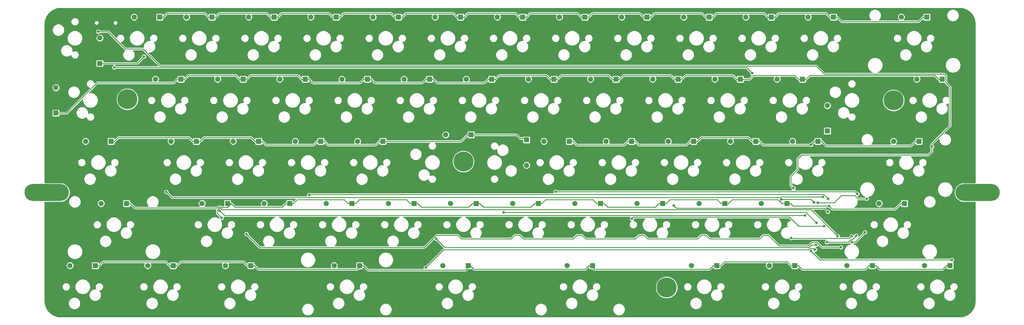
<source format=gbr>
G04 #@! TF.GenerationSoftware,KiCad,Pcbnew,(5.1.6)-1*
G04 #@! TF.CreationDate,2020-07-30T14:32:44-07:00*
G04 #@! TF.ProjectId,keyboard_test6,6b657962-6f61-4726-945f-74657374362e,rev?*
G04 #@! TF.SameCoordinates,Original*
G04 #@! TF.FileFunction,Copper,L1,Top*
G04 #@! TF.FilePolarity,Positive*
%FSLAX46Y46*%
G04 Gerber Fmt 4.6, Leading zero omitted, Abs format (unit mm)*
G04 Created by KiCad (PCBNEW (5.1.6)-1) date 2020-07-30 14:32:44*
%MOMM*%
%LPD*%
G01*
G04 APERTURE LIST*
G04 #@! TA.AperFunction,ComponentPad*
%ADD10C,1.600000*%
G04 #@! TD*
G04 #@! TA.AperFunction,ComponentPad*
%ADD11R,1.600000X1.600000*%
G04 #@! TD*
G04 #@! TA.AperFunction,ComponentPad*
%ADD12O,13.600000X5.200000*%
G04 #@! TD*
G04 #@! TA.AperFunction,ComponentPad*
%ADD13C,6.100000*%
G04 #@! TD*
G04 #@! TA.AperFunction,ViaPad*
%ADD14C,0.800000*%
G04 #@! TD*
G04 #@! TA.AperFunction,Conductor*
%ADD15C,0.250000*%
G04 #@! TD*
G04 #@! TA.AperFunction,Conductor*
%ADD16C,0.254000*%
G04 #@! TD*
G04 APERTURE END LIST*
D10*
X339938000Y-141212000D03*
D11*
X347738000Y-141212000D03*
D10*
X171488000Y-141212000D03*
D11*
X179288000Y-141212000D03*
D10*
X187538000Y-141212000D03*
D11*
X195338000Y-141212000D03*
D10*
X206588000Y-141212000D03*
D11*
X214388000Y-141212000D03*
D10*
X225638000Y-141212000D03*
D11*
X233438000Y-141212000D03*
D10*
X244688000Y-141212000D03*
D11*
X252488000Y-141212000D03*
D10*
X263738000Y-141212000D03*
D11*
X271538000Y-141212000D03*
D10*
X282788000Y-141212000D03*
D11*
X290588000Y-141212000D03*
D10*
X301838000Y-141212000D03*
D11*
X309638000Y-141212000D03*
D10*
X320888000Y-141212000D03*
D11*
X328688000Y-141212000D03*
D10*
X182775000Y-179312000D03*
D11*
X190575000Y-179312000D03*
D10*
X342319000Y-217412000D03*
D11*
X350119000Y-217412000D03*
D10*
X199444000Y-217412000D03*
D11*
X207244000Y-217412000D03*
D10*
X268500000Y-198362000D03*
D11*
X276300000Y-198362000D03*
D10*
X232781000Y-217412000D03*
D11*
X240581000Y-217412000D03*
D10*
X406612000Y-141212000D03*
D11*
X414412000Y-141212000D03*
D10*
X411375000Y-160262000D03*
D11*
X419175000Y-160262000D03*
D10*
X230400000Y-198362000D03*
D11*
X238200000Y-198362000D03*
D10*
X156581000Y-179312000D03*
D11*
X164381000Y-179312000D03*
D10*
X368512000Y-160262000D03*
D11*
X376312000Y-160262000D03*
D10*
X325650000Y-198362000D03*
D11*
X333450000Y-198362000D03*
D10*
X266119000Y-217412000D03*
D11*
X273919000Y-217412000D03*
D10*
X413756000Y-217412000D03*
D11*
X421556000Y-217412000D03*
D10*
X151819000Y-217412000D03*
D11*
X159619000Y-217412000D03*
D10*
X220875000Y-179312000D03*
D11*
X228675000Y-179312000D03*
D10*
X344700000Y-198362000D03*
D11*
X352500000Y-198362000D03*
D10*
X216112000Y-160262000D03*
D11*
X223912000Y-160262000D03*
D10*
X404231000Y-179312000D03*
D11*
X412031000Y-179312000D03*
D10*
X378038000Y-141212000D03*
D11*
X385838000Y-141212000D03*
D10*
X160970000Y-147630000D03*
D11*
X160970000Y-155430000D03*
D10*
X239925000Y-179312000D03*
D11*
X247725000Y-179312000D03*
D10*
X266975000Y-177312000D03*
D11*
X274775000Y-177312000D03*
X291780000Y-178872000D03*
D10*
X291780000Y-186672000D03*
X311362000Y-160262000D03*
D11*
X319162000Y-160262000D03*
D10*
X297075000Y-179312000D03*
D11*
X304875000Y-179312000D03*
D10*
X316125000Y-179312000D03*
D11*
X323925000Y-179312000D03*
D10*
X335175000Y-179312000D03*
D11*
X342975000Y-179312000D03*
D10*
X306600000Y-198362000D03*
D11*
X314400000Y-198362000D03*
D10*
X389944000Y-217412000D03*
D11*
X397744000Y-217412000D03*
D10*
X358988000Y-141212000D03*
D11*
X366788000Y-141212000D03*
D10*
X287550000Y-198362000D03*
D11*
X295350000Y-198362000D03*
D10*
X330412000Y-160262000D03*
D11*
X338212000Y-160262000D03*
D10*
X383968000Y-168362000D03*
D11*
X383968000Y-176162000D03*
D10*
X349462000Y-160262000D03*
D11*
X357262000Y-160262000D03*
D10*
X178012000Y-160262000D03*
D11*
X185812000Y-160262000D03*
D10*
X373275000Y-179312000D03*
D11*
X381075000Y-179312000D03*
D10*
X235162000Y-160262000D03*
D11*
X242962000Y-160262000D03*
D10*
X201825000Y-179312000D03*
D11*
X209625000Y-179312000D03*
D10*
X354225000Y-179312000D03*
D11*
X362025000Y-179312000D03*
D10*
X399800000Y-198362000D03*
D11*
X407600000Y-198362000D03*
D10*
X161344000Y-198362000D03*
D11*
X169144000Y-198362000D03*
D10*
X363750000Y-198362000D03*
D11*
X371550000Y-198362000D03*
D10*
X304219000Y-217412000D03*
D11*
X312019000Y-217412000D03*
D10*
X254212000Y-160262000D03*
D11*
X262012000Y-160262000D03*
D10*
X147500000Y-162862000D03*
D11*
X147500000Y-170662000D03*
D10*
X292312000Y-160262000D03*
D11*
X300112000Y-160262000D03*
D10*
X249450000Y-198362000D03*
D11*
X257250000Y-198362000D03*
D10*
X197062000Y-160262000D03*
D11*
X204862000Y-160262000D03*
D10*
X366131000Y-217412000D03*
D11*
X373931000Y-217412000D03*
D10*
X175631000Y-217412000D03*
D11*
X183431000Y-217412000D03*
D10*
X211350000Y-198362000D03*
D11*
X219150000Y-198362000D03*
D10*
X273262000Y-160262000D03*
D11*
X281062000Y-160262000D03*
D10*
X192300000Y-198362000D03*
D11*
X200100000Y-198362000D03*
D12*
X144651000Y-195012000D03*
D13*
X334690000Y-224112000D03*
X169410000Y-166412000D03*
X272405000Y-185512000D03*
X404240000Y-166762000D03*
D12*
X430000000Y-195015000D03*
D14*
X397063000Y-190773000D03*
X400619000Y-187979000D03*
X395412000Y-198647000D03*
X393126000Y-187852000D03*
X388681000Y-189630000D03*
X378013000Y-192805000D03*
X382077000Y-192805000D03*
X384744000Y-202838000D03*
X377632000Y-210204000D03*
X381569000Y-213125000D03*
X163383000Y-162833000D03*
X160843000Y-162833000D03*
X175194000Y-162960000D03*
X415986000Y-180994000D03*
X373568000Y-193694000D03*
X160462000Y-145688000D03*
X383761900Y-210259400D03*
X392809800Y-208241400D03*
X181360400Y-194848200D03*
X382574800Y-196346100D03*
X197702900Y-200578500D03*
X377101400Y-202068700D03*
X360934800Y-158457800D03*
X165364900Y-156656500D03*
X369850700Y-197153100D03*
X379863900Y-198021300D03*
X174499700Y-153313000D03*
X378979100Y-180375100D03*
X384473600Y-199124800D03*
X380957500Y-198134800D03*
X396021200Y-196921900D03*
X205879600Y-207752600D03*
X388125800Y-211748100D03*
X384248300Y-196943900D03*
X225087600Y-195788900D03*
X260864400Y-218067300D03*
X380120400Y-212563900D03*
X264067500Y-209219300D03*
X380468300Y-211057300D03*
X284715600Y-201086900D03*
X380620700Y-204349200D03*
X393148300Y-195408800D03*
X300616400Y-194729400D03*
X324038100Y-203090300D03*
X382951500Y-205325100D03*
X336856000Y-198968000D03*
X384131600Y-200913100D03*
X391406500Y-208418000D03*
X372880500Y-208994800D03*
X387105400Y-208358500D03*
X198283400Y-202757400D03*
X422108000Y-215682500D03*
X378926600Y-212933900D03*
X391467100Y-210228500D03*
X395486400Y-207225300D03*
D15*
X392809800Y-208241400D02*
X391548000Y-209503200D01*
X391548000Y-209503200D02*
X391166700Y-209503200D01*
X391166700Y-209503200D02*
X390410500Y-210259400D01*
X390410500Y-210259400D02*
X383761900Y-210259400D01*
X174211997Y-150966999D02*
X179451488Y-156206490D01*
X420300001Y-159201999D02*
X420300001Y-161322001D01*
X168786997Y-150966999D02*
X174211997Y-150966999D01*
X160462000Y-145688000D02*
X163507998Y-145688000D01*
X179451488Y-156206490D02*
X380530490Y-156206490D01*
X163507998Y-145688000D02*
X168786997Y-150966999D01*
X380530490Y-156206490D02*
X383010690Y-158686690D01*
X419784692Y-158686690D02*
X420300001Y-159201999D01*
X383010690Y-158686690D02*
X419784692Y-158686690D01*
X372809999Y-192935999D02*
X373568000Y-193694000D01*
X414929099Y-183493099D02*
X376061927Y-183493099D01*
X372809999Y-190015999D02*
X372809999Y-192935999D01*
X376061927Y-183493099D02*
X374856099Y-184698927D01*
X374856099Y-184698927D02*
X374856099Y-187969899D01*
X374856099Y-187969899D02*
X372809999Y-190015999D01*
X415986000Y-182436198D02*
X414929099Y-183493099D01*
X415986000Y-180994000D02*
X415986000Y-182436198D01*
X415986000Y-180173478D02*
X415986000Y-180994000D01*
X421555001Y-174604477D02*
X415986000Y-180173478D01*
X421555001Y-162577001D02*
X421555001Y-174604477D01*
X420300001Y-161322001D02*
X421555001Y-162577001D01*
X382574800Y-196346100D02*
X369632000Y-196346100D01*
X369632000Y-196346100D02*
X369411900Y-196566200D01*
X369411900Y-196566200D02*
X183078400Y-196566200D01*
X183078400Y-196566200D02*
X181360400Y-194848200D01*
X377101400Y-202068700D02*
X199193100Y-202068700D01*
X199193100Y-202068700D02*
X197702900Y-200578500D01*
X165364900Y-156656500D02*
X359133500Y-156656500D01*
X359133500Y-156656500D02*
X360934800Y-158457800D01*
X379863900Y-198021300D02*
X378995700Y-197153100D01*
X378995700Y-197153100D02*
X369850700Y-197153100D01*
X214388000Y-141212000D02*
X213262700Y-141212000D01*
X195338000Y-141212000D02*
X196463300Y-141212000D01*
X196463300Y-141212000D02*
X197588600Y-140086700D01*
X197588600Y-140086700D02*
X212137400Y-140086700D01*
X212137400Y-140086700D02*
X213262700Y-141212000D01*
X194775400Y-141212000D02*
X195338000Y-141212000D01*
X194775400Y-141212000D02*
X194212700Y-141212000D01*
X179288000Y-141212000D02*
X180413300Y-141212000D01*
X194212700Y-141212000D02*
X193087400Y-140086700D01*
X193087400Y-140086700D02*
X181538600Y-140086700D01*
X181538600Y-140086700D02*
X180413300Y-141212000D01*
X252488000Y-141212000D02*
X251362700Y-141212000D01*
X233438000Y-141212000D02*
X234563300Y-141212000D01*
X234563300Y-141212000D02*
X235688600Y-140086700D01*
X235688600Y-140086700D02*
X250237400Y-140086700D01*
X250237400Y-140086700D02*
X251362700Y-141212000D01*
X232875400Y-141212000D02*
X233438000Y-141212000D01*
X232875400Y-141212000D02*
X232312700Y-141212000D01*
X214388000Y-141212000D02*
X215513300Y-141212000D01*
X232312700Y-141212000D02*
X231187400Y-140086700D01*
X231187400Y-140086700D02*
X216638600Y-140086700D01*
X216638600Y-140086700D02*
X215513300Y-141212000D01*
X290588000Y-141212000D02*
X289462700Y-141212000D01*
X271538000Y-141212000D02*
X272663300Y-141212000D01*
X272663300Y-141212000D02*
X273788600Y-140086700D01*
X273788600Y-140086700D02*
X288337400Y-140086700D01*
X288337400Y-140086700D02*
X289462700Y-141212000D01*
X270975400Y-141212000D02*
X271538000Y-141212000D01*
X270975400Y-141212000D02*
X270412700Y-141212000D01*
X252488000Y-141212000D02*
X253613300Y-141212000D01*
X270412700Y-141212000D02*
X269287400Y-140086700D01*
X269287400Y-140086700D02*
X254738600Y-140086700D01*
X254738600Y-140086700D02*
X253613300Y-141212000D01*
X328688000Y-141212000D02*
X327562700Y-141212000D01*
X309638000Y-141212000D02*
X310763300Y-141212000D01*
X310763300Y-141212000D02*
X311888600Y-140086700D01*
X311888600Y-140086700D02*
X326437400Y-140086700D01*
X326437400Y-140086700D02*
X327562700Y-141212000D01*
X309075400Y-141212000D02*
X309638000Y-141212000D01*
X309075400Y-141212000D02*
X308512700Y-141212000D01*
X290588000Y-141212000D02*
X291713300Y-141212000D01*
X308512700Y-141212000D02*
X307387400Y-140086700D01*
X307387400Y-140086700D02*
X292838600Y-140086700D01*
X292838600Y-140086700D02*
X291713300Y-141212000D01*
X347738000Y-141212000D02*
X346612700Y-141212000D01*
X328688000Y-141212000D02*
X329813300Y-141212000D01*
X329813300Y-141212000D02*
X330938600Y-140086700D01*
X330938600Y-140086700D02*
X345487400Y-140086700D01*
X345487400Y-140086700D02*
X346612700Y-141212000D01*
X385838000Y-141212000D02*
X386963300Y-141212000D01*
X414412000Y-141212000D02*
X413286700Y-141212000D01*
X413286700Y-141212000D02*
X411914900Y-142583800D01*
X411914900Y-142583800D02*
X388335100Y-142583800D01*
X388335100Y-142583800D02*
X386963300Y-141212000D01*
X347738000Y-141212000D02*
X348863300Y-141212000D01*
X366788000Y-141212000D02*
X365662700Y-141212000D01*
X365662700Y-141212000D02*
X364537400Y-140086700D01*
X364537400Y-140086700D02*
X349988600Y-140086700D01*
X349988600Y-140086700D02*
X348863300Y-141212000D01*
X367350700Y-141212000D02*
X366788000Y-141212000D01*
X367350700Y-141212000D02*
X367913300Y-141212000D01*
X160970000Y-155430000D02*
X172382700Y-155430000D01*
X172382700Y-155430000D02*
X174499700Y-153313000D01*
X385838000Y-141212000D02*
X384712700Y-141212000D01*
X367913300Y-141212000D02*
X369038600Y-140086700D01*
X369038600Y-140086700D02*
X383587400Y-140086700D01*
X383587400Y-140086700D02*
X384712700Y-141212000D01*
X378932900Y-180328800D02*
X378824400Y-180437300D01*
X378824400Y-180437300D02*
X364275600Y-180437300D01*
X364275600Y-180437300D02*
X363150300Y-179312000D01*
X379949700Y-179312000D02*
X378932900Y-180328800D01*
X378979100Y-180375100D02*
X378932900Y-180328800D01*
X274775000Y-177312000D02*
X273649700Y-177312000D01*
X247725000Y-179312000D02*
X271649700Y-179312000D01*
X271649700Y-179312000D02*
X273649700Y-177312000D01*
X247162400Y-179312000D02*
X247725000Y-179312000D01*
X247162400Y-179312000D02*
X246599700Y-179312000D01*
X190575000Y-179312000D02*
X189449700Y-179312000D01*
X164381000Y-179312000D02*
X165506300Y-179312000D01*
X165506300Y-179312000D02*
X166631600Y-178186700D01*
X166631600Y-178186700D02*
X188324400Y-178186700D01*
X188324400Y-178186700D02*
X189449700Y-179312000D01*
X209625000Y-179312000D02*
X210750300Y-179312000D01*
X228675000Y-179312000D02*
X227549700Y-179312000D01*
X227549700Y-179312000D02*
X226424400Y-180437300D01*
X226424400Y-180437300D02*
X211875600Y-180437300D01*
X211875600Y-180437300D02*
X210750300Y-179312000D01*
X229237700Y-179312000D02*
X228675000Y-179312000D01*
X229237700Y-179312000D02*
X229800300Y-179312000D01*
X381075000Y-179312000D02*
X382200300Y-179312000D01*
X412031000Y-179312000D02*
X410905700Y-179312000D01*
X410905700Y-179312000D02*
X409533900Y-180683800D01*
X409533900Y-180683800D02*
X383572100Y-180683800D01*
X383572100Y-180683800D02*
X382200300Y-179312000D01*
X246599700Y-179312000D02*
X245474400Y-180437300D01*
X245474400Y-180437300D02*
X230925600Y-180437300D01*
X230925600Y-180437300D02*
X229800300Y-179312000D01*
X289799700Y-178412000D02*
X288699700Y-177312000D01*
X288699700Y-177312000D02*
X274775000Y-177312000D01*
X304875000Y-179312000D02*
X306000300Y-179312000D01*
X323925000Y-179312000D02*
X322799700Y-179312000D01*
X322799700Y-179312000D02*
X321674400Y-180437300D01*
X321674400Y-180437300D02*
X307125600Y-180437300D01*
X307125600Y-180437300D02*
X306000300Y-179312000D01*
X324487700Y-179312000D02*
X323925000Y-179312000D01*
X324487700Y-179312000D02*
X325050300Y-179312000D01*
X342975000Y-179312000D02*
X341849700Y-179312000D01*
X341849700Y-179312000D02*
X340724400Y-180437300D01*
X340724400Y-180437300D02*
X326175600Y-180437300D01*
X326175600Y-180437300D02*
X325050300Y-179312000D01*
X343537700Y-179312000D02*
X342975000Y-179312000D01*
X343537700Y-179312000D02*
X344100300Y-179312000D01*
X362025000Y-179312000D02*
X363150300Y-179312000D01*
X381075000Y-179312000D02*
X379949700Y-179312000D01*
X190575000Y-179312000D02*
X191700300Y-179312000D01*
X209625000Y-179312000D02*
X208499700Y-179312000D01*
X208499700Y-179312000D02*
X207374400Y-178186700D01*
X207374400Y-178186700D02*
X192825600Y-178186700D01*
X192825600Y-178186700D02*
X191700300Y-179312000D01*
X362025000Y-179312000D02*
X360899700Y-179312000D01*
X360899700Y-179312000D02*
X359774400Y-178186700D01*
X359774400Y-178186700D02*
X345225600Y-178186700D01*
X345225600Y-178186700D02*
X344100300Y-179312000D01*
X291320000Y-178412000D02*
X291780000Y-178872000D01*
X289799700Y-178412000D02*
X291320000Y-178412000D01*
X241706300Y-217412000D02*
X243086900Y-218792600D01*
X243086900Y-218792600D02*
X273101100Y-218792600D01*
X273101100Y-218792600D02*
X274481700Y-217412000D01*
X373931000Y-217412000D02*
X375056300Y-217412000D01*
X397744000Y-217412000D02*
X396618700Y-217412000D01*
X396618700Y-217412000D02*
X395493400Y-218537300D01*
X395493400Y-218537300D02*
X376181600Y-218537300D01*
X376181600Y-218537300D02*
X375056300Y-217412000D01*
X398306700Y-217412000D02*
X397744000Y-217412000D01*
X398306700Y-217412000D02*
X398869300Y-217412000D01*
X373931000Y-217412000D02*
X372805700Y-217412000D01*
X350119000Y-217412000D02*
X351244300Y-217412000D01*
X351244300Y-217412000D02*
X352369600Y-216286700D01*
X352369600Y-216286700D02*
X371680400Y-216286700D01*
X371680400Y-216286700D02*
X372805700Y-217412000D01*
X349556400Y-217412000D02*
X350119000Y-217412000D01*
X349556400Y-217412000D02*
X348993700Y-217412000D01*
X311456400Y-217412000D02*
X312581700Y-218537300D01*
X312581700Y-218537300D02*
X347868400Y-218537300D01*
X347868400Y-218537300D02*
X348993700Y-217412000D01*
X311456400Y-217412000D02*
X310893700Y-217412000D01*
X312019000Y-217412000D02*
X311456400Y-217412000D01*
X207244000Y-217412000D02*
X208369300Y-217412000D01*
X241072300Y-217412000D02*
X239947000Y-218537300D01*
X239947000Y-218537300D02*
X209494600Y-218537300D01*
X209494600Y-218537300D02*
X208369300Y-217412000D01*
X241143700Y-217412000D02*
X241706300Y-217412000D01*
X240581000Y-217412000D02*
X241072300Y-217412000D01*
X241143700Y-217412000D02*
X241072300Y-217412000D01*
X274481700Y-217412000D02*
X275607000Y-218537300D01*
X275607000Y-218537300D02*
X309768400Y-218537300D01*
X309768400Y-218537300D02*
X310893700Y-217412000D01*
X273919000Y-217412000D02*
X274481700Y-217412000D01*
X421556000Y-217412000D02*
X420430700Y-217412000D01*
X420430700Y-217412000D02*
X419305400Y-218537300D01*
X419305400Y-218537300D02*
X399994600Y-218537300D01*
X399994600Y-218537300D02*
X398869300Y-217412000D01*
X207244000Y-217412000D02*
X206118700Y-217412000D01*
X183431000Y-217412000D02*
X184556300Y-217412000D01*
X184556300Y-217412000D02*
X185681600Y-216286700D01*
X185681600Y-216286700D02*
X204993400Y-216286700D01*
X204993400Y-216286700D02*
X206118700Y-217412000D01*
X182868400Y-217412000D02*
X183431000Y-217412000D01*
X182868400Y-217412000D02*
X182305700Y-217412000D01*
X159619000Y-217412000D02*
X160744300Y-217412000D01*
X182305700Y-217412000D02*
X181180400Y-216286700D01*
X181180400Y-216286700D02*
X161869600Y-216286700D01*
X161869600Y-216286700D02*
X160744300Y-217412000D01*
X353625300Y-198362000D02*
X354750600Y-197236700D01*
X354750600Y-197236700D02*
X368908600Y-197236700D01*
X368908600Y-197236700D02*
X370033900Y-198362000D01*
X370033900Y-198362000D02*
X370424700Y-198362000D01*
X384473600Y-199124800D02*
X385449800Y-200101000D01*
X385449800Y-200101000D02*
X404735700Y-200101000D01*
X404735700Y-200101000D02*
X406474700Y-198362000D01*
X201225300Y-198362000D02*
X200016800Y-199570500D01*
X200016800Y-199570500D02*
X198357600Y-199570500D01*
X198357600Y-199570500D02*
X198190000Y-199402900D01*
X198190000Y-199402900D02*
X197215900Y-199402900D01*
X197215900Y-199402900D02*
X196880600Y-199738200D01*
X196880600Y-199738200D02*
X171645500Y-199738200D01*
X171645500Y-199738200D02*
X170269300Y-198362000D01*
X372675300Y-198362000D02*
X373438100Y-199124800D01*
X373438100Y-199124800D02*
X384473600Y-199124800D01*
X257250000Y-198362000D02*
X256124700Y-198362000D01*
X238200000Y-198362000D02*
X239325300Y-198362000D01*
X239325300Y-198362000D02*
X240450600Y-197236700D01*
X240450600Y-197236700D02*
X254999400Y-197236700D01*
X254999400Y-197236700D02*
X256124700Y-198362000D01*
X237637400Y-198362000D02*
X238200000Y-198362000D01*
X237637400Y-198362000D02*
X237074700Y-198362000D01*
X295350000Y-198362000D02*
X296475300Y-198362000D01*
X314400000Y-198362000D02*
X313274700Y-198362000D01*
X313274700Y-198362000D02*
X312149400Y-197236700D01*
X312149400Y-197236700D02*
X297600600Y-197236700D01*
X297600600Y-197236700D02*
X296475300Y-198362000D01*
X314962700Y-198362000D02*
X314400000Y-198362000D01*
X314962700Y-198362000D02*
X315525300Y-198362000D01*
X333450000Y-198362000D02*
X334575300Y-198362000D01*
X352500000Y-198362000D02*
X351374700Y-198362000D01*
X351374700Y-198362000D02*
X350249400Y-197236700D01*
X350249400Y-197236700D02*
X335700600Y-197236700D01*
X335700600Y-197236700D02*
X334575300Y-198362000D01*
X353062700Y-198362000D02*
X352500000Y-198362000D01*
X353062700Y-198362000D02*
X353625300Y-198362000D01*
X333450000Y-198362000D02*
X332324700Y-198362000D01*
X315525300Y-198362000D02*
X316650600Y-199487300D01*
X316650600Y-199487300D02*
X331199400Y-199487300D01*
X331199400Y-199487300D02*
X332324700Y-198362000D01*
X276300000Y-198362000D02*
X277425300Y-198362000D01*
X295350000Y-198362000D02*
X294224700Y-198362000D01*
X294224700Y-198362000D02*
X293099400Y-199487300D01*
X293099400Y-199487300D02*
X278550600Y-199487300D01*
X278550600Y-199487300D02*
X277425300Y-198362000D01*
X371550000Y-198362000D02*
X372675300Y-198362000D01*
X407600000Y-198362000D02*
X406474700Y-198362000D01*
X169144000Y-198362000D02*
X170269300Y-198362000D01*
X371550000Y-198362000D02*
X370424700Y-198362000D01*
X276300000Y-198362000D02*
X275174700Y-198362000D01*
X257250000Y-198362000D02*
X258375300Y-198362000D01*
X258375300Y-198362000D02*
X259500600Y-199487300D01*
X259500600Y-199487300D02*
X274049400Y-199487300D01*
X274049400Y-199487300D02*
X275174700Y-198362000D01*
X219150000Y-198362000D02*
X220275300Y-198362000D01*
X220275300Y-198362000D02*
X221400600Y-197236700D01*
X221400600Y-197236700D02*
X235949400Y-197236700D01*
X235949400Y-197236700D02*
X237074700Y-198362000D01*
X218587400Y-198362000D02*
X219150000Y-198362000D01*
X218587400Y-198362000D02*
X218024700Y-198362000D01*
X200100000Y-198362000D02*
X201225300Y-198362000D01*
X201225300Y-198362000D02*
X202350600Y-199487300D01*
X202350600Y-199487300D02*
X216899400Y-199487300D01*
X216899400Y-199487300D02*
X218024700Y-198362000D01*
X396021200Y-196921900D02*
X393342300Y-196921900D01*
X393342300Y-196921900D02*
X392399600Y-195979200D01*
X392399600Y-195979200D02*
X388199800Y-195979200D01*
X388199800Y-195979200D02*
X386044200Y-198134800D01*
X386044200Y-198134800D02*
X380957500Y-198134800D01*
X358387300Y-160262000D02*
X360156400Y-160262000D01*
X360156400Y-160262000D02*
X361281700Y-159136700D01*
X361281700Y-159136700D02*
X374061400Y-159136700D01*
X374061400Y-159136700D02*
X375186700Y-160262000D01*
X376312000Y-160262000D02*
X377437300Y-160262000D01*
X419175000Y-160262000D02*
X418049700Y-160262000D01*
X418049700Y-160262000D02*
X416924400Y-159136700D01*
X416924400Y-159136700D02*
X378562600Y-159136700D01*
X378562600Y-159136700D02*
X377437300Y-160262000D01*
X319162000Y-160262000D02*
X318036700Y-160262000D01*
X300112000Y-160262000D02*
X301237300Y-160262000D01*
X301237300Y-160262000D02*
X302362600Y-159136700D01*
X302362600Y-159136700D02*
X316911400Y-159136700D01*
X316911400Y-159136700D02*
X318036700Y-160262000D01*
X299549400Y-160262000D02*
X300112000Y-160262000D01*
X299549400Y-160262000D02*
X298986700Y-160262000D01*
X338212000Y-160262000D02*
X337086700Y-160262000D01*
X319162000Y-160262000D02*
X320287300Y-160262000D01*
X320287300Y-160262000D02*
X321412600Y-159136700D01*
X321412600Y-159136700D02*
X335961400Y-159136700D01*
X335961400Y-159136700D02*
X337086700Y-160262000D01*
X357262000Y-160262000D02*
X356136700Y-160262000D01*
X338212000Y-160262000D02*
X339337300Y-160262000D01*
X339337300Y-160262000D02*
X340462600Y-159136700D01*
X340462600Y-159136700D02*
X355011400Y-159136700D01*
X355011400Y-159136700D02*
X356136700Y-160262000D01*
X376312000Y-160262000D02*
X375186700Y-160262000D01*
X357262000Y-160262000D02*
X358387300Y-160262000D01*
X204862000Y-160262000D02*
X203736700Y-160262000D01*
X185812000Y-160262000D02*
X186937300Y-160262000D01*
X186937300Y-160262000D02*
X188062600Y-159136700D01*
X188062600Y-159136700D02*
X202611400Y-159136700D01*
X202611400Y-159136700D02*
X203736700Y-160262000D01*
X185249400Y-160262000D02*
X185812000Y-160262000D01*
X185249400Y-160262000D02*
X184686700Y-160262000D01*
X223912000Y-160262000D02*
X225037300Y-160262000D01*
X242962000Y-160262000D02*
X241836700Y-160262000D01*
X241836700Y-160262000D02*
X240711400Y-161387300D01*
X240711400Y-161387300D02*
X226162600Y-161387300D01*
X226162600Y-161387300D02*
X225037300Y-160262000D01*
X243524700Y-160262000D02*
X242962000Y-160262000D01*
X243524700Y-160262000D02*
X244087300Y-160262000D01*
X262012000Y-160262000D02*
X260886700Y-160262000D01*
X260886700Y-160262000D02*
X259761400Y-161387300D01*
X259761400Y-161387300D02*
X245212600Y-161387300D01*
X245212600Y-161387300D02*
X244087300Y-160262000D01*
X262574700Y-160262000D02*
X262012000Y-160262000D01*
X262574700Y-160262000D02*
X263137300Y-160262000D01*
X147500000Y-170662000D02*
X150817700Y-170662000D01*
X150817700Y-170662000D02*
X160092400Y-161387300D01*
X160092400Y-161387300D02*
X183561400Y-161387300D01*
X183561400Y-161387300D02*
X184686700Y-160262000D01*
X281062000Y-160262000D02*
X279936700Y-160262000D01*
X279936700Y-160262000D02*
X278811400Y-161387300D01*
X278811400Y-161387300D02*
X264262600Y-161387300D01*
X264262600Y-161387300D02*
X263137300Y-160262000D01*
X281624700Y-160262000D02*
X281062000Y-160262000D01*
X281624700Y-160262000D02*
X282187300Y-160262000D01*
X223912000Y-160262000D02*
X222786700Y-160262000D01*
X204862000Y-160262000D02*
X205987300Y-160262000D01*
X205987300Y-160262000D02*
X207112600Y-159136700D01*
X207112600Y-159136700D02*
X221661400Y-159136700D01*
X221661400Y-159136700D02*
X222786700Y-160262000D01*
X282187300Y-160262000D02*
X283312600Y-159136700D01*
X283312600Y-159136700D02*
X297861400Y-159136700D01*
X297861400Y-159136700D02*
X298986700Y-160262000D01*
X388125800Y-211748100D02*
X382184900Y-211748100D01*
X382184900Y-211748100D02*
X380768800Y-210332000D01*
X368081400Y-210332000D02*
X368081400Y-210331900D01*
X368081400Y-210331900D02*
X365866200Y-208116700D01*
X365866200Y-208116700D02*
X364353900Y-208116700D01*
X364353900Y-208116700D02*
X363203800Y-209266800D01*
X363203800Y-209266800D02*
X347966300Y-209266800D01*
X347966300Y-209266800D02*
X346816200Y-208116700D01*
X346816200Y-208116700D02*
X345303900Y-208116700D01*
X345303900Y-208116700D02*
X344153800Y-209266800D01*
X344153800Y-209266800D02*
X328916300Y-209266800D01*
X328916300Y-209266800D02*
X327766200Y-208116700D01*
X327766200Y-208116700D02*
X326253900Y-208116700D01*
X326253900Y-208116700D02*
X325103800Y-209266800D01*
X325103800Y-209266800D02*
X309866300Y-209266800D01*
X309866300Y-209266800D02*
X308716200Y-208116700D01*
X308716200Y-208116700D02*
X307203900Y-208116700D01*
X307203900Y-208116700D02*
X306053800Y-209266800D01*
X306053800Y-209266800D02*
X290816300Y-209266800D01*
X290816300Y-209266800D02*
X289666200Y-208116700D01*
X289666200Y-208116700D02*
X288153900Y-208116700D01*
X288153900Y-208116700D02*
X287024500Y-209246100D01*
X287024500Y-209246100D02*
X271745600Y-209246100D01*
X271745600Y-209246100D02*
X270616200Y-208116700D01*
X270616200Y-208116700D02*
X264144400Y-208116700D01*
X264144400Y-208116700D02*
X260437400Y-211823700D01*
X260437400Y-211823700D02*
X209950700Y-211823700D01*
X209950700Y-211823700D02*
X205879600Y-207752600D01*
X379155000Y-210332000D02*
X378140000Y-211347000D01*
X380768800Y-210332000D02*
X379155000Y-210332000D01*
X372171000Y-211347000D02*
X372139410Y-211378590D01*
X378140000Y-211347000D02*
X372171000Y-211347000D01*
X369128090Y-211378590D02*
X368081400Y-210331900D01*
X372139410Y-211378590D02*
X369128090Y-211378590D01*
X384248300Y-196943900D02*
X382925200Y-195620800D01*
X382925200Y-195620800D02*
X225255700Y-195620800D01*
X225255700Y-195620800D02*
X225087600Y-195788900D01*
X380120400Y-212563900D02*
X379765100Y-212208600D01*
X379765100Y-212208600D02*
X378626200Y-212208600D01*
X378626200Y-212208600D02*
X378270900Y-212563900D01*
X378270900Y-212563900D02*
X266367800Y-212563900D01*
X266367800Y-212563900D02*
X260864400Y-218067300D01*
X380468300Y-211057300D02*
X379140600Y-211057300D01*
X379140600Y-211057300D02*
X378369300Y-211828600D01*
X378369300Y-211828600D02*
X266676800Y-211828600D01*
X266676800Y-211828600D02*
X264067500Y-209219300D01*
X380620700Y-204349200D02*
X377358400Y-201086900D01*
X377358400Y-201086900D02*
X284715600Y-201086900D01*
X300616400Y-194729400D02*
X392468900Y-194729400D01*
X392468900Y-194729400D02*
X393148300Y-195408800D01*
X382951500Y-205325100D02*
X375143300Y-205325100D01*
X375143300Y-205325100D02*
X372360900Y-202542700D01*
X372360900Y-202542700D02*
X324585700Y-202542700D01*
X324585700Y-202542700D02*
X324038100Y-203090300D01*
X384131600Y-200913100D02*
X383046200Y-199827700D01*
X383046200Y-199827700D02*
X337715700Y-199827700D01*
X337715700Y-199827700D02*
X336856000Y-198968000D01*
X372880500Y-208994800D02*
X372969600Y-209083900D01*
X372969600Y-209083900D02*
X390740600Y-209083900D01*
X390740600Y-209083900D02*
X391406500Y-208418000D01*
X387105400Y-208358500D02*
X379025000Y-200278100D01*
X379025000Y-200278100D02*
X198428200Y-200278100D01*
X198428200Y-200278100D02*
X198428200Y-200278000D01*
X198428200Y-200278000D02*
X198003400Y-199853200D01*
X198003400Y-199853200D02*
X197402500Y-199853200D01*
X197402500Y-199853200D02*
X196977600Y-200278100D01*
X196977600Y-200278100D02*
X196977600Y-201451600D01*
X196977600Y-201451600D02*
X198283400Y-202757400D01*
X378926600Y-212933900D02*
X381675200Y-215682500D01*
X381675200Y-215682500D02*
X422108000Y-215682500D01*
X395486400Y-207225300D02*
X392483200Y-210228500D01*
X392483200Y-210228500D02*
X391467100Y-210228500D01*
D16*
G36*
X425325025Y-138567700D02*
G01*
X426129829Y-138783346D01*
X426884957Y-139135468D01*
X427567470Y-139613369D01*
X428156629Y-140202527D01*
X428634532Y-140885042D01*
X428986654Y-141640170D01*
X429202978Y-142447504D01*
X429275001Y-143169262D01*
X429275889Y-192038000D01*
X425653754Y-192038000D01*
X425216406Y-192081075D01*
X424655239Y-192251303D01*
X424138065Y-192527738D01*
X423684758Y-192899758D01*
X423312738Y-193353065D01*
X423036303Y-193870239D01*
X422866075Y-194431406D01*
X422808596Y-195015000D01*
X422866075Y-195598594D01*
X423036303Y-196159761D01*
X423312738Y-196676935D01*
X423684758Y-197130242D01*
X424138065Y-197502262D01*
X424655239Y-197778697D01*
X425216406Y-197948925D01*
X425653754Y-197992000D01*
X429275997Y-197992000D01*
X429276549Y-228346355D01*
X429202300Y-229195026D01*
X428986654Y-229999829D01*
X428634532Y-230754957D01*
X428156629Y-231437473D01*
X427567470Y-232026631D01*
X426884962Y-232504529D01*
X426129829Y-232856654D01*
X425322495Y-233072978D01*
X424600743Y-233145000D01*
X148923651Y-233146550D01*
X148074974Y-233072300D01*
X147270171Y-232856654D01*
X146515043Y-232504532D01*
X145832527Y-232026629D01*
X145243369Y-231437470D01*
X144765471Y-230754962D01*
X144413346Y-229999829D01*
X144197022Y-229192495D01*
X144158568Y-228807132D01*
X151302000Y-228807132D01*
X151302000Y-229176868D01*
X151374132Y-229539501D01*
X151515624Y-229881093D01*
X151721039Y-230188518D01*
X151982482Y-230449961D01*
X152289907Y-230655376D01*
X152631499Y-230796868D01*
X152994132Y-230869000D01*
X153363868Y-230869000D01*
X153726501Y-230796868D01*
X154068093Y-230655376D01*
X154375518Y-230449961D01*
X154636961Y-230188518D01*
X154842376Y-229881093D01*
X154983868Y-229539501D01*
X155056000Y-229176868D01*
X155056000Y-228807132D01*
X175114000Y-228807132D01*
X175114000Y-229176868D01*
X175186132Y-229539501D01*
X175327624Y-229881093D01*
X175533039Y-230188518D01*
X175794482Y-230449961D01*
X176101907Y-230655376D01*
X176443499Y-230796868D01*
X176806132Y-230869000D01*
X177175868Y-230869000D01*
X177538501Y-230796868D01*
X177880093Y-230655376D01*
X178187518Y-230449961D01*
X178448961Y-230188518D01*
X178654376Y-229881093D01*
X178795868Y-229539501D01*
X178868000Y-229176868D01*
X178868000Y-228807132D01*
X198927000Y-228807132D01*
X198927000Y-229176868D01*
X198999132Y-229539501D01*
X199140624Y-229881093D01*
X199346039Y-230188518D01*
X199607482Y-230449961D01*
X199914907Y-230655376D01*
X200256499Y-230796868D01*
X200619132Y-230869000D01*
X200988868Y-230869000D01*
X201351501Y-230796868D01*
X201561779Y-230709768D01*
X222842000Y-230709768D01*
X222842000Y-231084232D01*
X222915054Y-231451501D01*
X223058356Y-231797461D01*
X223266397Y-232108817D01*
X223531183Y-232373603D01*
X223842539Y-232581644D01*
X224188499Y-232724946D01*
X224555768Y-232798000D01*
X224930232Y-232798000D01*
X225297501Y-232724946D01*
X225643461Y-232581644D01*
X225954817Y-232373603D01*
X226219603Y-232108817D01*
X226427644Y-231797461D01*
X226570946Y-231451501D01*
X226644000Y-231084232D01*
X226644000Y-230709768D01*
X226570946Y-230342499D01*
X226427644Y-229996539D01*
X226219603Y-229685183D01*
X225954817Y-229420397D01*
X225643461Y-229212356D01*
X225297501Y-229069054D01*
X224930232Y-228996000D01*
X224555768Y-228996000D01*
X224188499Y-229069054D01*
X223842539Y-229212356D01*
X223531183Y-229420397D01*
X223266397Y-229685183D01*
X223058356Y-229996539D01*
X222915054Y-230342499D01*
X222842000Y-230709768D01*
X201561779Y-230709768D01*
X201693093Y-230655376D01*
X202000518Y-230449961D01*
X202261961Y-230188518D01*
X202467376Y-229881093D01*
X202608868Y-229539501D01*
X202681000Y-229176868D01*
X202681000Y-228807132D01*
X232264000Y-228807132D01*
X232264000Y-229176868D01*
X232336132Y-229539501D01*
X232477624Y-229881093D01*
X232683039Y-230188518D01*
X232944482Y-230449961D01*
X233251907Y-230655376D01*
X233593499Y-230796868D01*
X233956132Y-230869000D01*
X234325868Y-230869000D01*
X234688501Y-230796868D01*
X234898779Y-230709768D01*
X246718000Y-230709768D01*
X246718000Y-231084232D01*
X246791054Y-231451501D01*
X246934356Y-231797461D01*
X247142397Y-232108817D01*
X247407183Y-232373603D01*
X247718539Y-232581644D01*
X248064499Y-232724946D01*
X248431768Y-232798000D01*
X248806232Y-232798000D01*
X249173501Y-232724946D01*
X249519461Y-232581644D01*
X249830817Y-232373603D01*
X250095603Y-232108817D01*
X250303644Y-231797461D01*
X250446946Y-231451501D01*
X250520000Y-231084232D01*
X250520000Y-230709768D01*
X250446946Y-230342499D01*
X250303644Y-229996539D01*
X250095603Y-229685183D01*
X249830817Y-229420397D01*
X249519461Y-229212356D01*
X249173501Y-229069054D01*
X248806232Y-228996000D01*
X248431768Y-228996000D01*
X248064499Y-229069054D01*
X247718539Y-229212356D01*
X247407183Y-229420397D01*
X247142397Y-229685183D01*
X246934356Y-229996539D01*
X246791054Y-230342499D01*
X246718000Y-230709768D01*
X234898779Y-230709768D01*
X235030093Y-230655376D01*
X235337518Y-230449961D01*
X235598961Y-230188518D01*
X235804376Y-229881093D01*
X235945868Y-229539501D01*
X236018000Y-229176868D01*
X236018000Y-228807132D01*
X265602000Y-228807132D01*
X265602000Y-229176868D01*
X265674132Y-229539501D01*
X265815624Y-229881093D01*
X266021039Y-230188518D01*
X266282482Y-230449961D01*
X266589907Y-230655376D01*
X266931499Y-230796868D01*
X267294132Y-230869000D01*
X267663868Y-230869000D01*
X268026501Y-230796868D01*
X268236779Y-230709768D01*
X294280000Y-230709768D01*
X294280000Y-231084232D01*
X294353054Y-231451501D01*
X294496356Y-231797461D01*
X294704397Y-232108817D01*
X294969183Y-232373603D01*
X295280539Y-232581644D01*
X295626499Y-232724946D01*
X295993768Y-232798000D01*
X296368232Y-232798000D01*
X296735501Y-232724946D01*
X297081461Y-232581644D01*
X297392817Y-232373603D01*
X297657603Y-232108817D01*
X297865644Y-231797461D01*
X298008946Y-231451501D01*
X298082000Y-231084232D01*
X298082000Y-230709768D01*
X298008946Y-230342499D01*
X297865644Y-229996539D01*
X297657603Y-229685183D01*
X297392817Y-229420397D01*
X297081461Y-229212356D01*
X296735501Y-229069054D01*
X296368232Y-228996000D01*
X295993768Y-228996000D01*
X295626499Y-229069054D01*
X295280539Y-229212356D01*
X294969183Y-229420397D01*
X294704397Y-229685183D01*
X294496356Y-229996539D01*
X294353054Y-230342499D01*
X294280000Y-230709768D01*
X268236779Y-230709768D01*
X268368093Y-230655376D01*
X268675518Y-230449961D01*
X268936961Y-230188518D01*
X269142376Y-229881093D01*
X269283868Y-229539501D01*
X269356000Y-229176868D01*
X269356000Y-228807132D01*
X303702000Y-228807132D01*
X303702000Y-229176868D01*
X303774132Y-229539501D01*
X303915624Y-229881093D01*
X304121039Y-230188518D01*
X304382482Y-230449961D01*
X304689907Y-230655376D01*
X305031499Y-230796868D01*
X305394132Y-230869000D01*
X305763868Y-230869000D01*
X306126501Y-230796868D01*
X306336779Y-230709768D01*
X318156000Y-230709768D01*
X318156000Y-231084232D01*
X318229054Y-231451501D01*
X318372356Y-231797461D01*
X318580397Y-232108817D01*
X318845183Y-232373603D01*
X319156539Y-232581644D01*
X319502499Y-232724946D01*
X319869768Y-232798000D01*
X320244232Y-232798000D01*
X320611501Y-232724946D01*
X320957461Y-232581644D01*
X321268817Y-232373603D01*
X321533603Y-232108817D01*
X321741644Y-231797461D01*
X321884946Y-231451501D01*
X321958000Y-231084232D01*
X321958000Y-230709768D01*
X321884946Y-230342499D01*
X321741644Y-229996539D01*
X321533603Y-229685183D01*
X321268817Y-229420397D01*
X320957461Y-229212356D01*
X320611501Y-229069054D01*
X320244232Y-228996000D01*
X319869768Y-228996000D01*
X319502499Y-229069054D01*
X319156539Y-229212356D01*
X318845183Y-229420397D01*
X318580397Y-229685183D01*
X318372356Y-229996539D01*
X318229054Y-230342499D01*
X318156000Y-230709768D01*
X306336779Y-230709768D01*
X306468093Y-230655376D01*
X306775518Y-230449961D01*
X307036961Y-230188518D01*
X307242376Y-229881093D01*
X307383868Y-229539501D01*
X307456000Y-229176868D01*
X307456000Y-228807132D01*
X341802000Y-228807132D01*
X341802000Y-229176868D01*
X341874132Y-229539501D01*
X342015624Y-229881093D01*
X342221039Y-230188518D01*
X342482482Y-230449961D01*
X342789907Y-230655376D01*
X343131499Y-230796868D01*
X343494132Y-230869000D01*
X343863868Y-230869000D01*
X344226501Y-230796868D01*
X344568093Y-230655376D01*
X344875518Y-230449961D01*
X345136961Y-230188518D01*
X345342376Y-229881093D01*
X345483868Y-229539501D01*
X345556000Y-229176868D01*
X345556000Y-228807132D01*
X365614000Y-228807132D01*
X365614000Y-229176868D01*
X365686132Y-229539501D01*
X365827624Y-229881093D01*
X366033039Y-230188518D01*
X366294482Y-230449961D01*
X366601907Y-230655376D01*
X366943499Y-230796868D01*
X367306132Y-230869000D01*
X367675868Y-230869000D01*
X368038501Y-230796868D01*
X368380093Y-230655376D01*
X368687518Y-230449961D01*
X368948961Y-230188518D01*
X369154376Y-229881093D01*
X369295868Y-229539501D01*
X369368000Y-229176868D01*
X369368000Y-228807132D01*
X389427000Y-228807132D01*
X389427000Y-229176868D01*
X389499132Y-229539501D01*
X389640624Y-229881093D01*
X389846039Y-230188518D01*
X390107482Y-230449961D01*
X390414907Y-230655376D01*
X390756499Y-230796868D01*
X391119132Y-230869000D01*
X391488868Y-230869000D01*
X391851501Y-230796868D01*
X392193093Y-230655376D01*
X392500518Y-230449961D01*
X392761961Y-230188518D01*
X392967376Y-229881093D01*
X393108868Y-229539501D01*
X393181000Y-229176868D01*
X393181000Y-228807132D01*
X413239000Y-228807132D01*
X413239000Y-229176868D01*
X413311132Y-229539501D01*
X413452624Y-229881093D01*
X413658039Y-230188518D01*
X413919482Y-230449961D01*
X414226907Y-230655376D01*
X414568499Y-230796868D01*
X414931132Y-230869000D01*
X415300868Y-230869000D01*
X415663501Y-230796868D01*
X416005093Y-230655376D01*
X416312518Y-230449961D01*
X416573961Y-230188518D01*
X416779376Y-229881093D01*
X416920868Y-229539501D01*
X416993000Y-229176868D01*
X416993000Y-228807132D01*
X416920868Y-228444499D01*
X416779376Y-228102907D01*
X416573961Y-227795482D01*
X416312518Y-227534039D01*
X416005093Y-227328624D01*
X415663501Y-227187132D01*
X415300868Y-227115000D01*
X414931132Y-227115000D01*
X414568499Y-227187132D01*
X414226907Y-227328624D01*
X413919482Y-227534039D01*
X413658039Y-227795482D01*
X413452624Y-228102907D01*
X413311132Y-228444499D01*
X413239000Y-228807132D01*
X393181000Y-228807132D01*
X393108868Y-228444499D01*
X392967376Y-228102907D01*
X392761961Y-227795482D01*
X392500518Y-227534039D01*
X392193093Y-227328624D01*
X391851501Y-227187132D01*
X391488868Y-227115000D01*
X391119132Y-227115000D01*
X390756499Y-227187132D01*
X390414907Y-227328624D01*
X390107482Y-227534039D01*
X389846039Y-227795482D01*
X389640624Y-228102907D01*
X389499132Y-228444499D01*
X389427000Y-228807132D01*
X369368000Y-228807132D01*
X369295868Y-228444499D01*
X369154376Y-228102907D01*
X368948961Y-227795482D01*
X368687518Y-227534039D01*
X368380093Y-227328624D01*
X368038501Y-227187132D01*
X367675868Y-227115000D01*
X367306132Y-227115000D01*
X366943499Y-227187132D01*
X366601907Y-227328624D01*
X366294482Y-227534039D01*
X366033039Y-227795482D01*
X365827624Y-228102907D01*
X365686132Y-228444499D01*
X365614000Y-228807132D01*
X345556000Y-228807132D01*
X345483868Y-228444499D01*
X345342376Y-228102907D01*
X345136961Y-227795482D01*
X344875518Y-227534039D01*
X344568093Y-227328624D01*
X344226501Y-227187132D01*
X343863868Y-227115000D01*
X343494132Y-227115000D01*
X343131499Y-227187132D01*
X342789907Y-227328624D01*
X342482482Y-227534039D01*
X342221039Y-227795482D01*
X342015624Y-228102907D01*
X341874132Y-228444499D01*
X341802000Y-228807132D01*
X307456000Y-228807132D01*
X307383868Y-228444499D01*
X307242376Y-228102907D01*
X307036961Y-227795482D01*
X306775518Y-227534039D01*
X306468093Y-227328624D01*
X306126501Y-227187132D01*
X305763868Y-227115000D01*
X305394132Y-227115000D01*
X305031499Y-227187132D01*
X304689907Y-227328624D01*
X304382482Y-227534039D01*
X304121039Y-227795482D01*
X303915624Y-228102907D01*
X303774132Y-228444499D01*
X303702000Y-228807132D01*
X269356000Y-228807132D01*
X269283868Y-228444499D01*
X269142376Y-228102907D01*
X268936961Y-227795482D01*
X268675518Y-227534039D01*
X268368093Y-227328624D01*
X268026501Y-227187132D01*
X267663868Y-227115000D01*
X267294132Y-227115000D01*
X266931499Y-227187132D01*
X266589907Y-227328624D01*
X266282482Y-227534039D01*
X266021039Y-227795482D01*
X265815624Y-228102907D01*
X265674132Y-228444499D01*
X265602000Y-228807132D01*
X236018000Y-228807132D01*
X235945868Y-228444499D01*
X235804376Y-228102907D01*
X235598961Y-227795482D01*
X235337518Y-227534039D01*
X235030093Y-227328624D01*
X234688501Y-227187132D01*
X234325868Y-227115000D01*
X233956132Y-227115000D01*
X233593499Y-227187132D01*
X233251907Y-227328624D01*
X232944482Y-227534039D01*
X232683039Y-227795482D01*
X232477624Y-228102907D01*
X232336132Y-228444499D01*
X232264000Y-228807132D01*
X202681000Y-228807132D01*
X202608868Y-228444499D01*
X202467376Y-228102907D01*
X202261961Y-227795482D01*
X202000518Y-227534039D01*
X201693093Y-227328624D01*
X201351501Y-227187132D01*
X200988868Y-227115000D01*
X200619132Y-227115000D01*
X200256499Y-227187132D01*
X199914907Y-227328624D01*
X199607482Y-227534039D01*
X199346039Y-227795482D01*
X199140624Y-228102907D01*
X198999132Y-228444499D01*
X198927000Y-228807132D01*
X178868000Y-228807132D01*
X178795868Y-228444499D01*
X178654376Y-228102907D01*
X178448961Y-227795482D01*
X178187518Y-227534039D01*
X177880093Y-227328624D01*
X177538501Y-227187132D01*
X177175868Y-227115000D01*
X176806132Y-227115000D01*
X176443499Y-227187132D01*
X176101907Y-227328624D01*
X175794482Y-227534039D01*
X175533039Y-227795482D01*
X175327624Y-228102907D01*
X175186132Y-228444499D01*
X175114000Y-228807132D01*
X155056000Y-228807132D01*
X154983868Y-228444499D01*
X154842376Y-228102907D01*
X154636961Y-227795482D01*
X154375518Y-227534039D01*
X154068093Y-227328624D01*
X153726501Y-227187132D01*
X153363868Y-227115000D01*
X152994132Y-227115000D01*
X152631499Y-227187132D01*
X152289907Y-227328624D01*
X151982482Y-227534039D01*
X151721039Y-227795482D01*
X151515624Y-228102907D01*
X151374132Y-228444499D01*
X151302000Y-228807132D01*
X144158568Y-228807132D01*
X144124999Y-228470738D01*
X144124914Y-223788689D01*
X149387000Y-223788689D01*
X149387000Y-224035311D01*
X149435114Y-224277195D01*
X149529492Y-224505044D01*
X149666508Y-224710104D01*
X149840896Y-224884492D01*
X150045956Y-225021508D01*
X150273805Y-225115886D01*
X150515689Y-225164000D01*
X150762311Y-225164000D01*
X151004195Y-225115886D01*
X151232044Y-225021508D01*
X151437104Y-224884492D01*
X151611492Y-224710104D01*
X151748508Y-224505044D01*
X151842886Y-224277195D01*
X151891000Y-224035311D01*
X151891000Y-223788689D01*
X151869080Y-223678487D01*
X153348100Y-223678487D01*
X153348100Y-224145513D01*
X153439212Y-224603566D01*
X153617935Y-225035042D01*
X153877402Y-225423361D01*
X154207639Y-225753598D01*
X154595958Y-226013065D01*
X155027434Y-226191788D01*
X155485487Y-226282900D01*
X155952513Y-226282900D01*
X156031784Y-226267132D01*
X157652000Y-226267132D01*
X157652000Y-226636868D01*
X157724132Y-226999501D01*
X157865624Y-227341093D01*
X158071039Y-227648518D01*
X158332482Y-227909961D01*
X158639907Y-228115376D01*
X158981499Y-228256868D01*
X159344132Y-228329000D01*
X159713868Y-228329000D01*
X160076501Y-228256868D01*
X160418093Y-228115376D01*
X160725518Y-227909961D01*
X160986961Y-227648518D01*
X161192376Y-227341093D01*
X161333868Y-226999501D01*
X161406000Y-226636868D01*
X161406000Y-226267132D01*
X161333868Y-225904499D01*
X161192376Y-225562907D01*
X160986961Y-225255482D01*
X160895479Y-225164000D01*
X160922311Y-225164000D01*
X161164195Y-225115886D01*
X161392044Y-225021508D01*
X161597104Y-224884492D01*
X161771492Y-224710104D01*
X161908508Y-224505044D01*
X162002886Y-224277195D01*
X162051000Y-224035311D01*
X162051000Y-223788689D01*
X173199000Y-223788689D01*
X173199000Y-224035311D01*
X173247114Y-224277195D01*
X173341492Y-224505044D01*
X173478508Y-224710104D01*
X173652896Y-224884492D01*
X173857956Y-225021508D01*
X174085805Y-225115886D01*
X174327689Y-225164000D01*
X174574311Y-225164000D01*
X174816195Y-225115886D01*
X175044044Y-225021508D01*
X175249104Y-224884492D01*
X175423492Y-224710104D01*
X175560508Y-224505044D01*
X175654886Y-224277195D01*
X175703000Y-224035311D01*
X175703000Y-223788689D01*
X175681080Y-223678487D01*
X177160100Y-223678487D01*
X177160100Y-224145513D01*
X177251212Y-224603566D01*
X177429935Y-225035042D01*
X177689402Y-225423361D01*
X178019639Y-225753598D01*
X178407958Y-226013065D01*
X178839434Y-226191788D01*
X179297487Y-226282900D01*
X179764513Y-226282900D01*
X179843784Y-226267132D01*
X181464000Y-226267132D01*
X181464000Y-226636868D01*
X181536132Y-226999501D01*
X181677624Y-227341093D01*
X181883039Y-227648518D01*
X182144482Y-227909961D01*
X182451907Y-228115376D01*
X182793499Y-228256868D01*
X183156132Y-228329000D01*
X183525868Y-228329000D01*
X183888501Y-228256868D01*
X184230093Y-228115376D01*
X184537518Y-227909961D01*
X184798961Y-227648518D01*
X185004376Y-227341093D01*
X185145868Y-226999501D01*
X185218000Y-226636868D01*
X185218000Y-226267132D01*
X185145868Y-225904499D01*
X185004376Y-225562907D01*
X184798961Y-225255482D01*
X184707479Y-225164000D01*
X184734311Y-225164000D01*
X184976195Y-225115886D01*
X185204044Y-225021508D01*
X185409104Y-224884492D01*
X185583492Y-224710104D01*
X185720508Y-224505044D01*
X185814886Y-224277195D01*
X185863000Y-224035311D01*
X185863000Y-223788689D01*
X197012000Y-223788689D01*
X197012000Y-224035311D01*
X197060114Y-224277195D01*
X197154492Y-224505044D01*
X197291508Y-224710104D01*
X197465896Y-224884492D01*
X197670956Y-225021508D01*
X197898805Y-225115886D01*
X198140689Y-225164000D01*
X198387311Y-225164000D01*
X198629195Y-225115886D01*
X198857044Y-225021508D01*
X199062104Y-224884492D01*
X199236492Y-224710104D01*
X199373508Y-224505044D01*
X199467886Y-224277195D01*
X199516000Y-224035311D01*
X199516000Y-223788689D01*
X199494080Y-223678487D01*
X200973100Y-223678487D01*
X200973100Y-224145513D01*
X201064212Y-224603566D01*
X201242935Y-225035042D01*
X201502402Y-225423361D01*
X201832639Y-225753598D01*
X202220958Y-226013065D01*
X202652434Y-226191788D01*
X203110487Y-226282900D01*
X203577513Y-226282900D01*
X203656784Y-226267132D01*
X205277000Y-226267132D01*
X205277000Y-226636868D01*
X205349132Y-226999501D01*
X205490624Y-227341093D01*
X205696039Y-227648518D01*
X205957482Y-227909961D01*
X206264907Y-228115376D01*
X206606499Y-228256868D01*
X206969132Y-228329000D01*
X207338868Y-228329000D01*
X207701501Y-228256868D01*
X208043093Y-228115376D01*
X208350518Y-227909961D01*
X208611961Y-227648518D01*
X208817376Y-227341093D01*
X208958868Y-226999501D01*
X209031000Y-226636868D01*
X209031000Y-226267132D01*
X208958868Y-225904499D01*
X208817376Y-225562907D01*
X208611961Y-225255482D01*
X208520479Y-225164000D01*
X208547311Y-225164000D01*
X208789195Y-225115886D01*
X209017044Y-225021508D01*
X209222104Y-224884492D01*
X209396492Y-224710104D01*
X209533508Y-224505044D01*
X209627886Y-224277195D01*
X209676000Y-224035311D01*
X209676000Y-223788689D01*
X230349000Y-223788689D01*
X230349000Y-224035311D01*
X230397114Y-224277195D01*
X230491492Y-224505044D01*
X230628508Y-224710104D01*
X230802896Y-224884492D01*
X231007956Y-225021508D01*
X231235805Y-225115886D01*
X231477689Y-225164000D01*
X231724311Y-225164000D01*
X231966195Y-225115886D01*
X232194044Y-225021508D01*
X232399104Y-224884492D01*
X232573492Y-224710104D01*
X232710508Y-224505044D01*
X232804886Y-224277195D01*
X232853000Y-224035311D01*
X232853000Y-223788689D01*
X232831080Y-223678487D01*
X234310100Y-223678487D01*
X234310100Y-224145513D01*
X234401212Y-224603566D01*
X234579935Y-225035042D01*
X234839402Y-225423361D01*
X235169639Y-225753598D01*
X235557958Y-226013065D01*
X235989434Y-226191788D01*
X236447487Y-226282900D01*
X236914513Y-226282900D01*
X236993784Y-226267132D01*
X238614000Y-226267132D01*
X238614000Y-226636868D01*
X238686132Y-226999501D01*
X238827624Y-227341093D01*
X239033039Y-227648518D01*
X239294482Y-227909961D01*
X239601907Y-228115376D01*
X239943499Y-228256868D01*
X240306132Y-228329000D01*
X240675868Y-228329000D01*
X241038501Y-228256868D01*
X241380093Y-228115376D01*
X241687518Y-227909961D01*
X241948961Y-227648518D01*
X242154376Y-227341093D01*
X242295868Y-226999501D01*
X242368000Y-226636868D01*
X242368000Y-226267132D01*
X242295868Y-225904499D01*
X242154376Y-225562907D01*
X241948961Y-225255482D01*
X241857479Y-225164000D01*
X241884311Y-225164000D01*
X242126195Y-225115886D01*
X242354044Y-225021508D01*
X242559104Y-224884492D01*
X242733492Y-224710104D01*
X242870508Y-224505044D01*
X242964886Y-224277195D01*
X243013000Y-224035311D01*
X243013000Y-223788689D01*
X263687000Y-223788689D01*
X263687000Y-224035311D01*
X263735114Y-224277195D01*
X263829492Y-224505044D01*
X263966508Y-224710104D01*
X264140896Y-224884492D01*
X264345956Y-225021508D01*
X264573805Y-225115886D01*
X264815689Y-225164000D01*
X265062311Y-225164000D01*
X265304195Y-225115886D01*
X265532044Y-225021508D01*
X265737104Y-224884492D01*
X265911492Y-224710104D01*
X266048508Y-224505044D01*
X266142886Y-224277195D01*
X266191000Y-224035311D01*
X266191000Y-223788689D01*
X266169080Y-223678487D01*
X267648100Y-223678487D01*
X267648100Y-224145513D01*
X267739212Y-224603566D01*
X267917935Y-225035042D01*
X268177402Y-225423361D01*
X268507639Y-225753598D01*
X268895958Y-226013065D01*
X269327434Y-226191788D01*
X269785487Y-226282900D01*
X270252513Y-226282900D01*
X270331784Y-226267132D01*
X271952000Y-226267132D01*
X271952000Y-226636868D01*
X272024132Y-226999501D01*
X272165624Y-227341093D01*
X272371039Y-227648518D01*
X272632482Y-227909961D01*
X272939907Y-228115376D01*
X273281499Y-228256868D01*
X273644132Y-228329000D01*
X274013868Y-228329000D01*
X274376501Y-228256868D01*
X274718093Y-228115376D01*
X275025518Y-227909961D01*
X275286961Y-227648518D01*
X275492376Y-227341093D01*
X275633868Y-226999501D01*
X275706000Y-226636868D01*
X275706000Y-226267132D01*
X275633868Y-225904499D01*
X275492376Y-225562907D01*
X275286961Y-225255482D01*
X275195479Y-225164000D01*
X275222311Y-225164000D01*
X275464195Y-225115886D01*
X275692044Y-225021508D01*
X275897104Y-224884492D01*
X276071492Y-224710104D01*
X276208508Y-224505044D01*
X276302886Y-224277195D01*
X276351000Y-224035311D01*
X276351000Y-223788689D01*
X301787000Y-223788689D01*
X301787000Y-224035311D01*
X301835114Y-224277195D01*
X301929492Y-224505044D01*
X302066508Y-224710104D01*
X302240896Y-224884492D01*
X302445956Y-225021508D01*
X302673805Y-225115886D01*
X302915689Y-225164000D01*
X303162311Y-225164000D01*
X303404195Y-225115886D01*
X303632044Y-225021508D01*
X303837104Y-224884492D01*
X304011492Y-224710104D01*
X304148508Y-224505044D01*
X304242886Y-224277195D01*
X304291000Y-224035311D01*
X304291000Y-223788689D01*
X304269080Y-223678487D01*
X305748100Y-223678487D01*
X305748100Y-224145513D01*
X305839212Y-224603566D01*
X306017935Y-225035042D01*
X306277402Y-225423361D01*
X306607639Y-225753598D01*
X306995958Y-226013065D01*
X307427434Y-226191788D01*
X307885487Y-226282900D01*
X308352513Y-226282900D01*
X308431784Y-226267132D01*
X310052000Y-226267132D01*
X310052000Y-226636868D01*
X310124132Y-226999501D01*
X310265624Y-227341093D01*
X310471039Y-227648518D01*
X310732482Y-227909961D01*
X311039907Y-228115376D01*
X311381499Y-228256868D01*
X311744132Y-228329000D01*
X312113868Y-228329000D01*
X312476501Y-228256868D01*
X312818093Y-228115376D01*
X313125518Y-227909961D01*
X313386961Y-227648518D01*
X313592376Y-227341093D01*
X313733868Y-226999501D01*
X313806000Y-226636868D01*
X313806000Y-226267132D01*
X313733868Y-225904499D01*
X313592376Y-225562907D01*
X313386961Y-225255482D01*
X313295479Y-225164000D01*
X313322311Y-225164000D01*
X313564195Y-225115886D01*
X313792044Y-225021508D01*
X313997104Y-224884492D01*
X314171492Y-224710104D01*
X314308508Y-224505044D01*
X314402886Y-224277195D01*
X314451000Y-224035311D01*
X314451000Y-223788689D01*
X314448172Y-223774470D01*
X331263000Y-223774470D01*
X331263000Y-224449530D01*
X331394697Y-225111619D01*
X331653032Y-225735293D01*
X332028075Y-226296585D01*
X332505415Y-226773925D01*
X333066707Y-227148968D01*
X333690381Y-227407303D01*
X334352470Y-227539000D01*
X335027530Y-227539000D01*
X335689619Y-227407303D01*
X336313293Y-227148968D01*
X336874585Y-226773925D01*
X337351925Y-226296585D01*
X337726968Y-225735293D01*
X337985303Y-225111619D01*
X338117000Y-224449530D01*
X338117000Y-223788689D01*
X339887000Y-223788689D01*
X339887000Y-224035311D01*
X339935114Y-224277195D01*
X340029492Y-224505044D01*
X340166508Y-224710104D01*
X340340896Y-224884492D01*
X340545956Y-225021508D01*
X340773805Y-225115886D01*
X341015689Y-225164000D01*
X341262311Y-225164000D01*
X341504195Y-225115886D01*
X341732044Y-225021508D01*
X341937104Y-224884492D01*
X342111492Y-224710104D01*
X342248508Y-224505044D01*
X342342886Y-224277195D01*
X342391000Y-224035311D01*
X342391000Y-223788689D01*
X342369080Y-223678487D01*
X343848100Y-223678487D01*
X343848100Y-224145513D01*
X343939212Y-224603566D01*
X344117935Y-225035042D01*
X344377402Y-225423361D01*
X344707639Y-225753598D01*
X345095958Y-226013065D01*
X345527434Y-226191788D01*
X345985487Y-226282900D01*
X346452513Y-226282900D01*
X346531784Y-226267132D01*
X348152000Y-226267132D01*
X348152000Y-226636868D01*
X348224132Y-226999501D01*
X348365624Y-227341093D01*
X348571039Y-227648518D01*
X348832482Y-227909961D01*
X349139907Y-228115376D01*
X349481499Y-228256868D01*
X349844132Y-228329000D01*
X350213868Y-228329000D01*
X350576501Y-228256868D01*
X350918093Y-228115376D01*
X351225518Y-227909961D01*
X351486961Y-227648518D01*
X351692376Y-227341093D01*
X351833868Y-226999501D01*
X351906000Y-226636868D01*
X351906000Y-226267132D01*
X351833868Y-225904499D01*
X351692376Y-225562907D01*
X351486961Y-225255482D01*
X351395479Y-225164000D01*
X351422311Y-225164000D01*
X351664195Y-225115886D01*
X351892044Y-225021508D01*
X352097104Y-224884492D01*
X352271492Y-224710104D01*
X352408508Y-224505044D01*
X352502886Y-224277195D01*
X352551000Y-224035311D01*
X352551000Y-223788689D01*
X363699000Y-223788689D01*
X363699000Y-224035311D01*
X363747114Y-224277195D01*
X363841492Y-224505044D01*
X363978508Y-224710104D01*
X364152896Y-224884492D01*
X364357956Y-225021508D01*
X364585805Y-225115886D01*
X364827689Y-225164000D01*
X365074311Y-225164000D01*
X365316195Y-225115886D01*
X365544044Y-225021508D01*
X365749104Y-224884492D01*
X365923492Y-224710104D01*
X366060508Y-224505044D01*
X366154886Y-224277195D01*
X366203000Y-224035311D01*
X366203000Y-223788689D01*
X366181080Y-223678487D01*
X367660100Y-223678487D01*
X367660100Y-224145513D01*
X367751212Y-224603566D01*
X367929935Y-225035042D01*
X368189402Y-225423361D01*
X368519639Y-225753598D01*
X368907958Y-226013065D01*
X369339434Y-226191788D01*
X369797487Y-226282900D01*
X370264513Y-226282900D01*
X370343784Y-226267132D01*
X371964000Y-226267132D01*
X371964000Y-226636868D01*
X372036132Y-226999501D01*
X372177624Y-227341093D01*
X372383039Y-227648518D01*
X372644482Y-227909961D01*
X372951907Y-228115376D01*
X373293499Y-228256868D01*
X373656132Y-228329000D01*
X374025868Y-228329000D01*
X374388501Y-228256868D01*
X374730093Y-228115376D01*
X375037518Y-227909961D01*
X375298961Y-227648518D01*
X375504376Y-227341093D01*
X375645868Y-226999501D01*
X375718000Y-226636868D01*
X375718000Y-226267132D01*
X375645868Y-225904499D01*
X375504376Y-225562907D01*
X375298961Y-225255482D01*
X375207479Y-225164000D01*
X375234311Y-225164000D01*
X375476195Y-225115886D01*
X375704044Y-225021508D01*
X375909104Y-224884492D01*
X376083492Y-224710104D01*
X376220508Y-224505044D01*
X376314886Y-224277195D01*
X376363000Y-224035311D01*
X376363000Y-223788689D01*
X387512000Y-223788689D01*
X387512000Y-224035311D01*
X387560114Y-224277195D01*
X387654492Y-224505044D01*
X387791508Y-224710104D01*
X387965896Y-224884492D01*
X388170956Y-225021508D01*
X388398805Y-225115886D01*
X388640689Y-225164000D01*
X388887311Y-225164000D01*
X389129195Y-225115886D01*
X389357044Y-225021508D01*
X389562104Y-224884492D01*
X389736492Y-224710104D01*
X389873508Y-224505044D01*
X389967886Y-224277195D01*
X390016000Y-224035311D01*
X390016000Y-223788689D01*
X389994080Y-223678487D01*
X391473100Y-223678487D01*
X391473100Y-224145513D01*
X391564212Y-224603566D01*
X391742935Y-225035042D01*
X392002402Y-225423361D01*
X392332639Y-225753598D01*
X392720958Y-226013065D01*
X393152434Y-226191788D01*
X393610487Y-226282900D01*
X394077513Y-226282900D01*
X394156784Y-226267132D01*
X395777000Y-226267132D01*
X395777000Y-226636868D01*
X395849132Y-226999501D01*
X395990624Y-227341093D01*
X396196039Y-227648518D01*
X396457482Y-227909961D01*
X396764907Y-228115376D01*
X397106499Y-228256868D01*
X397469132Y-228329000D01*
X397838868Y-228329000D01*
X398201501Y-228256868D01*
X398543093Y-228115376D01*
X398850518Y-227909961D01*
X399111961Y-227648518D01*
X399317376Y-227341093D01*
X399458868Y-226999501D01*
X399531000Y-226636868D01*
X399531000Y-226267132D01*
X399458868Y-225904499D01*
X399317376Y-225562907D01*
X399111961Y-225255482D01*
X399020479Y-225164000D01*
X399047311Y-225164000D01*
X399289195Y-225115886D01*
X399517044Y-225021508D01*
X399722104Y-224884492D01*
X399896492Y-224710104D01*
X400033508Y-224505044D01*
X400127886Y-224277195D01*
X400176000Y-224035311D01*
X400176000Y-223788689D01*
X411324000Y-223788689D01*
X411324000Y-224035311D01*
X411372114Y-224277195D01*
X411466492Y-224505044D01*
X411603508Y-224710104D01*
X411777896Y-224884492D01*
X411982956Y-225021508D01*
X412210805Y-225115886D01*
X412452689Y-225164000D01*
X412699311Y-225164000D01*
X412941195Y-225115886D01*
X413169044Y-225021508D01*
X413374104Y-224884492D01*
X413548492Y-224710104D01*
X413685508Y-224505044D01*
X413779886Y-224277195D01*
X413828000Y-224035311D01*
X413828000Y-223788689D01*
X413806080Y-223678487D01*
X415285100Y-223678487D01*
X415285100Y-224145513D01*
X415376212Y-224603566D01*
X415554935Y-225035042D01*
X415814402Y-225423361D01*
X416144639Y-225753598D01*
X416532958Y-226013065D01*
X416964434Y-226191788D01*
X417422487Y-226282900D01*
X417889513Y-226282900D01*
X417968784Y-226267132D01*
X419589000Y-226267132D01*
X419589000Y-226636868D01*
X419661132Y-226999501D01*
X419802624Y-227341093D01*
X420008039Y-227648518D01*
X420269482Y-227909961D01*
X420576907Y-228115376D01*
X420918499Y-228256868D01*
X421281132Y-228329000D01*
X421650868Y-228329000D01*
X422013501Y-228256868D01*
X422355093Y-228115376D01*
X422662518Y-227909961D01*
X422923961Y-227648518D01*
X423129376Y-227341093D01*
X423270868Y-226999501D01*
X423343000Y-226636868D01*
X423343000Y-226267132D01*
X423270868Y-225904499D01*
X423129376Y-225562907D01*
X422923961Y-225255482D01*
X422832479Y-225164000D01*
X422859311Y-225164000D01*
X423101195Y-225115886D01*
X423329044Y-225021508D01*
X423534104Y-224884492D01*
X423708492Y-224710104D01*
X423845508Y-224505044D01*
X423939886Y-224277195D01*
X423988000Y-224035311D01*
X423988000Y-223788689D01*
X423939886Y-223546805D01*
X423845508Y-223318956D01*
X423708492Y-223113896D01*
X423534104Y-222939508D01*
X423329044Y-222802492D01*
X423101195Y-222708114D01*
X422859311Y-222660000D01*
X422612689Y-222660000D01*
X422370805Y-222708114D01*
X422142956Y-222802492D01*
X421937896Y-222939508D01*
X421763508Y-223113896D01*
X421626492Y-223318956D01*
X421532114Y-223546805D01*
X421484000Y-223788689D01*
X421484000Y-224035311D01*
X421532114Y-224277195D01*
X421626492Y-224505044D01*
X421676663Y-224580131D01*
X421650868Y-224575000D01*
X421281132Y-224575000D01*
X420918499Y-224647132D01*
X420576907Y-224788624D01*
X420269482Y-224994039D01*
X420008039Y-225255482D01*
X419802624Y-225562907D01*
X419661132Y-225904499D01*
X419589000Y-226267132D01*
X417968784Y-226267132D01*
X418347566Y-226191788D01*
X418779042Y-226013065D01*
X419167361Y-225753598D01*
X419497598Y-225423361D01*
X419757065Y-225035042D01*
X419935788Y-224603566D01*
X420026900Y-224145513D01*
X420026900Y-223678487D01*
X419935788Y-223220434D01*
X419757065Y-222788958D01*
X419497598Y-222400639D01*
X419167361Y-222070402D01*
X418779042Y-221810935D01*
X418347566Y-221632212D01*
X417889513Y-221541100D01*
X417422487Y-221541100D01*
X416964434Y-221632212D01*
X416532958Y-221810935D01*
X416144639Y-222070402D01*
X415814402Y-222400639D01*
X415554935Y-222788958D01*
X415376212Y-223220434D01*
X415285100Y-223678487D01*
X413806080Y-223678487D01*
X413779886Y-223546805D01*
X413685508Y-223318956D01*
X413548492Y-223113896D01*
X413374104Y-222939508D01*
X413169044Y-222802492D01*
X412941195Y-222708114D01*
X412699311Y-222660000D01*
X412452689Y-222660000D01*
X412210805Y-222708114D01*
X411982956Y-222802492D01*
X411777896Y-222939508D01*
X411603508Y-223113896D01*
X411466492Y-223318956D01*
X411372114Y-223546805D01*
X411324000Y-223788689D01*
X400176000Y-223788689D01*
X400127886Y-223546805D01*
X400033508Y-223318956D01*
X399896492Y-223113896D01*
X399722104Y-222939508D01*
X399517044Y-222802492D01*
X399289195Y-222708114D01*
X399047311Y-222660000D01*
X398800689Y-222660000D01*
X398558805Y-222708114D01*
X398330956Y-222802492D01*
X398125896Y-222939508D01*
X397951508Y-223113896D01*
X397814492Y-223318956D01*
X397720114Y-223546805D01*
X397672000Y-223788689D01*
X397672000Y-224035311D01*
X397720114Y-224277195D01*
X397814492Y-224505044D01*
X397864663Y-224580131D01*
X397838868Y-224575000D01*
X397469132Y-224575000D01*
X397106499Y-224647132D01*
X396764907Y-224788624D01*
X396457482Y-224994039D01*
X396196039Y-225255482D01*
X395990624Y-225562907D01*
X395849132Y-225904499D01*
X395777000Y-226267132D01*
X394156784Y-226267132D01*
X394535566Y-226191788D01*
X394967042Y-226013065D01*
X395355361Y-225753598D01*
X395685598Y-225423361D01*
X395945065Y-225035042D01*
X396123788Y-224603566D01*
X396214900Y-224145513D01*
X396214900Y-223678487D01*
X396123788Y-223220434D01*
X395945065Y-222788958D01*
X395685598Y-222400639D01*
X395355361Y-222070402D01*
X394967042Y-221810935D01*
X394535566Y-221632212D01*
X394077513Y-221541100D01*
X393610487Y-221541100D01*
X393152434Y-221632212D01*
X392720958Y-221810935D01*
X392332639Y-222070402D01*
X392002402Y-222400639D01*
X391742935Y-222788958D01*
X391564212Y-223220434D01*
X391473100Y-223678487D01*
X389994080Y-223678487D01*
X389967886Y-223546805D01*
X389873508Y-223318956D01*
X389736492Y-223113896D01*
X389562104Y-222939508D01*
X389357044Y-222802492D01*
X389129195Y-222708114D01*
X388887311Y-222660000D01*
X388640689Y-222660000D01*
X388398805Y-222708114D01*
X388170956Y-222802492D01*
X387965896Y-222939508D01*
X387791508Y-223113896D01*
X387654492Y-223318956D01*
X387560114Y-223546805D01*
X387512000Y-223788689D01*
X376363000Y-223788689D01*
X376314886Y-223546805D01*
X376220508Y-223318956D01*
X376083492Y-223113896D01*
X375909104Y-222939508D01*
X375704044Y-222802492D01*
X375476195Y-222708114D01*
X375234311Y-222660000D01*
X374987689Y-222660000D01*
X374745805Y-222708114D01*
X374517956Y-222802492D01*
X374312896Y-222939508D01*
X374138508Y-223113896D01*
X374001492Y-223318956D01*
X373907114Y-223546805D01*
X373859000Y-223788689D01*
X373859000Y-224035311D01*
X373907114Y-224277195D01*
X374001492Y-224505044D01*
X374051663Y-224580131D01*
X374025868Y-224575000D01*
X373656132Y-224575000D01*
X373293499Y-224647132D01*
X372951907Y-224788624D01*
X372644482Y-224994039D01*
X372383039Y-225255482D01*
X372177624Y-225562907D01*
X372036132Y-225904499D01*
X371964000Y-226267132D01*
X370343784Y-226267132D01*
X370722566Y-226191788D01*
X371154042Y-226013065D01*
X371542361Y-225753598D01*
X371872598Y-225423361D01*
X372132065Y-225035042D01*
X372310788Y-224603566D01*
X372401900Y-224145513D01*
X372401900Y-223678487D01*
X372310788Y-223220434D01*
X372132065Y-222788958D01*
X371872598Y-222400639D01*
X371542361Y-222070402D01*
X371154042Y-221810935D01*
X370722566Y-221632212D01*
X370264513Y-221541100D01*
X369797487Y-221541100D01*
X369339434Y-221632212D01*
X368907958Y-221810935D01*
X368519639Y-222070402D01*
X368189402Y-222400639D01*
X367929935Y-222788958D01*
X367751212Y-223220434D01*
X367660100Y-223678487D01*
X366181080Y-223678487D01*
X366154886Y-223546805D01*
X366060508Y-223318956D01*
X365923492Y-223113896D01*
X365749104Y-222939508D01*
X365544044Y-222802492D01*
X365316195Y-222708114D01*
X365074311Y-222660000D01*
X364827689Y-222660000D01*
X364585805Y-222708114D01*
X364357956Y-222802492D01*
X364152896Y-222939508D01*
X363978508Y-223113896D01*
X363841492Y-223318956D01*
X363747114Y-223546805D01*
X363699000Y-223788689D01*
X352551000Y-223788689D01*
X352502886Y-223546805D01*
X352408508Y-223318956D01*
X352271492Y-223113896D01*
X352097104Y-222939508D01*
X351892044Y-222802492D01*
X351664195Y-222708114D01*
X351422311Y-222660000D01*
X351175689Y-222660000D01*
X350933805Y-222708114D01*
X350705956Y-222802492D01*
X350500896Y-222939508D01*
X350326508Y-223113896D01*
X350189492Y-223318956D01*
X350095114Y-223546805D01*
X350047000Y-223788689D01*
X350047000Y-224035311D01*
X350095114Y-224277195D01*
X350189492Y-224505044D01*
X350239663Y-224580131D01*
X350213868Y-224575000D01*
X349844132Y-224575000D01*
X349481499Y-224647132D01*
X349139907Y-224788624D01*
X348832482Y-224994039D01*
X348571039Y-225255482D01*
X348365624Y-225562907D01*
X348224132Y-225904499D01*
X348152000Y-226267132D01*
X346531784Y-226267132D01*
X346910566Y-226191788D01*
X347342042Y-226013065D01*
X347730361Y-225753598D01*
X348060598Y-225423361D01*
X348320065Y-225035042D01*
X348498788Y-224603566D01*
X348589900Y-224145513D01*
X348589900Y-223678487D01*
X348498788Y-223220434D01*
X348320065Y-222788958D01*
X348060598Y-222400639D01*
X347730361Y-222070402D01*
X347342042Y-221810935D01*
X346910566Y-221632212D01*
X346452513Y-221541100D01*
X345985487Y-221541100D01*
X345527434Y-221632212D01*
X345095958Y-221810935D01*
X344707639Y-222070402D01*
X344377402Y-222400639D01*
X344117935Y-222788958D01*
X343939212Y-223220434D01*
X343848100Y-223678487D01*
X342369080Y-223678487D01*
X342342886Y-223546805D01*
X342248508Y-223318956D01*
X342111492Y-223113896D01*
X341937104Y-222939508D01*
X341732044Y-222802492D01*
X341504195Y-222708114D01*
X341262311Y-222660000D01*
X341015689Y-222660000D01*
X340773805Y-222708114D01*
X340545956Y-222802492D01*
X340340896Y-222939508D01*
X340166508Y-223113896D01*
X340029492Y-223318956D01*
X339935114Y-223546805D01*
X339887000Y-223788689D01*
X338117000Y-223788689D01*
X338117000Y-223774470D01*
X337985303Y-223112381D01*
X337726968Y-222488707D01*
X337351925Y-221927415D01*
X336874585Y-221450075D01*
X336313293Y-221075032D01*
X335689619Y-220816697D01*
X335027530Y-220685000D01*
X334352470Y-220685000D01*
X333690381Y-220816697D01*
X333066707Y-221075032D01*
X332505415Y-221450075D01*
X332028075Y-221927415D01*
X331653032Y-222488707D01*
X331394697Y-223112381D01*
X331263000Y-223774470D01*
X314448172Y-223774470D01*
X314402886Y-223546805D01*
X314308508Y-223318956D01*
X314171492Y-223113896D01*
X313997104Y-222939508D01*
X313792044Y-222802492D01*
X313564195Y-222708114D01*
X313322311Y-222660000D01*
X313075689Y-222660000D01*
X312833805Y-222708114D01*
X312605956Y-222802492D01*
X312400896Y-222939508D01*
X312226508Y-223113896D01*
X312089492Y-223318956D01*
X311995114Y-223546805D01*
X311947000Y-223788689D01*
X311947000Y-224035311D01*
X311995114Y-224277195D01*
X312089492Y-224505044D01*
X312139663Y-224580131D01*
X312113868Y-224575000D01*
X311744132Y-224575000D01*
X311381499Y-224647132D01*
X311039907Y-224788624D01*
X310732482Y-224994039D01*
X310471039Y-225255482D01*
X310265624Y-225562907D01*
X310124132Y-225904499D01*
X310052000Y-226267132D01*
X308431784Y-226267132D01*
X308810566Y-226191788D01*
X309242042Y-226013065D01*
X309630361Y-225753598D01*
X309960598Y-225423361D01*
X310220065Y-225035042D01*
X310398788Y-224603566D01*
X310489900Y-224145513D01*
X310489900Y-223678487D01*
X310398788Y-223220434D01*
X310220065Y-222788958D01*
X309960598Y-222400639D01*
X309630361Y-222070402D01*
X309242042Y-221810935D01*
X308810566Y-221632212D01*
X308352513Y-221541100D01*
X307885487Y-221541100D01*
X307427434Y-221632212D01*
X306995958Y-221810935D01*
X306607639Y-222070402D01*
X306277402Y-222400639D01*
X306017935Y-222788958D01*
X305839212Y-223220434D01*
X305748100Y-223678487D01*
X304269080Y-223678487D01*
X304242886Y-223546805D01*
X304148508Y-223318956D01*
X304011492Y-223113896D01*
X303837104Y-222939508D01*
X303632044Y-222802492D01*
X303404195Y-222708114D01*
X303162311Y-222660000D01*
X302915689Y-222660000D01*
X302673805Y-222708114D01*
X302445956Y-222802492D01*
X302240896Y-222939508D01*
X302066508Y-223113896D01*
X301929492Y-223318956D01*
X301835114Y-223546805D01*
X301787000Y-223788689D01*
X276351000Y-223788689D01*
X276302886Y-223546805D01*
X276208508Y-223318956D01*
X276071492Y-223113896D01*
X275897104Y-222939508D01*
X275692044Y-222802492D01*
X275464195Y-222708114D01*
X275222311Y-222660000D01*
X274975689Y-222660000D01*
X274733805Y-222708114D01*
X274505956Y-222802492D01*
X274300896Y-222939508D01*
X274126508Y-223113896D01*
X273989492Y-223318956D01*
X273895114Y-223546805D01*
X273847000Y-223788689D01*
X273847000Y-224035311D01*
X273895114Y-224277195D01*
X273989492Y-224505044D01*
X274039663Y-224580131D01*
X274013868Y-224575000D01*
X273644132Y-224575000D01*
X273281499Y-224647132D01*
X272939907Y-224788624D01*
X272632482Y-224994039D01*
X272371039Y-225255482D01*
X272165624Y-225562907D01*
X272024132Y-225904499D01*
X271952000Y-226267132D01*
X270331784Y-226267132D01*
X270710566Y-226191788D01*
X271142042Y-226013065D01*
X271530361Y-225753598D01*
X271860598Y-225423361D01*
X272120065Y-225035042D01*
X272298788Y-224603566D01*
X272389900Y-224145513D01*
X272389900Y-223678487D01*
X272298788Y-223220434D01*
X272120065Y-222788958D01*
X271860598Y-222400639D01*
X271530361Y-222070402D01*
X271142042Y-221810935D01*
X270710566Y-221632212D01*
X270252513Y-221541100D01*
X269785487Y-221541100D01*
X269327434Y-221632212D01*
X268895958Y-221810935D01*
X268507639Y-222070402D01*
X268177402Y-222400639D01*
X267917935Y-222788958D01*
X267739212Y-223220434D01*
X267648100Y-223678487D01*
X266169080Y-223678487D01*
X266142886Y-223546805D01*
X266048508Y-223318956D01*
X265911492Y-223113896D01*
X265737104Y-222939508D01*
X265532044Y-222802492D01*
X265304195Y-222708114D01*
X265062311Y-222660000D01*
X264815689Y-222660000D01*
X264573805Y-222708114D01*
X264345956Y-222802492D01*
X264140896Y-222939508D01*
X263966508Y-223113896D01*
X263829492Y-223318956D01*
X263735114Y-223546805D01*
X263687000Y-223788689D01*
X243013000Y-223788689D01*
X242964886Y-223546805D01*
X242870508Y-223318956D01*
X242733492Y-223113896D01*
X242559104Y-222939508D01*
X242354044Y-222802492D01*
X242126195Y-222708114D01*
X241884311Y-222660000D01*
X241637689Y-222660000D01*
X241395805Y-222708114D01*
X241167956Y-222802492D01*
X240962896Y-222939508D01*
X240788508Y-223113896D01*
X240651492Y-223318956D01*
X240557114Y-223546805D01*
X240509000Y-223788689D01*
X240509000Y-224035311D01*
X240557114Y-224277195D01*
X240651492Y-224505044D01*
X240701663Y-224580131D01*
X240675868Y-224575000D01*
X240306132Y-224575000D01*
X239943499Y-224647132D01*
X239601907Y-224788624D01*
X239294482Y-224994039D01*
X239033039Y-225255482D01*
X238827624Y-225562907D01*
X238686132Y-225904499D01*
X238614000Y-226267132D01*
X236993784Y-226267132D01*
X237372566Y-226191788D01*
X237804042Y-226013065D01*
X238192361Y-225753598D01*
X238522598Y-225423361D01*
X238782065Y-225035042D01*
X238960788Y-224603566D01*
X239051900Y-224145513D01*
X239051900Y-223678487D01*
X238960788Y-223220434D01*
X238782065Y-222788958D01*
X238522598Y-222400639D01*
X238192361Y-222070402D01*
X237804042Y-221810935D01*
X237372566Y-221632212D01*
X236914513Y-221541100D01*
X236447487Y-221541100D01*
X235989434Y-221632212D01*
X235557958Y-221810935D01*
X235169639Y-222070402D01*
X234839402Y-222400639D01*
X234579935Y-222788958D01*
X234401212Y-223220434D01*
X234310100Y-223678487D01*
X232831080Y-223678487D01*
X232804886Y-223546805D01*
X232710508Y-223318956D01*
X232573492Y-223113896D01*
X232399104Y-222939508D01*
X232194044Y-222802492D01*
X231966195Y-222708114D01*
X231724311Y-222660000D01*
X231477689Y-222660000D01*
X231235805Y-222708114D01*
X231007956Y-222802492D01*
X230802896Y-222939508D01*
X230628508Y-223113896D01*
X230491492Y-223318956D01*
X230397114Y-223546805D01*
X230349000Y-223788689D01*
X209676000Y-223788689D01*
X209627886Y-223546805D01*
X209533508Y-223318956D01*
X209396492Y-223113896D01*
X209222104Y-222939508D01*
X209017044Y-222802492D01*
X208789195Y-222708114D01*
X208547311Y-222660000D01*
X208300689Y-222660000D01*
X208058805Y-222708114D01*
X207830956Y-222802492D01*
X207625896Y-222939508D01*
X207451508Y-223113896D01*
X207314492Y-223318956D01*
X207220114Y-223546805D01*
X207172000Y-223788689D01*
X207172000Y-224035311D01*
X207220114Y-224277195D01*
X207314492Y-224505044D01*
X207364663Y-224580131D01*
X207338868Y-224575000D01*
X206969132Y-224575000D01*
X206606499Y-224647132D01*
X206264907Y-224788624D01*
X205957482Y-224994039D01*
X205696039Y-225255482D01*
X205490624Y-225562907D01*
X205349132Y-225904499D01*
X205277000Y-226267132D01*
X203656784Y-226267132D01*
X204035566Y-226191788D01*
X204467042Y-226013065D01*
X204855361Y-225753598D01*
X205185598Y-225423361D01*
X205445065Y-225035042D01*
X205623788Y-224603566D01*
X205714900Y-224145513D01*
X205714900Y-223678487D01*
X205623788Y-223220434D01*
X205445065Y-222788958D01*
X205185598Y-222400639D01*
X204855361Y-222070402D01*
X204467042Y-221810935D01*
X204035566Y-221632212D01*
X203577513Y-221541100D01*
X203110487Y-221541100D01*
X202652434Y-221632212D01*
X202220958Y-221810935D01*
X201832639Y-222070402D01*
X201502402Y-222400639D01*
X201242935Y-222788958D01*
X201064212Y-223220434D01*
X200973100Y-223678487D01*
X199494080Y-223678487D01*
X199467886Y-223546805D01*
X199373508Y-223318956D01*
X199236492Y-223113896D01*
X199062104Y-222939508D01*
X198857044Y-222802492D01*
X198629195Y-222708114D01*
X198387311Y-222660000D01*
X198140689Y-222660000D01*
X197898805Y-222708114D01*
X197670956Y-222802492D01*
X197465896Y-222939508D01*
X197291508Y-223113896D01*
X197154492Y-223318956D01*
X197060114Y-223546805D01*
X197012000Y-223788689D01*
X185863000Y-223788689D01*
X185814886Y-223546805D01*
X185720508Y-223318956D01*
X185583492Y-223113896D01*
X185409104Y-222939508D01*
X185204044Y-222802492D01*
X184976195Y-222708114D01*
X184734311Y-222660000D01*
X184487689Y-222660000D01*
X184245805Y-222708114D01*
X184017956Y-222802492D01*
X183812896Y-222939508D01*
X183638508Y-223113896D01*
X183501492Y-223318956D01*
X183407114Y-223546805D01*
X183359000Y-223788689D01*
X183359000Y-224035311D01*
X183407114Y-224277195D01*
X183501492Y-224505044D01*
X183551663Y-224580131D01*
X183525868Y-224575000D01*
X183156132Y-224575000D01*
X182793499Y-224647132D01*
X182451907Y-224788624D01*
X182144482Y-224994039D01*
X181883039Y-225255482D01*
X181677624Y-225562907D01*
X181536132Y-225904499D01*
X181464000Y-226267132D01*
X179843784Y-226267132D01*
X180222566Y-226191788D01*
X180654042Y-226013065D01*
X181042361Y-225753598D01*
X181372598Y-225423361D01*
X181632065Y-225035042D01*
X181810788Y-224603566D01*
X181901900Y-224145513D01*
X181901900Y-223678487D01*
X181810788Y-223220434D01*
X181632065Y-222788958D01*
X181372598Y-222400639D01*
X181042361Y-222070402D01*
X180654042Y-221810935D01*
X180222566Y-221632212D01*
X179764513Y-221541100D01*
X179297487Y-221541100D01*
X178839434Y-221632212D01*
X178407958Y-221810935D01*
X178019639Y-222070402D01*
X177689402Y-222400639D01*
X177429935Y-222788958D01*
X177251212Y-223220434D01*
X177160100Y-223678487D01*
X175681080Y-223678487D01*
X175654886Y-223546805D01*
X175560508Y-223318956D01*
X175423492Y-223113896D01*
X175249104Y-222939508D01*
X175044044Y-222802492D01*
X174816195Y-222708114D01*
X174574311Y-222660000D01*
X174327689Y-222660000D01*
X174085805Y-222708114D01*
X173857956Y-222802492D01*
X173652896Y-222939508D01*
X173478508Y-223113896D01*
X173341492Y-223318956D01*
X173247114Y-223546805D01*
X173199000Y-223788689D01*
X162051000Y-223788689D01*
X162002886Y-223546805D01*
X161908508Y-223318956D01*
X161771492Y-223113896D01*
X161597104Y-222939508D01*
X161392044Y-222802492D01*
X161164195Y-222708114D01*
X160922311Y-222660000D01*
X160675689Y-222660000D01*
X160433805Y-222708114D01*
X160205956Y-222802492D01*
X160000896Y-222939508D01*
X159826508Y-223113896D01*
X159689492Y-223318956D01*
X159595114Y-223546805D01*
X159547000Y-223788689D01*
X159547000Y-224035311D01*
X159595114Y-224277195D01*
X159689492Y-224505044D01*
X159739663Y-224580131D01*
X159713868Y-224575000D01*
X159344132Y-224575000D01*
X158981499Y-224647132D01*
X158639907Y-224788624D01*
X158332482Y-224994039D01*
X158071039Y-225255482D01*
X157865624Y-225562907D01*
X157724132Y-225904499D01*
X157652000Y-226267132D01*
X156031784Y-226267132D01*
X156410566Y-226191788D01*
X156842042Y-226013065D01*
X157230361Y-225753598D01*
X157560598Y-225423361D01*
X157820065Y-225035042D01*
X157998788Y-224603566D01*
X158089900Y-224145513D01*
X158089900Y-223678487D01*
X157998788Y-223220434D01*
X157820065Y-222788958D01*
X157560598Y-222400639D01*
X157230361Y-222070402D01*
X156842042Y-221810935D01*
X156410566Y-221632212D01*
X155952513Y-221541100D01*
X155485487Y-221541100D01*
X155027434Y-221632212D01*
X154595958Y-221810935D01*
X154207639Y-222070402D01*
X153877402Y-222400639D01*
X153617935Y-222788958D01*
X153439212Y-223220434D01*
X153348100Y-223678487D01*
X151869080Y-223678487D01*
X151842886Y-223546805D01*
X151748508Y-223318956D01*
X151611492Y-223113896D01*
X151437104Y-222939508D01*
X151232044Y-222802492D01*
X151004195Y-222708114D01*
X150762311Y-222660000D01*
X150515689Y-222660000D01*
X150273805Y-222708114D01*
X150045956Y-222802492D01*
X149840896Y-222939508D01*
X149666508Y-223113896D01*
X149529492Y-223318956D01*
X149435114Y-223546805D01*
X149387000Y-223788689D01*
X144124914Y-223788689D01*
X144124796Y-217296076D01*
X150642000Y-217296076D01*
X150642000Y-217527924D01*
X150687231Y-217755318D01*
X150775956Y-217969519D01*
X150904764Y-218162294D01*
X151068706Y-218326236D01*
X151261481Y-218455044D01*
X151475682Y-218543769D01*
X151703076Y-218589000D01*
X151934924Y-218589000D01*
X152162318Y-218543769D01*
X152376519Y-218455044D01*
X152569294Y-218326236D01*
X152733236Y-218162294D01*
X152862044Y-217969519D01*
X152950769Y-217755318D01*
X152996000Y-217527924D01*
X152996000Y-217296076D01*
X152950769Y-217068682D01*
X152862044Y-216854481D01*
X152733236Y-216661706D01*
X152569294Y-216497764D01*
X152376519Y-216368956D01*
X152162318Y-216280231D01*
X151934924Y-216235000D01*
X151703076Y-216235000D01*
X151475682Y-216280231D01*
X151261481Y-216368956D01*
X151068706Y-216497764D01*
X150904764Y-216661706D01*
X150775956Y-216854481D01*
X150687231Y-217068682D01*
X150642000Y-217296076D01*
X144124796Y-217296076D01*
X144124716Y-212883487D01*
X150935100Y-212883487D01*
X150935100Y-213350513D01*
X151026212Y-213808566D01*
X151204935Y-214240042D01*
X151464402Y-214628361D01*
X151794639Y-214958598D01*
X152182958Y-215218065D01*
X152614434Y-215396788D01*
X153072487Y-215487900D01*
X153539513Y-215487900D01*
X153997566Y-215396788D01*
X154429042Y-215218065D01*
X154817361Y-214958598D01*
X155147598Y-214628361D01*
X155407065Y-214240042D01*
X155585788Y-213808566D01*
X155676900Y-213350513D01*
X155676900Y-212883487D01*
X174811100Y-212883487D01*
X174811100Y-213350513D01*
X174902212Y-213808566D01*
X175080935Y-214240042D01*
X175340402Y-214628361D01*
X175670639Y-214958598D01*
X176058958Y-215218065D01*
X176490434Y-215396788D01*
X176948487Y-215487900D01*
X177415513Y-215487900D01*
X177739340Y-215423487D01*
X222372100Y-215423487D01*
X222372100Y-215890513D01*
X222463212Y-216348566D01*
X222641935Y-216780042D01*
X222901402Y-217168361D01*
X223231639Y-217498598D01*
X223619958Y-217758065D01*
X224051434Y-217936788D01*
X224509487Y-218027900D01*
X224976513Y-218027900D01*
X225434566Y-217936788D01*
X225866042Y-217758065D01*
X226254361Y-217498598D01*
X226584598Y-217168361D01*
X226844065Y-216780042D01*
X227022788Y-216348566D01*
X227113900Y-215890513D01*
X227113900Y-215423487D01*
X246248100Y-215423487D01*
X246248100Y-215890513D01*
X246339212Y-216348566D01*
X246517935Y-216780042D01*
X246777402Y-217168361D01*
X247107639Y-217498598D01*
X247495958Y-217758065D01*
X247927434Y-217936788D01*
X248385487Y-218027900D01*
X248852513Y-218027900D01*
X249310566Y-217936788D01*
X249742042Y-217758065D01*
X250130361Y-217498598D01*
X250460598Y-217168361D01*
X250720065Y-216780042D01*
X250898788Y-216348566D01*
X250989900Y-215890513D01*
X250989900Y-215423487D01*
X250898788Y-214965434D01*
X250720065Y-214533958D01*
X250460598Y-214145639D01*
X250130361Y-213815402D01*
X249742042Y-213555935D01*
X249310566Y-213377212D01*
X248852513Y-213286100D01*
X248385487Y-213286100D01*
X247927434Y-213377212D01*
X247495958Y-213555935D01*
X247107639Y-213815402D01*
X246777402Y-214145639D01*
X246517935Y-214533958D01*
X246339212Y-214965434D01*
X246248100Y-215423487D01*
X227113900Y-215423487D01*
X227022788Y-214965434D01*
X226844065Y-214533958D01*
X226584598Y-214145639D01*
X226254361Y-213815402D01*
X225866042Y-213555935D01*
X225434566Y-213377212D01*
X224976513Y-213286100D01*
X224509487Y-213286100D01*
X224051434Y-213377212D01*
X223619958Y-213555935D01*
X223231639Y-213815402D01*
X222901402Y-214145639D01*
X222641935Y-214533958D01*
X222463212Y-214965434D01*
X222372100Y-215423487D01*
X177739340Y-215423487D01*
X177873566Y-215396788D01*
X178305042Y-215218065D01*
X178693361Y-214958598D01*
X179023598Y-214628361D01*
X179283065Y-214240042D01*
X179461788Y-213808566D01*
X179552900Y-213350513D01*
X179552900Y-212883487D01*
X179461788Y-212425434D01*
X179283065Y-211993958D01*
X179023598Y-211605639D01*
X178693361Y-211275402D01*
X178305042Y-211015935D01*
X177873566Y-210837212D01*
X177415513Y-210746100D01*
X176948487Y-210746100D01*
X176490434Y-210837212D01*
X176058958Y-211015935D01*
X175670639Y-211275402D01*
X175340402Y-211605639D01*
X175080935Y-211993958D01*
X174902212Y-212425434D01*
X174811100Y-212883487D01*
X155676900Y-212883487D01*
X155585788Y-212425434D01*
X155407065Y-211993958D01*
X155147598Y-211605639D01*
X154817361Y-211275402D01*
X154429042Y-211015935D01*
X153997566Y-210837212D01*
X153539513Y-210746100D01*
X153072487Y-210746100D01*
X152614434Y-210837212D01*
X152182958Y-211015935D01*
X151794639Y-211275402D01*
X151464402Y-211605639D01*
X151204935Y-211993958D01*
X151026212Y-212425434D01*
X150935100Y-212883487D01*
X144124716Y-212883487D01*
X144124660Y-209757132D01*
X160827000Y-209757132D01*
X160827000Y-210126868D01*
X160899132Y-210489501D01*
X161040624Y-210831093D01*
X161246039Y-211138518D01*
X161507482Y-211399961D01*
X161814907Y-211605376D01*
X162156499Y-211746868D01*
X162519132Y-211819000D01*
X162888868Y-211819000D01*
X163251501Y-211746868D01*
X163593093Y-211605376D01*
X163900518Y-211399961D01*
X164161961Y-211138518D01*
X164367376Y-210831093D01*
X164508868Y-210489501D01*
X164581000Y-210126868D01*
X164581000Y-209757132D01*
X191783000Y-209757132D01*
X191783000Y-210126868D01*
X191855132Y-210489501D01*
X191996624Y-210831093D01*
X192202039Y-211138518D01*
X192463482Y-211399961D01*
X192770907Y-211605376D01*
X193112499Y-211746868D01*
X193475132Y-211819000D01*
X193844868Y-211819000D01*
X194207501Y-211746868D01*
X194549093Y-211605376D01*
X194856518Y-211399961D01*
X195117961Y-211138518D01*
X195323376Y-210831093D01*
X195464868Y-210489501D01*
X195537000Y-210126868D01*
X195537000Y-209757132D01*
X195464868Y-209394499D01*
X195323376Y-209052907D01*
X195117961Y-208745482D01*
X194856518Y-208484039D01*
X194549093Y-208278624D01*
X194207501Y-208137132D01*
X193844868Y-208065000D01*
X193475132Y-208065000D01*
X193112499Y-208137132D01*
X192770907Y-208278624D01*
X192463482Y-208484039D01*
X192202039Y-208745482D01*
X191996624Y-209052907D01*
X191855132Y-209394499D01*
X191783000Y-209757132D01*
X164581000Y-209757132D01*
X164508868Y-209394499D01*
X164367376Y-209052907D01*
X164161961Y-208745482D01*
X163900518Y-208484039D01*
X163593093Y-208278624D01*
X163251501Y-208137132D01*
X162888868Y-208065000D01*
X162519132Y-208065000D01*
X162156499Y-208137132D01*
X161814907Y-208278624D01*
X161507482Y-208484039D01*
X161246039Y-208745482D01*
X161040624Y-209052907D01*
X160899132Y-209394499D01*
X160827000Y-209757132D01*
X144124660Y-209757132D01*
X144124568Y-204738689D01*
X158912000Y-204738689D01*
X158912000Y-204985311D01*
X158960114Y-205227195D01*
X159054492Y-205455044D01*
X159191508Y-205660104D01*
X159365896Y-205834492D01*
X159570956Y-205971508D01*
X159798805Y-206065886D01*
X160040689Y-206114000D01*
X160287311Y-206114000D01*
X160529195Y-206065886D01*
X160757044Y-205971508D01*
X160962104Y-205834492D01*
X161136492Y-205660104D01*
X161273508Y-205455044D01*
X161367886Y-205227195D01*
X161416000Y-204985311D01*
X161416000Y-204738689D01*
X161394080Y-204628487D01*
X162873100Y-204628487D01*
X162873100Y-205095513D01*
X162964212Y-205553566D01*
X163142935Y-205985042D01*
X163402402Y-206373361D01*
X163732639Y-206703598D01*
X164120958Y-206963065D01*
X164552434Y-207141788D01*
X165010487Y-207232900D01*
X165477513Y-207232900D01*
X165556784Y-207217132D01*
X167177000Y-207217132D01*
X167177000Y-207586868D01*
X167249132Y-207949501D01*
X167390624Y-208291093D01*
X167596039Y-208598518D01*
X167857482Y-208859961D01*
X168164907Y-209065376D01*
X168506499Y-209206868D01*
X168869132Y-209279000D01*
X169238868Y-209279000D01*
X169601501Y-209206868D01*
X169943093Y-209065376D01*
X170250518Y-208859961D01*
X170511961Y-208598518D01*
X170717376Y-208291093D01*
X170858868Y-207949501D01*
X170931000Y-207586868D01*
X170931000Y-207217132D01*
X170858868Y-206854499D01*
X170717376Y-206512907D01*
X170511961Y-206205482D01*
X170420479Y-206114000D01*
X170447311Y-206114000D01*
X170689195Y-206065886D01*
X170917044Y-205971508D01*
X171122104Y-205834492D01*
X171296492Y-205660104D01*
X171433508Y-205455044D01*
X171527886Y-205227195D01*
X171576000Y-204985311D01*
X171576000Y-204738689D01*
X189868000Y-204738689D01*
X189868000Y-204985311D01*
X189916114Y-205227195D01*
X190010492Y-205455044D01*
X190147508Y-205660104D01*
X190321896Y-205834492D01*
X190526956Y-205971508D01*
X190754805Y-206065886D01*
X190996689Y-206114000D01*
X191243311Y-206114000D01*
X191485195Y-206065886D01*
X191713044Y-205971508D01*
X191918104Y-205834492D01*
X192092492Y-205660104D01*
X192229508Y-205455044D01*
X192323886Y-205227195D01*
X192372000Y-204985311D01*
X192372000Y-204738689D01*
X192323886Y-204496805D01*
X192229508Y-204268956D01*
X192092492Y-204063896D01*
X191918104Y-203889508D01*
X191713044Y-203752492D01*
X191485195Y-203658114D01*
X191243311Y-203610000D01*
X190996689Y-203610000D01*
X190754805Y-203658114D01*
X190526956Y-203752492D01*
X190321896Y-203889508D01*
X190147508Y-204063896D01*
X190010492Y-204268956D01*
X189916114Y-204496805D01*
X189868000Y-204738689D01*
X171576000Y-204738689D01*
X171527886Y-204496805D01*
X171433508Y-204268956D01*
X171296492Y-204063896D01*
X171122104Y-203889508D01*
X170917044Y-203752492D01*
X170689195Y-203658114D01*
X170447311Y-203610000D01*
X170200689Y-203610000D01*
X169958805Y-203658114D01*
X169730956Y-203752492D01*
X169525896Y-203889508D01*
X169351508Y-204063896D01*
X169214492Y-204268956D01*
X169120114Y-204496805D01*
X169072000Y-204738689D01*
X169072000Y-204985311D01*
X169120114Y-205227195D01*
X169214492Y-205455044D01*
X169264663Y-205530131D01*
X169238868Y-205525000D01*
X168869132Y-205525000D01*
X168506499Y-205597132D01*
X168164907Y-205738624D01*
X167857482Y-205944039D01*
X167596039Y-206205482D01*
X167390624Y-206512907D01*
X167249132Y-206854499D01*
X167177000Y-207217132D01*
X165556784Y-207217132D01*
X165935566Y-207141788D01*
X166367042Y-206963065D01*
X166755361Y-206703598D01*
X167085598Y-206373361D01*
X167345065Y-205985042D01*
X167523788Y-205553566D01*
X167614900Y-205095513D01*
X167614900Y-204628487D01*
X167523788Y-204170434D01*
X167345065Y-203738958D01*
X167085598Y-203350639D01*
X166755361Y-203020402D01*
X166367042Y-202760935D01*
X165935566Y-202582212D01*
X165477513Y-202491100D01*
X165010487Y-202491100D01*
X164552434Y-202582212D01*
X164120958Y-202760935D01*
X163732639Y-203020402D01*
X163402402Y-203350639D01*
X163142935Y-203738958D01*
X162964212Y-204170434D01*
X162873100Y-204628487D01*
X161394080Y-204628487D01*
X161367886Y-204496805D01*
X161273508Y-204268956D01*
X161136492Y-204063896D01*
X160962104Y-203889508D01*
X160757044Y-203752492D01*
X160529195Y-203658114D01*
X160287311Y-203610000D01*
X160040689Y-203610000D01*
X159798805Y-203658114D01*
X159570956Y-203752492D01*
X159365896Y-203889508D01*
X159191508Y-204063896D01*
X159054492Y-204268956D01*
X158960114Y-204496805D01*
X158912000Y-204738689D01*
X144124568Y-204738689D01*
X144124445Y-197989000D01*
X148997246Y-197989000D01*
X149434594Y-197945925D01*
X149995761Y-197775697D01*
X150156523Y-197689768D01*
X151405000Y-197689768D01*
X151405000Y-198064232D01*
X151478054Y-198431501D01*
X151621356Y-198777461D01*
X151829397Y-199088817D01*
X152094183Y-199353603D01*
X152405539Y-199561644D01*
X152751499Y-199704946D01*
X153118768Y-199778000D01*
X153493232Y-199778000D01*
X153860501Y-199704946D01*
X154206461Y-199561644D01*
X154517817Y-199353603D01*
X154782603Y-199088817D01*
X154990644Y-198777461D01*
X155133946Y-198431501D01*
X155170829Y-198246076D01*
X160167000Y-198246076D01*
X160167000Y-198477924D01*
X160212231Y-198705318D01*
X160300956Y-198919519D01*
X160429764Y-199112294D01*
X160593706Y-199276236D01*
X160786481Y-199405044D01*
X161000682Y-199493769D01*
X161228076Y-199539000D01*
X161459924Y-199539000D01*
X161687318Y-199493769D01*
X161901519Y-199405044D01*
X162094294Y-199276236D01*
X162258236Y-199112294D01*
X162387044Y-198919519D01*
X162475769Y-198705318D01*
X162521000Y-198477924D01*
X162521000Y-198246076D01*
X162475769Y-198018682D01*
X162387044Y-197804481D01*
X162258236Y-197611706D01*
X162094294Y-197447764D01*
X161901519Y-197318956D01*
X161687318Y-197230231D01*
X161459924Y-197185000D01*
X161228076Y-197185000D01*
X161000682Y-197230231D01*
X160786481Y-197318956D01*
X160593706Y-197447764D01*
X160429764Y-197611706D01*
X160300956Y-197804481D01*
X160212231Y-198018682D01*
X160167000Y-198246076D01*
X155170829Y-198246076D01*
X155207000Y-198064232D01*
X155207000Y-197689768D01*
X155133946Y-197322499D01*
X154990644Y-196976539D01*
X154782603Y-196665183D01*
X154517817Y-196400397D01*
X154206461Y-196192356D01*
X153860501Y-196049054D01*
X153493232Y-195976000D01*
X153118768Y-195976000D01*
X152751499Y-196049054D01*
X152405539Y-196192356D01*
X152094183Y-196400397D01*
X151829397Y-196665183D01*
X151621356Y-196976539D01*
X151478054Y-197322499D01*
X151405000Y-197689768D01*
X150156523Y-197689768D01*
X150512935Y-197499262D01*
X150966242Y-197127242D01*
X151338262Y-196673935D01*
X151614697Y-196156761D01*
X151784925Y-195595594D01*
X151842404Y-195012000D01*
X151784925Y-194428406D01*
X151614697Y-193867239D01*
X151338262Y-193350065D01*
X150966242Y-192896758D01*
X150512935Y-192524738D01*
X149995761Y-192248303D01*
X149434594Y-192078075D01*
X148997246Y-192035000D01*
X144124337Y-192035000D01*
X144124313Y-190707132D01*
X156064000Y-190707132D01*
X156064000Y-191076868D01*
X156136132Y-191439501D01*
X156277624Y-191781093D01*
X156483039Y-192088518D01*
X156744482Y-192349961D01*
X157051907Y-192555376D01*
X157393499Y-192696868D01*
X157756132Y-192769000D01*
X158125868Y-192769000D01*
X158488501Y-192696868D01*
X158830093Y-192555376D01*
X159137518Y-192349961D01*
X159398961Y-192088518D01*
X159604376Y-191781093D01*
X159745868Y-191439501D01*
X159818000Y-191076868D01*
X159818000Y-190707132D01*
X182258000Y-190707132D01*
X182258000Y-191076868D01*
X182330132Y-191439501D01*
X182471624Y-191781093D01*
X182677039Y-192088518D01*
X182938482Y-192349961D01*
X183245907Y-192555376D01*
X183587499Y-192696868D01*
X183950132Y-192769000D01*
X184319868Y-192769000D01*
X184682501Y-192696868D01*
X185024093Y-192555376D01*
X185331518Y-192349961D01*
X185592961Y-192088518D01*
X185798376Y-191781093D01*
X185939868Y-191439501D01*
X186012000Y-191076868D01*
X186012000Y-190707132D01*
X201308000Y-190707132D01*
X201308000Y-191076868D01*
X201380132Y-191439501D01*
X201521624Y-191781093D01*
X201727039Y-192088518D01*
X201988482Y-192349961D01*
X202295907Y-192555376D01*
X202637499Y-192696868D01*
X203000132Y-192769000D01*
X203369868Y-192769000D01*
X203732501Y-192696868D01*
X204074093Y-192555376D01*
X204381518Y-192349961D01*
X204642961Y-192088518D01*
X204848376Y-191781093D01*
X204989868Y-191439501D01*
X205062000Y-191076868D01*
X205062000Y-190707132D01*
X220358000Y-190707132D01*
X220358000Y-191076868D01*
X220430132Y-191439501D01*
X220571624Y-191781093D01*
X220777039Y-192088518D01*
X221038482Y-192349961D01*
X221345907Y-192555376D01*
X221687499Y-192696868D01*
X222050132Y-192769000D01*
X222419868Y-192769000D01*
X222782501Y-192696868D01*
X223124093Y-192555376D01*
X223431518Y-192349961D01*
X223692961Y-192088518D01*
X223898376Y-191781093D01*
X224039868Y-191439501D01*
X224112000Y-191076868D01*
X224112000Y-190707132D01*
X239408000Y-190707132D01*
X239408000Y-191076868D01*
X239480132Y-191439501D01*
X239621624Y-191781093D01*
X239827039Y-192088518D01*
X240088482Y-192349961D01*
X240395907Y-192555376D01*
X240737499Y-192696868D01*
X241100132Y-192769000D01*
X241469868Y-192769000D01*
X241832501Y-192696868D01*
X242174093Y-192555376D01*
X242481518Y-192349961D01*
X242742961Y-192088518D01*
X242948376Y-191781093D01*
X243089868Y-191439501D01*
X243162000Y-191076868D01*
X243162000Y-190707132D01*
X243089868Y-190344499D01*
X242948376Y-190002907D01*
X242742961Y-189695482D01*
X242481518Y-189434039D01*
X242174093Y-189228624D01*
X241832501Y-189087132D01*
X241469868Y-189015000D01*
X241100132Y-189015000D01*
X240737499Y-189087132D01*
X240395907Y-189228624D01*
X240088482Y-189434039D01*
X239827039Y-189695482D01*
X239621624Y-190002907D01*
X239480132Y-190344499D01*
X239408000Y-190707132D01*
X224112000Y-190707132D01*
X224039868Y-190344499D01*
X223898376Y-190002907D01*
X223692961Y-189695482D01*
X223431518Y-189434039D01*
X223124093Y-189228624D01*
X222782501Y-189087132D01*
X222419868Y-189015000D01*
X222050132Y-189015000D01*
X221687499Y-189087132D01*
X221345907Y-189228624D01*
X221038482Y-189434039D01*
X220777039Y-189695482D01*
X220571624Y-190002907D01*
X220430132Y-190344499D01*
X220358000Y-190707132D01*
X205062000Y-190707132D01*
X204989868Y-190344499D01*
X204848376Y-190002907D01*
X204642961Y-189695482D01*
X204381518Y-189434039D01*
X204074093Y-189228624D01*
X203732501Y-189087132D01*
X203369868Y-189015000D01*
X203000132Y-189015000D01*
X202637499Y-189087132D01*
X202295907Y-189228624D01*
X201988482Y-189434039D01*
X201727039Y-189695482D01*
X201521624Y-190002907D01*
X201380132Y-190344499D01*
X201308000Y-190707132D01*
X186012000Y-190707132D01*
X185939868Y-190344499D01*
X185798376Y-190002907D01*
X185592961Y-189695482D01*
X185331518Y-189434039D01*
X185024093Y-189228624D01*
X184682501Y-189087132D01*
X184319868Y-189015000D01*
X183950132Y-189015000D01*
X183587499Y-189087132D01*
X183245907Y-189228624D01*
X182938482Y-189434039D01*
X182677039Y-189695482D01*
X182471624Y-190002907D01*
X182330132Y-190344499D01*
X182258000Y-190707132D01*
X159818000Y-190707132D01*
X159745868Y-190344499D01*
X159604376Y-190002907D01*
X159398961Y-189695482D01*
X159137518Y-189434039D01*
X158830093Y-189228624D01*
X158488501Y-189087132D01*
X158125868Y-189015000D01*
X157756132Y-189015000D01*
X157393499Y-189087132D01*
X157051907Y-189228624D01*
X156744482Y-189434039D01*
X156483039Y-189695482D01*
X156277624Y-190002907D01*
X156136132Y-190344499D01*
X156064000Y-190707132D01*
X144124313Y-190707132D01*
X144124222Y-185688689D01*
X154149000Y-185688689D01*
X154149000Y-185935311D01*
X154197114Y-186177195D01*
X154291492Y-186405044D01*
X154428508Y-186610104D01*
X154602896Y-186784492D01*
X154807956Y-186921508D01*
X155035805Y-187015886D01*
X155277689Y-187064000D01*
X155524311Y-187064000D01*
X155766195Y-187015886D01*
X155994044Y-186921508D01*
X156199104Y-186784492D01*
X156373492Y-186610104D01*
X156510508Y-186405044D01*
X156604886Y-186177195D01*
X156653000Y-185935311D01*
X156653000Y-185688689D01*
X156631080Y-185578487D01*
X158110100Y-185578487D01*
X158110100Y-186045513D01*
X158201212Y-186503566D01*
X158379935Y-186935042D01*
X158639402Y-187323361D01*
X158969639Y-187653598D01*
X159357958Y-187913065D01*
X159789434Y-188091788D01*
X160247487Y-188182900D01*
X160714513Y-188182900D01*
X160793784Y-188167132D01*
X162414000Y-188167132D01*
X162414000Y-188536868D01*
X162486132Y-188899501D01*
X162627624Y-189241093D01*
X162833039Y-189548518D01*
X163094482Y-189809961D01*
X163401907Y-190015376D01*
X163743499Y-190156868D01*
X164106132Y-190229000D01*
X164475868Y-190229000D01*
X164838501Y-190156868D01*
X165180093Y-190015376D01*
X165487518Y-189809961D01*
X165748961Y-189548518D01*
X165954376Y-189241093D01*
X166095868Y-188899501D01*
X166168000Y-188536868D01*
X166168000Y-188167132D01*
X166095868Y-187804499D01*
X165954376Y-187462907D01*
X165748961Y-187155482D01*
X165657479Y-187064000D01*
X165684311Y-187064000D01*
X165926195Y-187015886D01*
X166154044Y-186921508D01*
X166359104Y-186784492D01*
X166533492Y-186610104D01*
X166670508Y-186405044D01*
X166764886Y-186177195D01*
X166813000Y-185935311D01*
X166813000Y-185688689D01*
X180343000Y-185688689D01*
X180343000Y-185935311D01*
X180391114Y-186177195D01*
X180485492Y-186405044D01*
X180622508Y-186610104D01*
X180796896Y-186784492D01*
X181001956Y-186921508D01*
X181229805Y-187015886D01*
X181471689Y-187064000D01*
X181718311Y-187064000D01*
X181960195Y-187015886D01*
X182188044Y-186921508D01*
X182393104Y-186784492D01*
X182567492Y-186610104D01*
X182704508Y-186405044D01*
X182798886Y-186177195D01*
X182847000Y-185935311D01*
X182847000Y-185688689D01*
X182825080Y-185578487D01*
X184304100Y-185578487D01*
X184304100Y-186045513D01*
X184395212Y-186503566D01*
X184573935Y-186935042D01*
X184833402Y-187323361D01*
X185163639Y-187653598D01*
X185551958Y-187913065D01*
X185983434Y-188091788D01*
X186441487Y-188182900D01*
X186908513Y-188182900D01*
X186987784Y-188167132D01*
X188608000Y-188167132D01*
X188608000Y-188536868D01*
X188680132Y-188899501D01*
X188821624Y-189241093D01*
X189027039Y-189548518D01*
X189288482Y-189809961D01*
X189595907Y-190015376D01*
X189937499Y-190156868D01*
X190300132Y-190229000D01*
X190669868Y-190229000D01*
X191032501Y-190156868D01*
X191374093Y-190015376D01*
X191681518Y-189809961D01*
X191942961Y-189548518D01*
X192148376Y-189241093D01*
X192289868Y-188899501D01*
X192362000Y-188536868D01*
X192362000Y-188167132D01*
X192289868Y-187804499D01*
X192148376Y-187462907D01*
X191942961Y-187155482D01*
X191851479Y-187064000D01*
X191878311Y-187064000D01*
X192120195Y-187015886D01*
X192348044Y-186921508D01*
X192553104Y-186784492D01*
X192727492Y-186610104D01*
X192864508Y-186405044D01*
X192958886Y-186177195D01*
X193007000Y-185935311D01*
X193007000Y-185688689D01*
X199393000Y-185688689D01*
X199393000Y-185935311D01*
X199441114Y-186177195D01*
X199535492Y-186405044D01*
X199672508Y-186610104D01*
X199846896Y-186784492D01*
X200051956Y-186921508D01*
X200279805Y-187015886D01*
X200521689Y-187064000D01*
X200768311Y-187064000D01*
X201010195Y-187015886D01*
X201238044Y-186921508D01*
X201443104Y-186784492D01*
X201617492Y-186610104D01*
X201754508Y-186405044D01*
X201848886Y-186177195D01*
X201897000Y-185935311D01*
X201897000Y-185688689D01*
X201875080Y-185578487D01*
X203354100Y-185578487D01*
X203354100Y-186045513D01*
X203445212Y-186503566D01*
X203623935Y-186935042D01*
X203883402Y-187323361D01*
X204213639Y-187653598D01*
X204601958Y-187913065D01*
X205033434Y-188091788D01*
X205491487Y-188182900D01*
X205958513Y-188182900D01*
X206037784Y-188167132D01*
X207658000Y-188167132D01*
X207658000Y-188536868D01*
X207730132Y-188899501D01*
X207871624Y-189241093D01*
X208077039Y-189548518D01*
X208338482Y-189809961D01*
X208645907Y-190015376D01*
X208987499Y-190156868D01*
X209350132Y-190229000D01*
X209719868Y-190229000D01*
X210082501Y-190156868D01*
X210424093Y-190015376D01*
X210731518Y-189809961D01*
X210992961Y-189548518D01*
X211198376Y-189241093D01*
X211339868Y-188899501D01*
X211412000Y-188536868D01*
X211412000Y-188167132D01*
X211339868Y-187804499D01*
X211198376Y-187462907D01*
X210992961Y-187155482D01*
X210901479Y-187064000D01*
X210928311Y-187064000D01*
X211170195Y-187015886D01*
X211398044Y-186921508D01*
X211603104Y-186784492D01*
X211777492Y-186610104D01*
X211914508Y-186405044D01*
X212008886Y-186177195D01*
X212057000Y-185935311D01*
X212057000Y-185688689D01*
X218443000Y-185688689D01*
X218443000Y-185935311D01*
X218491114Y-186177195D01*
X218585492Y-186405044D01*
X218722508Y-186610104D01*
X218896896Y-186784492D01*
X219101956Y-186921508D01*
X219329805Y-187015886D01*
X219571689Y-187064000D01*
X219818311Y-187064000D01*
X220060195Y-187015886D01*
X220288044Y-186921508D01*
X220493104Y-186784492D01*
X220667492Y-186610104D01*
X220804508Y-186405044D01*
X220898886Y-186177195D01*
X220947000Y-185935311D01*
X220947000Y-185688689D01*
X220925080Y-185578487D01*
X222404100Y-185578487D01*
X222404100Y-186045513D01*
X222495212Y-186503566D01*
X222673935Y-186935042D01*
X222933402Y-187323361D01*
X223263639Y-187653598D01*
X223651958Y-187913065D01*
X224083434Y-188091788D01*
X224541487Y-188182900D01*
X225008513Y-188182900D01*
X225087784Y-188167132D01*
X226708000Y-188167132D01*
X226708000Y-188536868D01*
X226780132Y-188899501D01*
X226921624Y-189241093D01*
X227127039Y-189548518D01*
X227388482Y-189809961D01*
X227695907Y-190015376D01*
X228037499Y-190156868D01*
X228400132Y-190229000D01*
X228769868Y-190229000D01*
X229132501Y-190156868D01*
X229474093Y-190015376D01*
X229781518Y-189809961D01*
X230042961Y-189548518D01*
X230248376Y-189241093D01*
X230389868Y-188899501D01*
X230462000Y-188536868D01*
X230462000Y-188167132D01*
X230389868Y-187804499D01*
X230248376Y-187462907D01*
X230042961Y-187155482D01*
X229951479Y-187064000D01*
X229978311Y-187064000D01*
X230220195Y-187015886D01*
X230448044Y-186921508D01*
X230653104Y-186784492D01*
X230827492Y-186610104D01*
X230964508Y-186405044D01*
X231058886Y-186177195D01*
X231107000Y-185935311D01*
X231107000Y-185688689D01*
X237493000Y-185688689D01*
X237493000Y-185935311D01*
X237541114Y-186177195D01*
X237635492Y-186405044D01*
X237772508Y-186610104D01*
X237946896Y-186784492D01*
X238151956Y-186921508D01*
X238379805Y-187015886D01*
X238621689Y-187064000D01*
X238868311Y-187064000D01*
X239110195Y-187015886D01*
X239338044Y-186921508D01*
X239543104Y-186784492D01*
X239717492Y-186610104D01*
X239854508Y-186405044D01*
X239948886Y-186177195D01*
X239997000Y-185935311D01*
X239997000Y-185688689D01*
X239975080Y-185578487D01*
X241454100Y-185578487D01*
X241454100Y-186045513D01*
X241545212Y-186503566D01*
X241723935Y-186935042D01*
X241983402Y-187323361D01*
X242313639Y-187653598D01*
X242701958Y-187913065D01*
X243133434Y-188091788D01*
X243591487Y-188182900D01*
X244058513Y-188182900D01*
X244137784Y-188167132D01*
X245758000Y-188167132D01*
X245758000Y-188536868D01*
X245830132Y-188899501D01*
X245971624Y-189241093D01*
X246177039Y-189548518D01*
X246438482Y-189809961D01*
X246745907Y-190015376D01*
X247087499Y-190156868D01*
X247450132Y-190229000D01*
X247819868Y-190229000D01*
X248182501Y-190156868D01*
X248524093Y-190015376D01*
X248831518Y-189809961D01*
X249092961Y-189548518D01*
X249167386Y-189437132D01*
X258458000Y-189437132D01*
X258458000Y-189806868D01*
X258530132Y-190169501D01*
X258671624Y-190511093D01*
X258877039Y-190818518D01*
X259138482Y-191079961D01*
X259445907Y-191285376D01*
X259787499Y-191426868D01*
X260150132Y-191499000D01*
X260519868Y-191499000D01*
X260882501Y-191426868D01*
X261224093Y-191285376D01*
X261531518Y-191079961D01*
X261623000Y-190988479D01*
X261623000Y-191015311D01*
X261671114Y-191257195D01*
X261765492Y-191485044D01*
X261902508Y-191690104D01*
X262076896Y-191864492D01*
X262281956Y-192001508D01*
X262509805Y-192095886D01*
X262751689Y-192144000D01*
X262998311Y-192144000D01*
X263240195Y-192095886D01*
X263468044Y-192001508D01*
X263673104Y-191864492D01*
X263847492Y-191690104D01*
X263984508Y-191485044D01*
X264078886Y-191257195D01*
X264127000Y-191015311D01*
X264127000Y-190768689D01*
X280673000Y-190768689D01*
X280673000Y-191015311D01*
X280721114Y-191257195D01*
X280815492Y-191485044D01*
X280952508Y-191690104D01*
X281126896Y-191864492D01*
X281331956Y-192001508D01*
X281559805Y-192095886D01*
X281801689Y-192144000D01*
X282048311Y-192144000D01*
X282290195Y-192095886D01*
X282518044Y-192001508D01*
X282723104Y-191864492D01*
X282897492Y-191690104D01*
X283034508Y-191485044D01*
X283128886Y-191257195D01*
X283177000Y-191015311D01*
X283177000Y-190768689D01*
X283164756Y-190707132D01*
X296558000Y-190707132D01*
X296558000Y-191076868D01*
X296630132Y-191439501D01*
X296771624Y-191781093D01*
X296977039Y-192088518D01*
X297238482Y-192349961D01*
X297545907Y-192555376D01*
X297887499Y-192696868D01*
X298250132Y-192769000D01*
X298619868Y-192769000D01*
X298982501Y-192696868D01*
X299324093Y-192555376D01*
X299631518Y-192349961D01*
X299892961Y-192088518D01*
X300098376Y-191781093D01*
X300239868Y-191439501D01*
X300312000Y-191076868D01*
X300312000Y-190707132D01*
X315608000Y-190707132D01*
X315608000Y-191076868D01*
X315680132Y-191439501D01*
X315821624Y-191781093D01*
X316027039Y-192088518D01*
X316288482Y-192349961D01*
X316595907Y-192555376D01*
X316937499Y-192696868D01*
X317300132Y-192769000D01*
X317669868Y-192769000D01*
X318032501Y-192696868D01*
X318374093Y-192555376D01*
X318681518Y-192349961D01*
X318942961Y-192088518D01*
X319148376Y-191781093D01*
X319289868Y-191439501D01*
X319362000Y-191076868D01*
X319362000Y-190707132D01*
X334658000Y-190707132D01*
X334658000Y-191076868D01*
X334730132Y-191439501D01*
X334871624Y-191781093D01*
X335077039Y-192088518D01*
X335338482Y-192349961D01*
X335645907Y-192555376D01*
X335987499Y-192696868D01*
X336350132Y-192769000D01*
X336719868Y-192769000D01*
X337082501Y-192696868D01*
X337424093Y-192555376D01*
X337731518Y-192349961D01*
X337992961Y-192088518D01*
X338198376Y-191781093D01*
X338339868Y-191439501D01*
X338412000Y-191076868D01*
X338412000Y-190707132D01*
X353708000Y-190707132D01*
X353708000Y-191076868D01*
X353780132Y-191439501D01*
X353921624Y-191781093D01*
X354127039Y-192088518D01*
X354388482Y-192349961D01*
X354695907Y-192555376D01*
X355037499Y-192696868D01*
X355400132Y-192769000D01*
X355769868Y-192769000D01*
X356132501Y-192696868D01*
X356474093Y-192555376D01*
X356781518Y-192349961D01*
X357042961Y-192088518D01*
X357248376Y-191781093D01*
X357389868Y-191439501D01*
X357462000Y-191076868D01*
X357462000Y-190707132D01*
X357389868Y-190344499D01*
X357248376Y-190002907D01*
X357042961Y-189695482D01*
X356781518Y-189434039D01*
X356474093Y-189228624D01*
X356132501Y-189087132D01*
X355769868Y-189015000D01*
X355400132Y-189015000D01*
X355037499Y-189087132D01*
X354695907Y-189228624D01*
X354388482Y-189434039D01*
X354127039Y-189695482D01*
X353921624Y-190002907D01*
X353780132Y-190344499D01*
X353708000Y-190707132D01*
X338412000Y-190707132D01*
X338339868Y-190344499D01*
X338198376Y-190002907D01*
X337992961Y-189695482D01*
X337731518Y-189434039D01*
X337424093Y-189228624D01*
X337082501Y-189087132D01*
X336719868Y-189015000D01*
X336350132Y-189015000D01*
X335987499Y-189087132D01*
X335645907Y-189228624D01*
X335338482Y-189434039D01*
X335077039Y-189695482D01*
X334871624Y-190002907D01*
X334730132Y-190344499D01*
X334658000Y-190707132D01*
X319362000Y-190707132D01*
X319289868Y-190344499D01*
X319148376Y-190002907D01*
X318942961Y-189695482D01*
X318681518Y-189434039D01*
X318374093Y-189228624D01*
X318032501Y-189087132D01*
X317669868Y-189015000D01*
X317300132Y-189015000D01*
X316937499Y-189087132D01*
X316595907Y-189228624D01*
X316288482Y-189434039D01*
X316027039Y-189695482D01*
X315821624Y-190002907D01*
X315680132Y-190344499D01*
X315608000Y-190707132D01*
X300312000Y-190707132D01*
X300239868Y-190344499D01*
X300098376Y-190002907D01*
X299892961Y-189695482D01*
X299631518Y-189434039D01*
X299324093Y-189228624D01*
X298982501Y-189087132D01*
X298619868Y-189015000D01*
X298250132Y-189015000D01*
X297887499Y-189087132D01*
X297545907Y-189228624D01*
X297238482Y-189434039D01*
X296977039Y-189695482D01*
X296771624Y-190002907D01*
X296630132Y-190344499D01*
X296558000Y-190707132D01*
X283164756Y-190707132D01*
X283128886Y-190526805D01*
X283034508Y-190298956D01*
X282897492Y-190093896D01*
X282723104Y-189919508D01*
X282518044Y-189782492D01*
X282290195Y-189688114D01*
X282048311Y-189640000D01*
X281801689Y-189640000D01*
X281559805Y-189688114D01*
X281331956Y-189782492D01*
X281126896Y-189919508D01*
X280952508Y-190093896D01*
X280815492Y-190298956D01*
X280721114Y-190526805D01*
X280673000Y-190768689D01*
X264127000Y-190768689D01*
X264078886Y-190526805D01*
X263984508Y-190298956D01*
X263847492Y-190093896D01*
X263673104Y-189919508D01*
X263468044Y-189782492D01*
X263240195Y-189688114D01*
X262998311Y-189640000D01*
X262751689Y-189640000D01*
X262509805Y-189688114D01*
X262281956Y-189782492D01*
X262206869Y-189832663D01*
X262212000Y-189806868D01*
X262212000Y-189437132D01*
X262139868Y-189074499D01*
X261998376Y-188732907D01*
X261792961Y-188425482D01*
X261531518Y-188164039D01*
X261224093Y-187958624D01*
X260882501Y-187817132D01*
X260519868Y-187745000D01*
X260150132Y-187745000D01*
X259787499Y-187817132D01*
X259445907Y-187958624D01*
X259138482Y-188164039D01*
X258877039Y-188425482D01*
X258671624Y-188732907D01*
X258530132Y-189074499D01*
X258458000Y-189437132D01*
X249167386Y-189437132D01*
X249298376Y-189241093D01*
X249439868Y-188899501D01*
X249512000Y-188536868D01*
X249512000Y-188167132D01*
X249439868Y-187804499D01*
X249298376Y-187462907D01*
X249092961Y-187155482D01*
X249001479Y-187064000D01*
X249028311Y-187064000D01*
X249270195Y-187015886D01*
X249498044Y-186921508D01*
X249703104Y-186784492D01*
X249877492Y-186610104D01*
X250014508Y-186405044D01*
X250108886Y-186177195D01*
X250157000Y-185935311D01*
X250157000Y-185688689D01*
X250135080Y-185578487D01*
X260504100Y-185578487D01*
X260504100Y-186045513D01*
X260595212Y-186503566D01*
X260773935Y-186935042D01*
X261033402Y-187323361D01*
X261363639Y-187653598D01*
X261751958Y-187913065D01*
X262183434Y-188091788D01*
X262641487Y-188182900D01*
X263108513Y-188182900D01*
X263566566Y-188091788D01*
X263998042Y-187913065D01*
X264386361Y-187653598D01*
X264716598Y-187323361D01*
X264976065Y-186935042D01*
X265154788Y-186503566D01*
X265245900Y-186045513D01*
X265245900Y-185578487D01*
X265165537Y-185174470D01*
X268978000Y-185174470D01*
X268978000Y-185849530D01*
X269109697Y-186511619D01*
X269368032Y-187135293D01*
X269743075Y-187696585D01*
X270220415Y-188173925D01*
X270781707Y-188548968D01*
X271405381Y-188807303D01*
X272067470Y-188939000D01*
X272742530Y-188939000D01*
X273404619Y-188807303D01*
X274028293Y-188548968D01*
X274589585Y-188173925D01*
X275066925Y-187696585D01*
X275441968Y-187135293D01*
X275700303Y-186511619D01*
X275832000Y-185849530D01*
X275832000Y-185578487D01*
X279554100Y-185578487D01*
X279554100Y-186045513D01*
X279645212Y-186503566D01*
X279823935Y-186935042D01*
X280083402Y-187323361D01*
X280413639Y-187653598D01*
X280801958Y-187913065D01*
X281233434Y-188091788D01*
X281691487Y-188182900D01*
X282158513Y-188182900D01*
X282237784Y-188167132D01*
X285128000Y-188167132D01*
X285128000Y-188536868D01*
X285200132Y-188899501D01*
X285341624Y-189241093D01*
X285547039Y-189548518D01*
X285808482Y-189809961D01*
X286115907Y-190015376D01*
X286457499Y-190156868D01*
X286820132Y-190229000D01*
X287189868Y-190229000D01*
X287552501Y-190156868D01*
X287894093Y-190015376D01*
X288201518Y-189809961D01*
X288462961Y-189548518D01*
X288668376Y-189241093D01*
X288809868Y-188899501D01*
X288882000Y-188536868D01*
X288882000Y-188167132D01*
X288809868Y-187804499D01*
X288668376Y-187462907D01*
X288462961Y-187155482D01*
X288201518Y-186894039D01*
X287894093Y-186688624D01*
X287574094Y-186556076D01*
X290603000Y-186556076D01*
X290603000Y-186787924D01*
X290648231Y-187015318D01*
X290736956Y-187229519D01*
X290865764Y-187422294D01*
X291029706Y-187586236D01*
X291222481Y-187715044D01*
X291436682Y-187803769D01*
X291664076Y-187849000D01*
X291895924Y-187849000D01*
X292123318Y-187803769D01*
X292337519Y-187715044D01*
X292530294Y-187586236D01*
X292694236Y-187422294D01*
X292823044Y-187229519D01*
X292911769Y-187015318D01*
X292957000Y-186787924D01*
X292957000Y-186556076D01*
X292911769Y-186328682D01*
X292823044Y-186114481D01*
X292694236Y-185921706D01*
X292530294Y-185757764D01*
X292426916Y-185688689D01*
X294643000Y-185688689D01*
X294643000Y-185935311D01*
X294691114Y-186177195D01*
X294785492Y-186405044D01*
X294922508Y-186610104D01*
X295096896Y-186784492D01*
X295301956Y-186921508D01*
X295529805Y-187015886D01*
X295771689Y-187064000D01*
X296018311Y-187064000D01*
X296260195Y-187015886D01*
X296488044Y-186921508D01*
X296693104Y-186784492D01*
X296867492Y-186610104D01*
X297004508Y-186405044D01*
X297098886Y-186177195D01*
X297147000Y-185935311D01*
X297147000Y-185688689D01*
X297125080Y-185578487D01*
X298604100Y-185578487D01*
X298604100Y-186045513D01*
X298695212Y-186503566D01*
X298873935Y-186935042D01*
X299133402Y-187323361D01*
X299463639Y-187653598D01*
X299851958Y-187913065D01*
X300283434Y-188091788D01*
X300741487Y-188182900D01*
X301208513Y-188182900D01*
X301287784Y-188167132D01*
X302908000Y-188167132D01*
X302908000Y-188536868D01*
X302980132Y-188899501D01*
X303121624Y-189241093D01*
X303327039Y-189548518D01*
X303588482Y-189809961D01*
X303895907Y-190015376D01*
X304237499Y-190156868D01*
X304600132Y-190229000D01*
X304969868Y-190229000D01*
X305332501Y-190156868D01*
X305674093Y-190015376D01*
X305981518Y-189809961D01*
X306242961Y-189548518D01*
X306448376Y-189241093D01*
X306589868Y-188899501D01*
X306662000Y-188536868D01*
X306662000Y-188167132D01*
X306589868Y-187804499D01*
X306448376Y-187462907D01*
X306242961Y-187155482D01*
X306151479Y-187064000D01*
X306178311Y-187064000D01*
X306420195Y-187015886D01*
X306648044Y-186921508D01*
X306853104Y-186784492D01*
X307027492Y-186610104D01*
X307164508Y-186405044D01*
X307258886Y-186177195D01*
X307307000Y-185935311D01*
X307307000Y-185688689D01*
X313693000Y-185688689D01*
X313693000Y-185935311D01*
X313741114Y-186177195D01*
X313835492Y-186405044D01*
X313972508Y-186610104D01*
X314146896Y-186784492D01*
X314351956Y-186921508D01*
X314579805Y-187015886D01*
X314821689Y-187064000D01*
X315068311Y-187064000D01*
X315310195Y-187015886D01*
X315538044Y-186921508D01*
X315743104Y-186784492D01*
X315917492Y-186610104D01*
X316054508Y-186405044D01*
X316148886Y-186177195D01*
X316197000Y-185935311D01*
X316197000Y-185688689D01*
X316175080Y-185578487D01*
X317654100Y-185578487D01*
X317654100Y-186045513D01*
X317745212Y-186503566D01*
X317923935Y-186935042D01*
X318183402Y-187323361D01*
X318513639Y-187653598D01*
X318901958Y-187913065D01*
X319333434Y-188091788D01*
X319791487Y-188182900D01*
X320258513Y-188182900D01*
X320337784Y-188167132D01*
X321958000Y-188167132D01*
X321958000Y-188536868D01*
X322030132Y-188899501D01*
X322171624Y-189241093D01*
X322377039Y-189548518D01*
X322638482Y-189809961D01*
X322945907Y-190015376D01*
X323287499Y-190156868D01*
X323650132Y-190229000D01*
X324019868Y-190229000D01*
X324382501Y-190156868D01*
X324724093Y-190015376D01*
X325031518Y-189809961D01*
X325292961Y-189548518D01*
X325498376Y-189241093D01*
X325639868Y-188899501D01*
X325712000Y-188536868D01*
X325712000Y-188167132D01*
X325639868Y-187804499D01*
X325498376Y-187462907D01*
X325292961Y-187155482D01*
X325201479Y-187064000D01*
X325228311Y-187064000D01*
X325470195Y-187015886D01*
X325698044Y-186921508D01*
X325903104Y-186784492D01*
X326077492Y-186610104D01*
X326214508Y-186405044D01*
X326308886Y-186177195D01*
X326357000Y-185935311D01*
X326357000Y-185688689D01*
X332743000Y-185688689D01*
X332743000Y-185935311D01*
X332791114Y-186177195D01*
X332885492Y-186405044D01*
X333022508Y-186610104D01*
X333196896Y-186784492D01*
X333401956Y-186921508D01*
X333629805Y-187015886D01*
X333871689Y-187064000D01*
X334118311Y-187064000D01*
X334360195Y-187015886D01*
X334588044Y-186921508D01*
X334793104Y-186784492D01*
X334967492Y-186610104D01*
X335104508Y-186405044D01*
X335198886Y-186177195D01*
X335247000Y-185935311D01*
X335247000Y-185688689D01*
X335225080Y-185578487D01*
X336704100Y-185578487D01*
X336704100Y-186045513D01*
X336795212Y-186503566D01*
X336973935Y-186935042D01*
X337233402Y-187323361D01*
X337563639Y-187653598D01*
X337951958Y-187913065D01*
X338383434Y-188091788D01*
X338841487Y-188182900D01*
X339308513Y-188182900D01*
X339387784Y-188167132D01*
X341008000Y-188167132D01*
X341008000Y-188536868D01*
X341080132Y-188899501D01*
X341221624Y-189241093D01*
X341427039Y-189548518D01*
X341688482Y-189809961D01*
X341995907Y-190015376D01*
X342337499Y-190156868D01*
X342700132Y-190229000D01*
X343069868Y-190229000D01*
X343432501Y-190156868D01*
X343774093Y-190015376D01*
X344081518Y-189809961D01*
X344342961Y-189548518D01*
X344548376Y-189241093D01*
X344689868Y-188899501D01*
X344762000Y-188536868D01*
X344762000Y-188167132D01*
X344689868Y-187804499D01*
X344548376Y-187462907D01*
X344342961Y-187155482D01*
X344251479Y-187064000D01*
X344278311Y-187064000D01*
X344520195Y-187015886D01*
X344748044Y-186921508D01*
X344953104Y-186784492D01*
X345127492Y-186610104D01*
X345264508Y-186405044D01*
X345358886Y-186177195D01*
X345407000Y-185935311D01*
X345407000Y-185688689D01*
X351793000Y-185688689D01*
X351793000Y-185935311D01*
X351841114Y-186177195D01*
X351935492Y-186405044D01*
X352072508Y-186610104D01*
X352246896Y-186784492D01*
X352451956Y-186921508D01*
X352679805Y-187015886D01*
X352921689Y-187064000D01*
X353168311Y-187064000D01*
X353410195Y-187015886D01*
X353638044Y-186921508D01*
X353843104Y-186784492D01*
X354017492Y-186610104D01*
X354154508Y-186405044D01*
X354248886Y-186177195D01*
X354297000Y-185935311D01*
X354297000Y-185688689D01*
X354275080Y-185578487D01*
X355754100Y-185578487D01*
X355754100Y-186045513D01*
X355845212Y-186503566D01*
X356023935Y-186935042D01*
X356283402Y-187323361D01*
X356613639Y-187653598D01*
X357001958Y-187913065D01*
X357433434Y-188091788D01*
X357891487Y-188182900D01*
X358358513Y-188182900D01*
X358437784Y-188167132D01*
X360058000Y-188167132D01*
X360058000Y-188536868D01*
X360130132Y-188899501D01*
X360271624Y-189241093D01*
X360477039Y-189548518D01*
X360738482Y-189809961D01*
X361045907Y-190015376D01*
X361387499Y-190156868D01*
X361750132Y-190229000D01*
X362119868Y-190229000D01*
X362482501Y-190156868D01*
X362824093Y-190015376D01*
X363131518Y-189809961D01*
X363392961Y-189548518D01*
X363598376Y-189241093D01*
X363739868Y-188899501D01*
X363812000Y-188536868D01*
X363812000Y-188167132D01*
X363739868Y-187804499D01*
X363598376Y-187462907D01*
X363392961Y-187155482D01*
X363301479Y-187064000D01*
X363328311Y-187064000D01*
X363570195Y-187015886D01*
X363798044Y-186921508D01*
X364003104Y-186784492D01*
X364177492Y-186610104D01*
X364314508Y-186405044D01*
X364408886Y-186177195D01*
X364457000Y-185935311D01*
X364457000Y-185688689D01*
X370843000Y-185688689D01*
X370843000Y-185935311D01*
X370891114Y-186177195D01*
X370985492Y-186405044D01*
X371122508Y-186610104D01*
X371296896Y-186784492D01*
X371501956Y-186921508D01*
X371729805Y-187015886D01*
X371971689Y-187064000D01*
X372218311Y-187064000D01*
X372460195Y-187015886D01*
X372688044Y-186921508D01*
X372893104Y-186784492D01*
X373067492Y-186610104D01*
X373204508Y-186405044D01*
X373298886Y-186177195D01*
X373347000Y-185935311D01*
X373347000Y-185688689D01*
X373298886Y-185446805D01*
X373204508Y-185218956D01*
X373067492Y-185013896D01*
X372893104Y-184839508D01*
X372688044Y-184702492D01*
X372460195Y-184608114D01*
X372218311Y-184560000D01*
X371971689Y-184560000D01*
X371729805Y-184608114D01*
X371501956Y-184702492D01*
X371296896Y-184839508D01*
X371122508Y-185013896D01*
X370985492Y-185218956D01*
X370891114Y-185446805D01*
X370843000Y-185688689D01*
X364457000Y-185688689D01*
X364408886Y-185446805D01*
X364314508Y-185218956D01*
X364177492Y-185013896D01*
X364003104Y-184839508D01*
X363798044Y-184702492D01*
X363570195Y-184608114D01*
X363328311Y-184560000D01*
X363081689Y-184560000D01*
X362839805Y-184608114D01*
X362611956Y-184702492D01*
X362406896Y-184839508D01*
X362232508Y-185013896D01*
X362095492Y-185218956D01*
X362001114Y-185446805D01*
X361953000Y-185688689D01*
X361953000Y-185935311D01*
X362001114Y-186177195D01*
X362095492Y-186405044D01*
X362145663Y-186480131D01*
X362119868Y-186475000D01*
X361750132Y-186475000D01*
X361387499Y-186547132D01*
X361045907Y-186688624D01*
X360738482Y-186894039D01*
X360477039Y-187155482D01*
X360271624Y-187462907D01*
X360130132Y-187804499D01*
X360058000Y-188167132D01*
X358437784Y-188167132D01*
X358816566Y-188091788D01*
X359248042Y-187913065D01*
X359636361Y-187653598D01*
X359966598Y-187323361D01*
X360226065Y-186935042D01*
X360404788Y-186503566D01*
X360495900Y-186045513D01*
X360495900Y-185578487D01*
X360404788Y-185120434D01*
X360226065Y-184688958D01*
X359966598Y-184300639D01*
X359636361Y-183970402D01*
X359248042Y-183710935D01*
X358816566Y-183532212D01*
X358358513Y-183441100D01*
X357891487Y-183441100D01*
X357433434Y-183532212D01*
X357001958Y-183710935D01*
X356613639Y-183970402D01*
X356283402Y-184300639D01*
X356023935Y-184688958D01*
X355845212Y-185120434D01*
X355754100Y-185578487D01*
X354275080Y-185578487D01*
X354248886Y-185446805D01*
X354154508Y-185218956D01*
X354017492Y-185013896D01*
X353843104Y-184839508D01*
X353638044Y-184702492D01*
X353410195Y-184608114D01*
X353168311Y-184560000D01*
X352921689Y-184560000D01*
X352679805Y-184608114D01*
X352451956Y-184702492D01*
X352246896Y-184839508D01*
X352072508Y-185013896D01*
X351935492Y-185218956D01*
X351841114Y-185446805D01*
X351793000Y-185688689D01*
X345407000Y-185688689D01*
X345358886Y-185446805D01*
X345264508Y-185218956D01*
X345127492Y-185013896D01*
X344953104Y-184839508D01*
X344748044Y-184702492D01*
X344520195Y-184608114D01*
X344278311Y-184560000D01*
X344031689Y-184560000D01*
X343789805Y-184608114D01*
X343561956Y-184702492D01*
X343356896Y-184839508D01*
X343182508Y-185013896D01*
X343045492Y-185218956D01*
X342951114Y-185446805D01*
X342903000Y-185688689D01*
X342903000Y-185935311D01*
X342951114Y-186177195D01*
X343045492Y-186405044D01*
X343095663Y-186480131D01*
X343069868Y-186475000D01*
X342700132Y-186475000D01*
X342337499Y-186547132D01*
X341995907Y-186688624D01*
X341688482Y-186894039D01*
X341427039Y-187155482D01*
X341221624Y-187462907D01*
X341080132Y-187804499D01*
X341008000Y-188167132D01*
X339387784Y-188167132D01*
X339766566Y-188091788D01*
X340198042Y-187913065D01*
X340586361Y-187653598D01*
X340916598Y-187323361D01*
X341176065Y-186935042D01*
X341354788Y-186503566D01*
X341445900Y-186045513D01*
X341445900Y-185578487D01*
X341354788Y-185120434D01*
X341176065Y-184688958D01*
X340916598Y-184300639D01*
X340586361Y-183970402D01*
X340198042Y-183710935D01*
X339766566Y-183532212D01*
X339308513Y-183441100D01*
X338841487Y-183441100D01*
X338383434Y-183532212D01*
X337951958Y-183710935D01*
X337563639Y-183970402D01*
X337233402Y-184300639D01*
X336973935Y-184688958D01*
X336795212Y-185120434D01*
X336704100Y-185578487D01*
X335225080Y-185578487D01*
X335198886Y-185446805D01*
X335104508Y-185218956D01*
X334967492Y-185013896D01*
X334793104Y-184839508D01*
X334588044Y-184702492D01*
X334360195Y-184608114D01*
X334118311Y-184560000D01*
X333871689Y-184560000D01*
X333629805Y-184608114D01*
X333401956Y-184702492D01*
X333196896Y-184839508D01*
X333022508Y-185013896D01*
X332885492Y-185218956D01*
X332791114Y-185446805D01*
X332743000Y-185688689D01*
X326357000Y-185688689D01*
X326308886Y-185446805D01*
X326214508Y-185218956D01*
X326077492Y-185013896D01*
X325903104Y-184839508D01*
X325698044Y-184702492D01*
X325470195Y-184608114D01*
X325228311Y-184560000D01*
X324981689Y-184560000D01*
X324739805Y-184608114D01*
X324511956Y-184702492D01*
X324306896Y-184839508D01*
X324132508Y-185013896D01*
X323995492Y-185218956D01*
X323901114Y-185446805D01*
X323853000Y-185688689D01*
X323853000Y-185935311D01*
X323901114Y-186177195D01*
X323995492Y-186405044D01*
X324045663Y-186480131D01*
X324019868Y-186475000D01*
X323650132Y-186475000D01*
X323287499Y-186547132D01*
X322945907Y-186688624D01*
X322638482Y-186894039D01*
X322377039Y-187155482D01*
X322171624Y-187462907D01*
X322030132Y-187804499D01*
X321958000Y-188167132D01*
X320337784Y-188167132D01*
X320716566Y-188091788D01*
X321148042Y-187913065D01*
X321536361Y-187653598D01*
X321866598Y-187323361D01*
X322126065Y-186935042D01*
X322304788Y-186503566D01*
X322395900Y-186045513D01*
X322395900Y-185578487D01*
X322304788Y-185120434D01*
X322126065Y-184688958D01*
X321866598Y-184300639D01*
X321536361Y-183970402D01*
X321148042Y-183710935D01*
X320716566Y-183532212D01*
X320258513Y-183441100D01*
X319791487Y-183441100D01*
X319333434Y-183532212D01*
X318901958Y-183710935D01*
X318513639Y-183970402D01*
X318183402Y-184300639D01*
X317923935Y-184688958D01*
X317745212Y-185120434D01*
X317654100Y-185578487D01*
X316175080Y-185578487D01*
X316148886Y-185446805D01*
X316054508Y-185218956D01*
X315917492Y-185013896D01*
X315743104Y-184839508D01*
X315538044Y-184702492D01*
X315310195Y-184608114D01*
X315068311Y-184560000D01*
X314821689Y-184560000D01*
X314579805Y-184608114D01*
X314351956Y-184702492D01*
X314146896Y-184839508D01*
X313972508Y-185013896D01*
X313835492Y-185218956D01*
X313741114Y-185446805D01*
X313693000Y-185688689D01*
X307307000Y-185688689D01*
X307258886Y-185446805D01*
X307164508Y-185218956D01*
X307027492Y-185013896D01*
X306853104Y-184839508D01*
X306648044Y-184702492D01*
X306420195Y-184608114D01*
X306178311Y-184560000D01*
X305931689Y-184560000D01*
X305689805Y-184608114D01*
X305461956Y-184702492D01*
X305256896Y-184839508D01*
X305082508Y-185013896D01*
X304945492Y-185218956D01*
X304851114Y-185446805D01*
X304803000Y-185688689D01*
X304803000Y-185935311D01*
X304851114Y-186177195D01*
X304945492Y-186405044D01*
X304995663Y-186480131D01*
X304969868Y-186475000D01*
X304600132Y-186475000D01*
X304237499Y-186547132D01*
X303895907Y-186688624D01*
X303588482Y-186894039D01*
X303327039Y-187155482D01*
X303121624Y-187462907D01*
X302980132Y-187804499D01*
X302908000Y-188167132D01*
X301287784Y-188167132D01*
X301666566Y-188091788D01*
X302098042Y-187913065D01*
X302486361Y-187653598D01*
X302816598Y-187323361D01*
X303076065Y-186935042D01*
X303254788Y-186503566D01*
X303345900Y-186045513D01*
X303345900Y-185578487D01*
X303254788Y-185120434D01*
X303076065Y-184688958D01*
X302816598Y-184300639D01*
X302486361Y-183970402D01*
X302098042Y-183710935D01*
X301666566Y-183532212D01*
X301208513Y-183441100D01*
X300741487Y-183441100D01*
X300283434Y-183532212D01*
X299851958Y-183710935D01*
X299463639Y-183970402D01*
X299133402Y-184300639D01*
X298873935Y-184688958D01*
X298695212Y-185120434D01*
X298604100Y-185578487D01*
X297125080Y-185578487D01*
X297098886Y-185446805D01*
X297004508Y-185218956D01*
X296867492Y-185013896D01*
X296693104Y-184839508D01*
X296488044Y-184702492D01*
X296260195Y-184608114D01*
X296018311Y-184560000D01*
X295771689Y-184560000D01*
X295529805Y-184608114D01*
X295301956Y-184702492D01*
X295096896Y-184839508D01*
X294922508Y-185013896D01*
X294785492Y-185218956D01*
X294691114Y-185446805D01*
X294643000Y-185688689D01*
X292426916Y-185688689D01*
X292337519Y-185628956D01*
X292123318Y-185540231D01*
X291895924Y-185495000D01*
X291664076Y-185495000D01*
X291436682Y-185540231D01*
X291222481Y-185628956D01*
X291029706Y-185757764D01*
X290865764Y-185921706D01*
X290736956Y-186114481D01*
X290648231Y-186328682D01*
X290603000Y-186556076D01*
X287574094Y-186556076D01*
X287552501Y-186547132D01*
X287189868Y-186475000D01*
X286820132Y-186475000D01*
X286457499Y-186547132D01*
X286115907Y-186688624D01*
X285808482Y-186894039D01*
X285547039Y-187155482D01*
X285341624Y-187462907D01*
X285200132Y-187804499D01*
X285128000Y-188167132D01*
X282237784Y-188167132D01*
X282616566Y-188091788D01*
X283048042Y-187913065D01*
X283436361Y-187653598D01*
X283766598Y-187323361D01*
X284026065Y-186935042D01*
X284204788Y-186503566D01*
X284295900Y-186045513D01*
X284295900Y-185578487D01*
X284204788Y-185120434D01*
X284026065Y-184688958D01*
X283766598Y-184300639D01*
X283436361Y-183970402D01*
X283048042Y-183710935D01*
X282616566Y-183532212D01*
X282158513Y-183441100D01*
X281691487Y-183441100D01*
X281233434Y-183532212D01*
X280801958Y-183710935D01*
X280413639Y-183970402D01*
X280083402Y-184300639D01*
X279823935Y-184688958D01*
X279645212Y-185120434D01*
X279554100Y-185578487D01*
X275832000Y-185578487D01*
X275832000Y-185174470D01*
X275700303Y-184512381D01*
X275441968Y-183888707D01*
X275066925Y-183327415D01*
X274589585Y-182850075D01*
X274028293Y-182475032D01*
X273404619Y-182216697D01*
X272742530Y-182085000D01*
X272067470Y-182085000D01*
X271405381Y-182216697D01*
X270781707Y-182475032D01*
X270220415Y-182850075D01*
X269743075Y-183327415D01*
X269368032Y-183888707D01*
X269109697Y-184512381D01*
X268978000Y-185174470D01*
X265165537Y-185174470D01*
X265154788Y-185120434D01*
X264976065Y-184688958D01*
X264716598Y-184300639D01*
X264386361Y-183970402D01*
X263998042Y-183710935D01*
X263566566Y-183532212D01*
X263108513Y-183441100D01*
X262641487Y-183441100D01*
X262183434Y-183532212D01*
X261751958Y-183710935D01*
X261363639Y-183970402D01*
X261033402Y-184300639D01*
X260773935Y-184688958D01*
X260595212Y-185120434D01*
X260504100Y-185578487D01*
X250135080Y-185578487D01*
X250108886Y-185446805D01*
X250014508Y-185218956D01*
X249877492Y-185013896D01*
X249703104Y-184839508D01*
X249498044Y-184702492D01*
X249270195Y-184608114D01*
X249028311Y-184560000D01*
X248781689Y-184560000D01*
X248539805Y-184608114D01*
X248311956Y-184702492D01*
X248106896Y-184839508D01*
X247932508Y-185013896D01*
X247795492Y-185218956D01*
X247701114Y-185446805D01*
X247653000Y-185688689D01*
X247653000Y-185935311D01*
X247701114Y-186177195D01*
X247795492Y-186405044D01*
X247845663Y-186480131D01*
X247819868Y-186475000D01*
X247450132Y-186475000D01*
X247087499Y-186547132D01*
X246745907Y-186688624D01*
X246438482Y-186894039D01*
X246177039Y-187155482D01*
X245971624Y-187462907D01*
X245830132Y-187804499D01*
X245758000Y-188167132D01*
X244137784Y-188167132D01*
X244516566Y-188091788D01*
X244948042Y-187913065D01*
X245336361Y-187653598D01*
X245666598Y-187323361D01*
X245926065Y-186935042D01*
X246104788Y-186503566D01*
X246195900Y-186045513D01*
X246195900Y-185578487D01*
X246104788Y-185120434D01*
X245926065Y-184688958D01*
X245666598Y-184300639D01*
X245336361Y-183970402D01*
X244948042Y-183710935D01*
X244516566Y-183532212D01*
X244058513Y-183441100D01*
X243591487Y-183441100D01*
X243133434Y-183532212D01*
X242701958Y-183710935D01*
X242313639Y-183970402D01*
X241983402Y-184300639D01*
X241723935Y-184688958D01*
X241545212Y-185120434D01*
X241454100Y-185578487D01*
X239975080Y-185578487D01*
X239948886Y-185446805D01*
X239854508Y-185218956D01*
X239717492Y-185013896D01*
X239543104Y-184839508D01*
X239338044Y-184702492D01*
X239110195Y-184608114D01*
X238868311Y-184560000D01*
X238621689Y-184560000D01*
X238379805Y-184608114D01*
X238151956Y-184702492D01*
X237946896Y-184839508D01*
X237772508Y-185013896D01*
X237635492Y-185218956D01*
X237541114Y-185446805D01*
X237493000Y-185688689D01*
X231107000Y-185688689D01*
X231058886Y-185446805D01*
X230964508Y-185218956D01*
X230827492Y-185013896D01*
X230653104Y-184839508D01*
X230448044Y-184702492D01*
X230220195Y-184608114D01*
X229978311Y-184560000D01*
X229731689Y-184560000D01*
X229489805Y-184608114D01*
X229261956Y-184702492D01*
X229056896Y-184839508D01*
X228882508Y-185013896D01*
X228745492Y-185218956D01*
X228651114Y-185446805D01*
X228603000Y-185688689D01*
X228603000Y-185935311D01*
X228651114Y-186177195D01*
X228745492Y-186405044D01*
X228795663Y-186480131D01*
X228769868Y-186475000D01*
X228400132Y-186475000D01*
X228037499Y-186547132D01*
X227695907Y-186688624D01*
X227388482Y-186894039D01*
X227127039Y-187155482D01*
X226921624Y-187462907D01*
X226780132Y-187804499D01*
X226708000Y-188167132D01*
X225087784Y-188167132D01*
X225466566Y-188091788D01*
X225898042Y-187913065D01*
X226286361Y-187653598D01*
X226616598Y-187323361D01*
X226876065Y-186935042D01*
X227054788Y-186503566D01*
X227145900Y-186045513D01*
X227145900Y-185578487D01*
X227054788Y-185120434D01*
X226876065Y-184688958D01*
X226616598Y-184300639D01*
X226286361Y-183970402D01*
X225898042Y-183710935D01*
X225466566Y-183532212D01*
X225008513Y-183441100D01*
X224541487Y-183441100D01*
X224083434Y-183532212D01*
X223651958Y-183710935D01*
X223263639Y-183970402D01*
X222933402Y-184300639D01*
X222673935Y-184688958D01*
X222495212Y-185120434D01*
X222404100Y-185578487D01*
X220925080Y-185578487D01*
X220898886Y-185446805D01*
X220804508Y-185218956D01*
X220667492Y-185013896D01*
X220493104Y-184839508D01*
X220288044Y-184702492D01*
X220060195Y-184608114D01*
X219818311Y-184560000D01*
X219571689Y-184560000D01*
X219329805Y-184608114D01*
X219101956Y-184702492D01*
X218896896Y-184839508D01*
X218722508Y-185013896D01*
X218585492Y-185218956D01*
X218491114Y-185446805D01*
X218443000Y-185688689D01*
X212057000Y-185688689D01*
X212008886Y-185446805D01*
X211914508Y-185218956D01*
X211777492Y-185013896D01*
X211603104Y-184839508D01*
X211398044Y-184702492D01*
X211170195Y-184608114D01*
X210928311Y-184560000D01*
X210681689Y-184560000D01*
X210439805Y-184608114D01*
X210211956Y-184702492D01*
X210006896Y-184839508D01*
X209832508Y-185013896D01*
X209695492Y-185218956D01*
X209601114Y-185446805D01*
X209553000Y-185688689D01*
X209553000Y-185935311D01*
X209601114Y-186177195D01*
X209695492Y-186405044D01*
X209745663Y-186480131D01*
X209719868Y-186475000D01*
X209350132Y-186475000D01*
X208987499Y-186547132D01*
X208645907Y-186688624D01*
X208338482Y-186894039D01*
X208077039Y-187155482D01*
X207871624Y-187462907D01*
X207730132Y-187804499D01*
X207658000Y-188167132D01*
X206037784Y-188167132D01*
X206416566Y-188091788D01*
X206848042Y-187913065D01*
X207236361Y-187653598D01*
X207566598Y-187323361D01*
X207826065Y-186935042D01*
X208004788Y-186503566D01*
X208095900Y-186045513D01*
X208095900Y-185578487D01*
X208004788Y-185120434D01*
X207826065Y-184688958D01*
X207566598Y-184300639D01*
X207236361Y-183970402D01*
X206848042Y-183710935D01*
X206416566Y-183532212D01*
X205958513Y-183441100D01*
X205491487Y-183441100D01*
X205033434Y-183532212D01*
X204601958Y-183710935D01*
X204213639Y-183970402D01*
X203883402Y-184300639D01*
X203623935Y-184688958D01*
X203445212Y-185120434D01*
X203354100Y-185578487D01*
X201875080Y-185578487D01*
X201848886Y-185446805D01*
X201754508Y-185218956D01*
X201617492Y-185013896D01*
X201443104Y-184839508D01*
X201238044Y-184702492D01*
X201010195Y-184608114D01*
X200768311Y-184560000D01*
X200521689Y-184560000D01*
X200279805Y-184608114D01*
X200051956Y-184702492D01*
X199846896Y-184839508D01*
X199672508Y-185013896D01*
X199535492Y-185218956D01*
X199441114Y-185446805D01*
X199393000Y-185688689D01*
X193007000Y-185688689D01*
X192958886Y-185446805D01*
X192864508Y-185218956D01*
X192727492Y-185013896D01*
X192553104Y-184839508D01*
X192348044Y-184702492D01*
X192120195Y-184608114D01*
X191878311Y-184560000D01*
X191631689Y-184560000D01*
X191389805Y-184608114D01*
X191161956Y-184702492D01*
X190956896Y-184839508D01*
X190782508Y-185013896D01*
X190645492Y-185218956D01*
X190551114Y-185446805D01*
X190503000Y-185688689D01*
X190503000Y-185935311D01*
X190551114Y-186177195D01*
X190645492Y-186405044D01*
X190695663Y-186480131D01*
X190669868Y-186475000D01*
X190300132Y-186475000D01*
X189937499Y-186547132D01*
X189595907Y-186688624D01*
X189288482Y-186894039D01*
X189027039Y-187155482D01*
X188821624Y-187462907D01*
X188680132Y-187804499D01*
X188608000Y-188167132D01*
X186987784Y-188167132D01*
X187366566Y-188091788D01*
X187798042Y-187913065D01*
X188186361Y-187653598D01*
X188516598Y-187323361D01*
X188776065Y-186935042D01*
X188954788Y-186503566D01*
X189045900Y-186045513D01*
X189045900Y-185578487D01*
X188954788Y-185120434D01*
X188776065Y-184688958D01*
X188516598Y-184300639D01*
X188186361Y-183970402D01*
X187798042Y-183710935D01*
X187366566Y-183532212D01*
X186908513Y-183441100D01*
X186441487Y-183441100D01*
X185983434Y-183532212D01*
X185551958Y-183710935D01*
X185163639Y-183970402D01*
X184833402Y-184300639D01*
X184573935Y-184688958D01*
X184395212Y-185120434D01*
X184304100Y-185578487D01*
X182825080Y-185578487D01*
X182798886Y-185446805D01*
X182704508Y-185218956D01*
X182567492Y-185013896D01*
X182393104Y-184839508D01*
X182188044Y-184702492D01*
X181960195Y-184608114D01*
X181718311Y-184560000D01*
X181471689Y-184560000D01*
X181229805Y-184608114D01*
X181001956Y-184702492D01*
X180796896Y-184839508D01*
X180622508Y-185013896D01*
X180485492Y-185218956D01*
X180391114Y-185446805D01*
X180343000Y-185688689D01*
X166813000Y-185688689D01*
X166764886Y-185446805D01*
X166670508Y-185218956D01*
X166533492Y-185013896D01*
X166359104Y-184839508D01*
X166154044Y-184702492D01*
X165926195Y-184608114D01*
X165684311Y-184560000D01*
X165437689Y-184560000D01*
X165195805Y-184608114D01*
X164967956Y-184702492D01*
X164762896Y-184839508D01*
X164588508Y-185013896D01*
X164451492Y-185218956D01*
X164357114Y-185446805D01*
X164309000Y-185688689D01*
X164309000Y-185935311D01*
X164357114Y-186177195D01*
X164451492Y-186405044D01*
X164501663Y-186480131D01*
X164475868Y-186475000D01*
X164106132Y-186475000D01*
X163743499Y-186547132D01*
X163401907Y-186688624D01*
X163094482Y-186894039D01*
X162833039Y-187155482D01*
X162627624Y-187462907D01*
X162486132Y-187804499D01*
X162414000Y-188167132D01*
X160793784Y-188167132D01*
X161172566Y-188091788D01*
X161604042Y-187913065D01*
X161992361Y-187653598D01*
X162322598Y-187323361D01*
X162582065Y-186935042D01*
X162760788Y-186503566D01*
X162851900Y-186045513D01*
X162851900Y-185578487D01*
X162760788Y-185120434D01*
X162582065Y-184688958D01*
X162322598Y-184300639D01*
X161992361Y-183970402D01*
X161604042Y-183710935D01*
X161172566Y-183532212D01*
X160714513Y-183441100D01*
X160247487Y-183441100D01*
X159789434Y-183532212D01*
X159357958Y-183710935D01*
X158969639Y-183970402D01*
X158639402Y-184300639D01*
X158379935Y-184688958D01*
X158201212Y-185120434D01*
X158110100Y-185578487D01*
X156631080Y-185578487D01*
X156604886Y-185446805D01*
X156510508Y-185218956D01*
X156373492Y-185013896D01*
X156199104Y-184839508D01*
X155994044Y-184702492D01*
X155766195Y-184608114D01*
X155524311Y-184560000D01*
X155277689Y-184560000D01*
X155035805Y-184608114D01*
X154807956Y-184702492D01*
X154602896Y-184839508D01*
X154428508Y-185013896D01*
X154291492Y-185218956D01*
X154197114Y-185446805D01*
X154149000Y-185688689D01*
X144124222Y-185688689D01*
X144124175Y-183087132D01*
X255918000Y-183087132D01*
X255918000Y-183456868D01*
X255990132Y-183819501D01*
X256131624Y-184161093D01*
X256337039Y-184468518D01*
X256598482Y-184729961D01*
X256905907Y-184935376D01*
X257247499Y-185076868D01*
X257610132Y-185149000D01*
X257979868Y-185149000D01*
X258342501Y-185076868D01*
X258684093Y-184935376D01*
X258991518Y-184729961D01*
X259252961Y-184468518D01*
X259458376Y-184161093D01*
X259599868Y-183819501D01*
X259672000Y-183456868D01*
X259672000Y-183087132D01*
X259599868Y-182724499D01*
X259458376Y-182382907D01*
X259252961Y-182075482D01*
X258991518Y-181814039D01*
X258684093Y-181608624D01*
X258342501Y-181467132D01*
X257979868Y-181395000D01*
X257610132Y-181395000D01*
X257247499Y-181467132D01*
X256905907Y-181608624D01*
X256598482Y-181814039D01*
X256337039Y-182075482D01*
X256131624Y-182382907D01*
X255990132Y-182724499D01*
X255918000Y-183087132D01*
X144124175Y-183087132D01*
X144124104Y-179196076D01*
X155404000Y-179196076D01*
X155404000Y-179427924D01*
X155449231Y-179655318D01*
X155537956Y-179869519D01*
X155666764Y-180062294D01*
X155830706Y-180226236D01*
X156023481Y-180355044D01*
X156237682Y-180443769D01*
X156465076Y-180489000D01*
X156696924Y-180489000D01*
X156924318Y-180443769D01*
X157138519Y-180355044D01*
X157331294Y-180226236D01*
X157495236Y-180062294D01*
X157624044Y-179869519D01*
X157712769Y-179655318D01*
X157758000Y-179427924D01*
X157758000Y-179196076D01*
X157712769Y-178968682D01*
X157624044Y-178754481D01*
X157495236Y-178561706D01*
X157445530Y-178512000D01*
X163202176Y-178512000D01*
X163202176Y-180112000D01*
X163209455Y-180185905D01*
X163231012Y-180256970D01*
X163266019Y-180322463D01*
X163313131Y-180379869D01*
X163370537Y-180426981D01*
X163436030Y-180461988D01*
X163507095Y-180483545D01*
X163581000Y-180490824D01*
X165181000Y-180490824D01*
X165254905Y-180483545D01*
X165325970Y-180461988D01*
X165391463Y-180426981D01*
X165448869Y-180379869D01*
X165495981Y-180322463D01*
X165530988Y-180256970D01*
X165552545Y-180185905D01*
X165559824Y-180112000D01*
X165559824Y-179811157D01*
X165604709Y-179806736D01*
X165699336Y-179778031D01*
X165786545Y-179731417D01*
X165862984Y-179668684D01*
X165878701Y-179649533D01*
X166839535Y-178688700D01*
X181775909Y-178688700D01*
X181731956Y-178754481D01*
X181643231Y-178968682D01*
X181598000Y-179196076D01*
X181598000Y-179427924D01*
X181643231Y-179655318D01*
X181731956Y-179869519D01*
X181860764Y-180062294D01*
X182024706Y-180226236D01*
X182217481Y-180355044D01*
X182431682Y-180443769D01*
X182659076Y-180489000D01*
X182890924Y-180489000D01*
X183118318Y-180443769D01*
X183332519Y-180355044D01*
X183525294Y-180226236D01*
X183689236Y-180062294D01*
X183818044Y-179869519D01*
X183906769Y-179655318D01*
X183952000Y-179427924D01*
X183952000Y-179196076D01*
X183906769Y-178968682D01*
X183818044Y-178754481D01*
X183774091Y-178688700D01*
X188116466Y-178688700D01*
X189077301Y-179649536D01*
X189093016Y-179668684D01*
X189112162Y-179684397D01*
X189112165Y-179684400D01*
X189169454Y-179731417D01*
X189256663Y-179778031D01*
X189351290Y-179806736D01*
X189360132Y-179807607D01*
X189396176Y-179811157D01*
X189396176Y-180112000D01*
X189403455Y-180185905D01*
X189425012Y-180256970D01*
X189460019Y-180322463D01*
X189507131Y-180379869D01*
X189564537Y-180426981D01*
X189630030Y-180461988D01*
X189701095Y-180483545D01*
X189775000Y-180490824D01*
X191375000Y-180490824D01*
X191448905Y-180483545D01*
X191519970Y-180461988D01*
X191585463Y-180426981D01*
X191642869Y-180379869D01*
X191689981Y-180322463D01*
X191724988Y-180256970D01*
X191746545Y-180185905D01*
X191753824Y-180112000D01*
X191753824Y-179811157D01*
X191798709Y-179806736D01*
X191893336Y-179778031D01*
X191980545Y-179731417D01*
X192056984Y-179668684D01*
X192072701Y-179649533D01*
X193033535Y-178688700D01*
X200825909Y-178688700D01*
X200781956Y-178754481D01*
X200693231Y-178968682D01*
X200648000Y-179196076D01*
X200648000Y-179427924D01*
X200693231Y-179655318D01*
X200781956Y-179869519D01*
X200910764Y-180062294D01*
X201074706Y-180226236D01*
X201267481Y-180355044D01*
X201481682Y-180443769D01*
X201709076Y-180489000D01*
X201940924Y-180489000D01*
X202168318Y-180443769D01*
X202382519Y-180355044D01*
X202575294Y-180226236D01*
X202739236Y-180062294D01*
X202868044Y-179869519D01*
X202956769Y-179655318D01*
X203002000Y-179427924D01*
X203002000Y-179196076D01*
X202956769Y-178968682D01*
X202868044Y-178754481D01*
X202824091Y-178688700D01*
X207166466Y-178688700D01*
X208127301Y-179649536D01*
X208143016Y-179668684D01*
X208162162Y-179684397D01*
X208162165Y-179684400D01*
X208219454Y-179731417D01*
X208306663Y-179778031D01*
X208401290Y-179806736D01*
X208410132Y-179807607D01*
X208446176Y-179811157D01*
X208446176Y-180112000D01*
X208453455Y-180185905D01*
X208475012Y-180256970D01*
X208510019Y-180322463D01*
X208557131Y-180379869D01*
X208614537Y-180426981D01*
X208680030Y-180461988D01*
X208751095Y-180483545D01*
X208825000Y-180490824D01*
X210425000Y-180490824D01*
X210498905Y-180483545D01*
X210569970Y-180461988D01*
X210635463Y-180426981D01*
X210692869Y-180379869D01*
X210739981Y-180322463D01*
X210774988Y-180256970D01*
X210796545Y-180185905D01*
X210803824Y-180112000D01*
X210803824Y-180075458D01*
X211503203Y-180774838D01*
X211518916Y-180793984D01*
X211538062Y-180809697D01*
X211538065Y-180809700D01*
X211595354Y-180856717D01*
X211682563Y-180903331D01*
X211777190Y-180932036D01*
X211786032Y-180932907D01*
X211850947Y-180939300D01*
X211850954Y-180939300D01*
X211875600Y-180941727D01*
X211900245Y-180939300D01*
X226399757Y-180939300D01*
X226424400Y-180941727D01*
X226449043Y-180939300D01*
X226449053Y-180939300D01*
X226522809Y-180932036D01*
X226617436Y-180903331D01*
X226704645Y-180856717D01*
X226781084Y-180793984D01*
X226796801Y-180774833D01*
X227496176Y-180075459D01*
X227496176Y-180112000D01*
X227503455Y-180185905D01*
X227525012Y-180256970D01*
X227560019Y-180322463D01*
X227607131Y-180379869D01*
X227664537Y-180426981D01*
X227730030Y-180461988D01*
X227801095Y-180483545D01*
X227875000Y-180490824D01*
X229475000Y-180490824D01*
X229548905Y-180483545D01*
X229619970Y-180461988D01*
X229685463Y-180426981D01*
X229742869Y-180379869D01*
X229789981Y-180322463D01*
X229824988Y-180256970D01*
X229846545Y-180185905D01*
X229853824Y-180112000D01*
X229853824Y-180075458D01*
X230553203Y-180774838D01*
X230568916Y-180793984D01*
X230588062Y-180809697D01*
X230588065Y-180809700D01*
X230645354Y-180856717D01*
X230732563Y-180903331D01*
X230827190Y-180932036D01*
X230836032Y-180932907D01*
X230900947Y-180939300D01*
X230900954Y-180939300D01*
X230925600Y-180941727D01*
X230950245Y-180939300D01*
X245449757Y-180939300D01*
X245474400Y-180941727D01*
X245499043Y-180939300D01*
X245499053Y-180939300D01*
X245572809Y-180932036D01*
X245667436Y-180903331D01*
X245754645Y-180856717D01*
X245831084Y-180793984D01*
X245846801Y-180774833D01*
X246546176Y-180075459D01*
X246546176Y-180112000D01*
X246553455Y-180185905D01*
X246575012Y-180256970D01*
X246610019Y-180322463D01*
X246657131Y-180379869D01*
X246714537Y-180426981D01*
X246780030Y-180461988D01*
X246851095Y-180483545D01*
X246925000Y-180490824D01*
X248525000Y-180490824D01*
X248598905Y-180483545D01*
X248669970Y-180461988D01*
X248735463Y-180426981D01*
X248792869Y-180379869D01*
X248839981Y-180322463D01*
X248874988Y-180256970D01*
X248896545Y-180185905D01*
X248903824Y-180112000D01*
X248903824Y-179814000D01*
X262022404Y-179814000D01*
X261902508Y-179933896D01*
X261765492Y-180138956D01*
X261671114Y-180366805D01*
X261623000Y-180608689D01*
X261623000Y-180855311D01*
X261671114Y-181097195D01*
X261765492Y-181325044D01*
X261902508Y-181530104D01*
X262076896Y-181704492D01*
X262281956Y-181841508D01*
X262509805Y-181935886D01*
X262751689Y-181984000D01*
X262998311Y-181984000D01*
X263240195Y-181935886D01*
X263468044Y-181841508D01*
X263673104Y-181704492D01*
X263847492Y-181530104D01*
X263984508Y-181325044D01*
X264078886Y-181097195D01*
X264127000Y-180855311D01*
X264127000Y-180608689D01*
X280673000Y-180608689D01*
X280673000Y-180855311D01*
X280721114Y-181097195D01*
X280815492Y-181325044D01*
X280952508Y-181530104D01*
X281126896Y-181704492D01*
X281331956Y-181841508D01*
X281559805Y-181935886D01*
X281801689Y-181984000D01*
X282048311Y-181984000D01*
X282290195Y-181935886D01*
X282518044Y-181841508D01*
X282593131Y-181791337D01*
X282588000Y-181817132D01*
X282588000Y-182186868D01*
X282660132Y-182549501D01*
X282801624Y-182891093D01*
X283007039Y-183198518D01*
X283268482Y-183459961D01*
X283575907Y-183665376D01*
X283917499Y-183806868D01*
X284280132Y-183879000D01*
X284649868Y-183879000D01*
X285012501Y-183806868D01*
X285354093Y-183665376D01*
X285661518Y-183459961D01*
X285922961Y-183198518D01*
X286128376Y-182891093D01*
X286269868Y-182549501D01*
X286342000Y-182186868D01*
X286342000Y-181817132D01*
X286269868Y-181454499D01*
X286128376Y-181112907D01*
X285922961Y-180805482D01*
X285661518Y-180544039D01*
X285354093Y-180338624D01*
X285012501Y-180197132D01*
X284649868Y-180125000D01*
X284280132Y-180125000D01*
X283917499Y-180197132D01*
X283575907Y-180338624D01*
X283268482Y-180544039D01*
X283177000Y-180635521D01*
X283177000Y-180608689D01*
X283128886Y-180366805D01*
X283034508Y-180138956D01*
X282897492Y-179933896D01*
X282723104Y-179759508D01*
X282518044Y-179622492D01*
X282290195Y-179528114D01*
X282048311Y-179480000D01*
X281801689Y-179480000D01*
X281559805Y-179528114D01*
X281331956Y-179622492D01*
X281126896Y-179759508D01*
X280952508Y-179933896D01*
X280815492Y-180138956D01*
X280721114Y-180366805D01*
X280673000Y-180608689D01*
X264127000Y-180608689D01*
X264078886Y-180366805D01*
X263984508Y-180138956D01*
X263847492Y-179933896D01*
X263727596Y-179814000D01*
X271625057Y-179814000D01*
X271649700Y-179816427D01*
X271674343Y-179814000D01*
X271674353Y-179814000D01*
X271748109Y-179806736D01*
X271842736Y-179778031D01*
X271929945Y-179731417D01*
X272006384Y-179668684D01*
X272022101Y-179649533D01*
X273596176Y-178075459D01*
X273596176Y-178112000D01*
X273603455Y-178185905D01*
X273625012Y-178256970D01*
X273660019Y-178322463D01*
X273707131Y-178379869D01*
X273764537Y-178426981D01*
X273830030Y-178461988D01*
X273901095Y-178483545D01*
X273975000Y-178490824D01*
X275575000Y-178490824D01*
X275648905Y-178483545D01*
X275719970Y-178461988D01*
X275785463Y-178426981D01*
X275842869Y-178379869D01*
X275889981Y-178322463D01*
X275924988Y-178256970D01*
X275946545Y-178185905D01*
X275953824Y-178112000D01*
X275953824Y-177814000D01*
X288491766Y-177814000D01*
X289427303Y-178749538D01*
X289443016Y-178768684D01*
X289462162Y-178784397D01*
X289462164Y-178784399D01*
X289493359Y-178810000D01*
X289519455Y-178831417D01*
X289606664Y-178878031D01*
X289701291Y-178906736D01*
X289775047Y-178914000D01*
X289775057Y-178914000D01*
X289799700Y-178916427D01*
X289824343Y-178914000D01*
X290601176Y-178914000D01*
X290601176Y-179672000D01*
X290608455Y-179745905D01*
X290630012Y-179816970D01*
X290665019Y-179882463D01*
X290712131Y-179939869D01*
X290769537Y-179986981D01*
X290835030Y-180021988D01*
X290906095Y-180043545D01*
X290980000Y-180050824D01*
X292580000Y-180050824D01*
X292653905Y-180043545D01*
X292724970Y-180021988D01*
X292790463Y-179986981D01*
X292847869Y-179939869D01*
X292894981Y-179882463D01*
X292929988Y-179816970D01*
X292951545Y-179745905D01*
X292958824Y-179672000D01*
X292958824Y-179196076D01*
X295898000Y-179196076D01*
X295898000Y-179427924D01*
X295943231Y-179655318D01*
X296031956Y-179869519D01*
X296160764Y-180062294D01*
X296324706Y-180226236D01*
X296517481Y-180355044D01*
X296731682Y-180443769D01*
X296959076Y-180489000D01*
X297190924Y-180489000D01*
X297418318Y-180443769D01*
X297632519Y-180355044D01*
X297825294Y-180226236D01*
X297989236Y-180062294D01*
X298118044Y-179869519D01*
X298206769Y-179655318D01*
X298252000Y-179427924D01*
X298252000Y-179196076D01*
X298206769Y-178968682D01*
X298118044Y-178754481D01*
X297989236Y-178561706D01*
X297939530Y-178512000D01*
X303696176Y-178512000D01*
X303696176Y-180112000D01*
X303703455Y-180185905D01*
X303725012Y-180256970D01*
X303760019Y-180322463D01*
X303807131Y-180379869D01*
X303864537Y-180426981D01*
X303930030Y-180461988D01*
X304001095Y-180483545D01*
X304075000Y-180490824D01*
X305675000Y-180490824D01*
X305748905Y-180483545D01*
X305819970Y-180461988D01*
X305885463Y-180426981D01*
X305942869Y-180379869D01*
X305989981Y-180322463D01*
X306024988Y-180256970D01*
X306046545Y-180185905D01*
X306053824Y-180112000D01*
X306053824Y-180075458D01*
X306753203Y-180774838D01*
X306768916Y-180793984D01*
X306788062Y-180809697D01*
X306788065Y-180809700D01*
X306845354Y-180856717D01*
X306932563Y-180903331D01*
X307027190Y-180932036D01*
X307036032Y-180932907D01*
X307100947Y-180939300D01*
X307100954Y-180939300D01*
X307125600Y-180941727D01*
X307150245Y-180939300D01*
X321649757Y-180939300D01*
X321674400Y-180941727D01*
X321699043Y-180939300D01*
X321699053Y-180939300D01*
X321772809Y-180932036D01*
X321867436Y-180903331D01*
X321954645Y-180856717D01*
X322031084Y-180793984D01*
X322046801Y-180774833D01*
X322746176Y-180075459D01*
X322746176Y-180112000D01*
X322753455Y-180185905D01*
X322775012Y-180256970D01*
X322810019Y-180322463D01*
X322857131Y-180379869D01*
X322914537Y-180426981D01*
X322980030Y-180461988D01*
X323051095Y-180483545D01*
X323125000Y-180490824D01*
X324725000Y-180490824D01*
X324798905Y-180483545D01*
X324869970Y-180461988D01*
X324935463Y-180426981D01*
X324992869Y-180379869D01*
X325039981Y-180322463D01*
X325074988Y-180256970D01*
X325096545Y-180185905D01*
X325103824Y-180112000D01*
X325103824Y-180075458D01*
X325803203Y-180774838D01*
X325818916Y-180793984D01*
X325838062Y-180809697D01*
X325838065Y-180809700D01*
X325895354Y-180856717D01*
X325982563Y-180903331D01*
X326077190Y-180932036D01*
X326086032Y-180932907D01*
X326150947Y-180939300D01*
X326150954Y-180939300D01*
X326175600Y-180941727D01*
X326200245Y-180939300D01*
X340699757Y-180939300D01*
X340724400Y-180941727D01*
X340749043Y-180939300D01*
X340749053Y-180939300D01*
X340822809Y-180932036D01*
X340917436Y-180903331D01*
X341004645Y-180856717D01*
X341081084Y-180793984D01*
X341096801Y-180774833D01*
X341796176Y-180075459D01*
X341796176Y-180112000D01*
X341803455Y-180185905D01*
X341825012Y-180256970D01*
X341860019Y-180322463D01*
X341907131Y-180379869D01*
X341964537Y-180426981D01*
X342030030Y-180461988D01*
X342101095Y-180483545D01*
X342175000Y-180490824D01*
X343775000Y-180490824D01*
X343848905Y-180483545D01*
X343919970Y-180461988D01*
X343985463Y-180426981D01*
X344042869Y-180379869D01*
X344089981Y-180322463D01*
X344124988Y-180256970D01*
X344146545Y-180185905D01*
X344153824Y-180112000D01*
X344153824Y-179811157D01*
X344198709Y-179806736D01*
X344293336Y-179778031D01*
X344380545Y-179731417D01*
X344456984Y-179668684D01*
X344472701Y-179649533D01*
X345433535Y-178688700D01*
X353225909Y-178688700D01*
X353181956Y-178754481D01*
X353093231Y-178968682D01*
X353048000Y-179196076D01*
X353048000Y-179427924D01*
X353093231Y-179655318D01*
X353181956Y-179869519D01*
X353310764Y-180062294D01*
X353474706Y-180226236D01*
X353667481Y-180355044D01*
X353881682Y-180443769D01*
X354109076Y-180489000D01*
X354340924Y-180489000D01*
X354568318Y-180443769D01*
X354782519Y-180355044D01*
X354975294Y-180226236D01*
X355139236Y-180062294D01*
X355268044Y-179869519D01*
X355356769Y-179655318D01*
X355402000Y-179427924D01*
X355402000Y-179196076D01*
X355356769Y-178968682D01*
X355268044Y-178754481D01*
X355224091Y-178688700D01*
X359566466Y-178688700D01*
X360527301Y-179649536D01*
X360543016Y-179668684D01*
X360562162Y-179684397D01*
X360562165Y-179684400D01*
X360619454Y-179731417D01*
X360706663Y-179778031D01*
X360801290Y-179806736D01*
X360810132Y-179807607D01*
X360846176Y-179811157D01*
X360846176Y-180112000D01*
X360853455Y-180185905D01*
X360875012Y-180256970D01*
X360910019Y-180322463D01*
X360957131Y-180379869D01*
X361014537Y-180426981D01*
X361080030Y-180461988D01*
X361151095Y-180483545D01*
X361225000Y-180490824D01*
X362825000Y-180490824D01*
X362898905Y-180483545D01*
X362969970Y-180461988D01*
X363035463Y-180426981D01*
X363092869Y-180379869D01*
X363139981Y-180322463D01*
X363174988Y-180256970D01*
X363196545Y-180185905D01*
X363203824Y-180112000D01*
X363203824Y-180075458D01*
X363903203Y-180774838D01*
X363918916Y-180793984D01*
X363938062Y-180809697D01*
X363938065Y-180809700D01*
X363995354Y-180856717D01*
X364082563Y-180903331D01*
X364177190Y-180932036D01*
X364186032Y-180932907D01*
X364250947Y-180939300D01*
X364250954Y-180939300D01*
X364275600Y-180941727D01*
X364300245Y-180939300D01*
X378444455Y-180939300D01*
X378483791Y-180978636D01*
X378611052Y-181063669D01*
X378752457Y-181122241D01*
X378902572Y-181152100D01*
X379055628Y-181152100D01*
X379205743Y-181122241D01*
X379347148Y-181063669D01*
X379474409Y-180978636D01*
X379582636Y-180870409D01*
X379667669Y-180743148D01*
X379726241Y-180601743D01*
X379756100Y-180451628D01*
X379756100Y-180298572D01*
X379742323Y-180229311D01*
X379896176Y-180075459D01*
X379896176Y-180112000D01*
X379903455Y-180185905D01*
X379925012Y-180256970D01*
X379960019Y-180322463D01*
X380007131Y-180379869D01*
X380064537Y-180426981D01*
X380130030Y-180461988D01*
X380201095Y-180483545D01*
X380275000Y-180490824D01*
X381875000Y-180490824D01*
X381948905Y-180483545D01*
X382019970Y-180461988D01*
X382085463Y-180426981D01*
X382142869Y-180379869D01*
X382189981Y-180322463D01*
X382224988Y-180256970D01*
X382246545Y-180185905D01*
X382253824Y-180112000D01*
X382253824Y-180075458D01*
X383199703Y-181021338D01*
X383215416Y-181040484D01*
X383291855Y-181103217D01*
X383379064Y-181149831D01*
X383473691Y-181178536D01*
X383547447Y-181185800D01*
X383547456Y-181185800D01*
X383572099Y-181188227D01*
X383596742Y-181185800D01*
X409509257Y-181185800D01*
X409533900Y-181188227D01*
X409558543Y-181185800D01*
X409558553Y-181185800D01*
X409632309Y-181178536D01*
X409726936Y-181149831D01*
X409814145Y-181103217D01*
X409890584Y-181040484D01*
X409906301Y-181021333D01*
X410852176Y-180075459D01*
X410852176Y-180112000D01*
X410859455Y-180185905D01*
X410881012Y-180256970D01*
X410916019Y-180322463D01*
X410963131Y-180379869D01*
X411020537Y-180426981D01*
X411086030Y-180461988D01*
X411157095Y-180483545D01*
X411231000Y-180490824D01*
X412831000Y-180490824D01*
X412904905Y-180483545D01*
X412975970Y-180461988D01*
X413041463Y-180426981D01*
X413098869Y-180379869D01*
X413145981Y-180322463D01*
X413180988Y-180256970D01*
X413202545Y-180185905D01*
X413209824Y-180112000D01*
X413209824Y-178512000D01*
X413202545Y-178438095D01*
X413180988Y-178367030D01*
X413145981Y-178301537D01*
X413098869Y-178244131D01*
X413041463Y-178197019D01*
X412975970Y-178162012D01*
X412904905Y-178140455D01*
X412831000Y-178133176D01*
X411231000Y-178133176D01*
X411157095Y-178140455D01*
X411086030Y-178162012D01*
X411020537Y-178197019D01*
X410963131Y-178244131D01*
X410916019Y-178301537D01*
X410881012Y-178367030D01*
X410859455Y-178438095D01*
X410852176Y-178512000D01*
X410852176Y-178812843D01*
X410807291Y-178817264D01*
X410712664Y-178845969D01*
X410625455Y-178892583D01*
X410625453Y-178892584D01*
X410625454Y-178892584D01*
X410568166Y-178939600D01*
X410549016Y-178955316D01*
X410533303Y-178974462D01*
X409325966Y-180181800D01*
X405025730Y-180181800D01*
X405145236Y-180062294D01*
X405274044Y-179869519D01*
X405362769Y-179655318D01*
X405408000Y-179427924D01*
X405408000Y-179196076D01*
X405362769Y-178968682D01*
X405274044Y-178754481D01*
X405145236Y-178561706D01*
X404981294Y-178397764D01*
X404788519Y-178268956D01*
X404574318Y-178180231D01*
X404346924Y-178135000D01*
X404115076Y-178135000D01*
X403887682Y-178180231D01*
X403673481Y-178268956D01*
X403480706Y-178397764D01*
X403316764Y-178561706D01*
X403187956Y-178754481D01*
X403099231Y-178968682D01*
X403054000Y-179196076D01*
X403054000Y-179427924D01*
X403099231Y-179655318D01*
X403187956Y-179869519D01*
X403316764Y-180062294D01*
X403436270Y-180181800D01*
X397526620Y-180181800D01*
X397669603Y-180038817D01*
X397877644Y-179727461D01*
X398020946Y-179381501D01*
X398094000Y-179014232D01*
X398094000Y-178639768D01*
X398020946Y-178272499D01*
X397877644Y-177926539D01*
X397669603Y-177615183D01*
X397404817Y-177350397D01*
X397093461Y-177142356D01*
X396747501Y-176999054D01*
X396380232Y-176926000D01*
X396005768Y-176926000D01*
X395638499Y-176999054D01*
X395292539Y-177142356D01*
X394981183Y-177350397D01*
X394716397Y-177615183D01*
X394508356Y-177926539D01*
X394365054Y-178272499D01*
X394292000Y-178639768D01*
X394292000Y-179014232D01*
X394365054Y-179381501D01*
X394508356Y-179727461D01*
X394716397Y-180038817D01*
X394859380Y-180181800D01*
X383780035Y-180181800D01*
X382572699Y-178974465D01*
X382556984Y-178955316D01*
X382480545Y-178892583D01*
X382393336Y-178845969D01*
X382298709Y-178817264D01*
X382253824Y-178812843D01*
X382253824Y-178512000D01*
X382246545Y-178438095D01*
X382224988Y-178367030D01*
X382189981Y-178301537D01*
X382142869Y-178244131D01*
X382085463Y-178197019D01*
X382019970Y-178162012D01*
X381948905Y-178140455D01*
X381875000Y-178133176D01*
X380275000Y-178133176D01*
X380201095Y-178140455D01*
X380130030Y-178162012D01*
X380064537Y-178197019D01*
X380007131Y-178244131D01*
X379960019Y-178301537D01*
X379925012Y-178367030D01*
X379903455Y-178438095D01*
X379896176Y-178512000D01*
X379896176Y-178812843D01*
X379851291Y-178817264D01*
X379756664Y-178845969D01*
X379669455Y-178892583D01*
X379669453Y-178892584D01*
X379669454Y-178892584D01*
X379612166Y-178939600D01*
X379593016Y-178955316D01*
X379577303Y-178974462D01*
X378953666Y-179598100D01*
X378902572Y-179598100D01*
X378752457Y-179627959D01*
X378611052Y-179686531D01*
X378483791Y-179771564D01*
X378375564Y-179879791D01*
X378338474Y-179935300D01*
X374274091Y-179935300D01*
X374318044Y-179869519D01*
X374406769Y-179655318D01*
X374452000Y-179427924D01*
X374452000Y-179196076D01*
X374406769Y-178968682D01*
X374318044Y-178754481D01*
X374189236Y-178561706D01*
X374025294Y-178397764D01*
X373832519Y-178268956D01*
X373618318Y-178180231D01*
X373390924Y-178135000D01*
X373159076Y-178135000D01*
X372931682Y-178180231D01*
X372717481Y-178268956D01*
X372524706Y-178397764D01*
X372360764Y-178561706D01*
X372231956Y-178754481D01*
X372143231Y-178968682D01*
X372098000Y-179196076D01*
X372098000Y-179427924D01*
X372143231Y-179655318D01*
X372231956Y-179869519D01*
X372275909Y-179935300D01*
X364483535Y-179935300D01*
X363522699Y-178974465D01*
X363506984Y-178955316D01*
X363430545Y-178892583D01*
X363343336Y-178845969D01*
X363248709Y-178817264D01*
X363203824Y-178812843D01*
X363203824Y-178512000D01*
X363196545Y-178438095D01*
X363174988Y-178367030D01*
X363139981Y-178301537D01*
X363092869Y-178244131D01*
X363035463Y-178197019D01*
X362969970Y-178162012D01*
X362898905Y-178140455D01*
X362825000Y-178133176D01*
X361225000Y-178133176D01*
X361151095Y-178140455D01*
X361080030Y-178162012D01*
X361014537Y-178197019D01*
X360957131Y-178244131D01*
X360910019Y-178301537D01*
X360875012Y-178367030D01*
X360853455Y-178438095D01*
X360846176Y-178512000D01*
X360846176Y-178548541D01*
X360146801Y-177849167D01*
X360131084Y-177830016D01*
X360054645Y-177767283D01*
X359967436Y-177720669D01*
X359872809Y-177691964D01*
X359799053Y-177684700D01*
X359799043Y-177684700D01*
X359774400Y-177682273D01*
X359749757Y-177684700D01*
X345250245Y-177684700D01*
X345225600Y-177682273D01*
X345200954Y-177684700D01*
X345200947Y-177684700D01*
X345136032Y-177691093D01*
X345127190Y-177691964D01*
X345032563Y-177720669D01*
X344945354Y-177767283D01*
X344888065Y-177814300D01*
X344888064Y-177814301D01*
X344868916Y-177830016D01*
X344853203Y-177849162D01*
X344153824Y-178548542D01*
X344153824Y-178512000D01*
X344146545Y-178438095D01*
X344124988Y-178367030D01*
X344089981Y-178301537D01*
X344042869Y-178244131D01*
X343985463Y-178197019D01*
X343919970Y-178162012D01*
X343848905Y-178140455D01*
X343775000Y-178133176D01*
X342175000Y-178133176D01*
X342101095Y-178140455D01*
X342030030Y-178162012D01*
X341964537Y-178197019D01*
X341907131Y-178244131D01*
X341860019Y-178301537D01*
X341825012Y-178367030D01*
X341803455Y-178438095D01*
X341796176Y-178512000D01*
X341796176Y-178812843D01*
X341760132Y-178816393D01*
X341751290Y-178817264D01*
X341656663Y-178845969D01*
X341569454Y-178892583D01*
X341512165Y-178939600D01*
X341512164Y-178939601D01*
X341493016Y-178955316D01*
X341477303Y-178974462D01*
X340516466Y-179935300D01*
X336174091Y-179935300D01*
X336218044Y-179869519D01*
X336306769Y-179655318D01*
X336352000Y-179427924D01*
X336352000Y-179196076D01*
X336306769Y-178968682D01*
X336218044Y-178754481D01*
X336089236Y-178561706D01*
X335925294Y-178397764D01*
X335732519Y-178268956D01*
X335518318Y-178180231D01*
X335290924Y-178135000D01*
X335059076Y-178135000D01*
X334831682Y-178180231D01*
X334617481Y-178268956D01*
X334424706Y-178397764D01*
X334260764Y-178561706D01*
X334131956Y-178754481D01*
X334043231Y-178968682D01*
X333998000Y-179196076D01*
X333998000Y-179427924D01*
X334043231Y-179655318D01*
X334131956Y-179869519D01*
X334175909Y-179935300D01*
X326383535Y-179935300D01*
X325422699Y-178974465D01*
X325406984Y-178955316D01*
X325330545Y-178892583D01*
X325243336Y-178845969D01*
X325148709Y-178817264D01*
X325103824Y-178812843D01*
X325103824Y-178512000D01*
X325096545Y-178438095D01*
X325074988Y-178367030D01*
X325039981Y-178301537D01*
X324992869Y-178244131D01*
X324935463Y-178197019D01*
X324869970Y-178162012D01*
X324798905Y-178140455D01*
X324725000Y-178133176D01*
X323125000Y-178133176D01*
X323051095Y-178140455D01*
X322980030Y-178162012D01*
X322914537Y-178197019D01*
X322857131Y-178244131D01*
X322810019Y-178301537D01*
X322775012Y-178367030D01*
X322753455Y-178438095D01*
X322746176Y-178512000D01*
X322746176Y-178812843D01*
X322710132Y-178816393D01*
X322701290Y-178817264D01*
X322606663Y-178845969D01*
X322519454Y-178892583D01*
X322462165Y-178939600D01*
X322462164Y-178939601D01*
X322443016Y-178955316D01*
X322427303Y-178974462D01*
X321466466Y-179935300D01*
X317124091Y-179935300D01*
X317168044Y-179869519D01*
X317256769Y-179655318D01*
X317302000Y-179427924D01*
X317302000Y-179196076D01*
X317256769Y-178968682D01*
X317168044Y-178754481D01*
X317039236Y-178561706D01*
X316875294Y-178397764D01*
X316682519Y-178268956D01*
X316468318Y-178180231D01*
X316240924Y-178135000D01*
X316009076Y-178135000D01*
X315781682Y-178180231D01*
X315567481Y-178268956D01*
X315374706Y-178397764D01*
X315210764Y-178561706D01*
X315081956Y-178754481D01*
X314993231Y-178968682D01*
X314948000Y-179196076D01*
X314948000Y-179427924D01*
X314993231Y-179655318D01*
X315081956Y-179869519D01*
X315125909Y-179935300D01*
X307333535Y-179935300D01*
X306372699Y-178974465D01*
X306356984Y-178955316D01*
X306280545Y-178892583D01*
X306193336Y-178845969D01*
X306098709Y-178817264D01*
X306053824Y-178812843D01*
X306053824Y-178512000D01*
X306046545Y-178438095D01*
X306024988Y-178367030D01*
X305989981Y-178301537D01*
X305942869Y-178244131D01*
X305885463Y-178197019D01*
X305819970Y-178162012D01*
X305748905Y-178140455D01*
X305675000Y-178133176D01*
X304075000Y-178133176D01*
X304001095Y-178140455D01*
X303930030Y-178162012D01*
X303864537Y-178197019D01*
X303807131Y-178244131D01*
X303760019Y-178301537D01*
X303725012Y-178367030D01*
X303703455Y-178438095D01*
X303696176Y-178512000D01*
X297939530Y-178512000D01*
X297825294Y-178397764D01*
X297632519Y-178268956D01*
X297418318Y-178180231D01*
X297190924Y-178135000D01*
X296959076Y-178135000D01*
X296731682Y-178180231D01*
X296517481Y-178268956D01*
X296324706Y-178397764D01*
X296160764Y-178561706D01*
X296031956Y-178754481D01*
X295943231Y-178968682D01*
X295898000Y-179196076D01*
X292958824Y-179196076D01*
X292958824Y-178072000D01*
X292951545Y-177998095D01*
X292929988Y-177927030D01*
X292894981Y-177861537D01*
X292847869Y-177804131D01*
X292790463Y-177757019D01*
X292724970Y-177722012D01*
X292653905Y-177700455D01*
X292580000Y-177693176D01*
X290980000Y-177693176D01*
X290906095Y-177700455D01*
X290835030Y-177722012D01*
X290769537Y-177757019D01*
X290712131Y-177804131D01*
X290665019Y-177861537D01*
X290639115Y-177910000D01*
X290007635Y-177910000D01*
X289072101Y-176974467D01*
X289056384Y-176955316D01*
X288979945Y-176892583D01*
X288892736Y-176845969D01*
X288798109Y-176817264D01*
X288724353Y-176810000D01*
X288724343Y-176810000D01*
X288699700Y-176807573D01*
X288675057Y-176810000D01*
X275953824Y-176810000D01*
X275953824Y-176512000D01*
X275946545Y-176438095D01*
X275924988Y-176367030D01*
X275889981Y-176301537D01*
X275842869Y-176244131D01*
X275785463Y-176197019D01*
X275719970Y-176162012D01*
X275648905Y-176140455D01*
X275575000Y-176133176D01*
X273975000Y-176133176D01*
X273901095Y-176140455D01*
X273830030Y-176162012D01*
X273764537Y-176197019D01*
X273707131Y-176244131D01*
X273660019Y-176301537D01*
X273625012Y-176367030D01*
X273603455Y-176438095D01*
X273596176Y-176512000D01*
X273596176Y-176812843D01*
X273551291Y-176817264D01*
X273456664Y-176845969D01*
X273369455Y-176892583D01*
X273293016Y-176955316D01*
X273277303Y-176974462D01*
X271441766Y-178810000D01*
X248903824Y-178810000D01*
X248903824Y-178512000D01*
X248896545Y-178438095D01*
X248874988Y-178367030D01*
X248839981Y-178301537D01*
X248792869Y-178244131D01*
X248735463Y-178197019D01*
X248669970Y-178162012D01*
X248598905Y-178140455D01*
X248525000Y-178133176D01*
X246925000Y-178133176D01*
X246851095Y-178140455D01*
X246780030Y-178162012D01*
X246714537Y-178197019D01*
X246657131Y-178244131D01*
X246610019Y-178301537D01*
X246575012Y-178367030D01*
X246553455Y-178438095D01*
X246546176Y-178512000D01*
X246546176Y-178812843D01*
X246510132Y-178816393D01*
X246501290Y-178817264D01*
X246406663Y-178845969D01*
X246319454Y-178892583D01*
X246262165Y-178939600D01*
X246262164Y-178939601D01*
X246243016Y-178955316D01*
X246227303Y-178974462D01*
X245266466Y-179935300D01*
X240924091Y-179935300D01*
X240968044Y-179869519D01*
X241056769Y-179655318D01*
X241102000Y-179427924D01*
X241102000Y-179196076D01*
X241056769Y-178968682D01*
X240968044Y-178754481D01*
X240839236Y-178561706D01*
X240675294Y-178397764D01*
X240482519Y-178268956D01*
X240268318Y-178180231D01*
X240040924Y-178135000D01*
X239809076Y-178135000D01*
X239581682Y-178180231D01*
X239367481Y-178268956D01*
X239174706Y-178397764D01*
X239010764Y-178561706D01*
X238881956Y-178754481D01*
X238793231Y-178968682D01*
X238748000Y-179196076D01*
X238748000Y-179427924D01*
X238793231Y-179655318D01*
X238881956Y-179869519D01*
X238925909Y-179935300D01*
X231133535Y-179935300D01*
X230172699Y-178974465D01*
X230156984Y-178955316D01*
X230080545Y-178892583D01*
X229993336Y-178845969D01*
X229898709Y-178817264D01*
X229853824Y-178812843D01*
X229853824Y-178512000D01*
X229846545Y-178438095D01*
X229824988Y-178367030D01*
X229789981Y-178301537D01*
X229742869Y-178244131D01*
X229685463Y-178197019D01*
X229619970Y-178162012D01*
X229548905Y-178140455D01*
X229475000Y-178133176D01*
X227875000Y-178133176D01*
X227801095Y-178140455D01*
X227730030Y-178162012D01*
X227664537Y-178197019D01*
X227607131Y-178244131D01*
X227560019Y-178301537D01*
X227525012Y-178367030D01*
X227503455Y-178438095D01*
X227496176Y-178512000D01*
X227496176Y-178812843D01*
X227460132Y-178816393D01*
X227451290Y-178817264D01*
X227356663Y-178845969D01*
X227269454Y-178892583D01*
X227212165Y-178939600D01*
X227212164Y-178939601D01*
X227193016Y-178955316D01*
X227177303Y-178974462D01*
X226216466Y-179935300D01*
X221874091Y-179935300D01*
X221918044Y-179869519D01*
X222006769Y-179655318D01*
X222052000Y-179427924D01*
X222052000Y-179196076D01*
X222006769Y-178968682D01*
X221918044Y-178754481D01*
X221789236Y-178561706D01*
X221625294Y-178397764D01*
X221432519Y-178268956D01*
X221218318Y-178180231D01*
X220990924Y-178135000D01*
X220759076Y-178135000D01*
X220531682Y-178180231D01*
X220317481Y-178268956D01*
X220124706Y-178397764D01*
X219960764Y-178561706D01*
X219831956Y-178754481D01*
X219743231Y-178968682D01*
X219698000Y-179196076D01*
X219698000Y-179427924D01*
X219743231Y-179655318D01*
X219831956Y-179869519D01*
X219875909Y-179935300D01*
X212083535Y-179935300D01*
X211122699Y-178974465D01*
X211106984Y-178955316D01*
X211030545Y-178892583D01*
X210943336Y-178845969D01*
X210848709Y-178817264D01*
X210803824Y-178812843D01*
X210803824Y-178512000D01*
X210796545Y-178438095D01*
X210774988Y-178367030D01*
X210739981Y-178301537D01*
X210692869Y-178244131D01*
X210635463Y-178197019D01*
X210569970Y-178162012D01*
X210498905Y-178140455D01*
X210425000Y-178133176D01*
X208825000Y-178133176D01*
X208751095Y-178140455D01*
X208680030Y-178162012D01*
X208614537Y-178197019D01*
X208557131Y-178244131D01*
X208510019Y-178301537D01*
X208475012Y-178367030D01*
X208453455Y-178438095D01*
X208446176Y-178512000D01*
X208446176Y-178548541D01*
X207746801Y-177849167D01*
X207731084Y-177830016D01*
X207654645Y-177767283D01*
X207567436Y-177720669D01*
X207472809Y-177691964D01*
X207399053Y-177684700D01*
X207399043Y-177684700D01*
X207374400Y-177682273D01*
X207349757Y-177684700D01*
X192850245Y-177684700D01*
X192825600Y-177682273D01*
X192800954Y-177684700D01*
X192800947Y-177684700D01*
X192736032Y-177691093D01*
X192727190Y-177691964D01*
X192632563Y-177720669D01*
X192545354Y-177767283D01*
X192488065Y-177814300D01*
X192488064Y-177814301D01*
X192468916Y-177830016D01*
X192453203Y-177849162D01*
X191753824Y-178548542D01*
X191753824Y-178512000D01*
X191746545Y-178438095D01*
X191724988Y-178367030D01*
X191689981Y-178301537D01*
X191642869Y-178244131D01*
X191585463Y-178197019D01*
X191519970Y-178162012D01*
X191448905Y-178140455D01*
X191375000Y-178133176D01*
X189775000Y-178133176D01*
X189701095Y-178140455D01*
X189630030Y-178162012D01*
X189564537Y-178197019D01*
X189507131Y-178244131D01*
X189460019Y-178301537D01*
X189425012Y-178367030D01*
X189403455Y-178438095D01*
X189396176Y-178512000D01*
X189396176Y-178548541D01*
X188696801Y-177849167D01*
X188681084Y-177830016D01*
X188604645Y-177767283D01*
X188517436Y-177720669D01*
X188422809Y-177691964D01*
X188349053Y-177684700D01*
X188349043Y-177684700D01*
X188324400Y-177682273D01*
X188299757Y-177684700D01*
X166656245Y-177684700D01*
X166631600Y-177682273D01*
X166606954Y-177684700D01*
X166606947Y-177684700D01*
X166542032Y-177691093D01*
X166533190Y-177691964D01*
X166438563Y-177720669D01*
X166351354Y-177767283D01*
X166294065Y-177814300D01*
X166294064Y-177814301D01*
X166274916Y-177830016D01*
X166259203Y-177849162D01*
X165559824Y-178548542D01*
X165559824Y-178512000D01*
X165552545Y-178438095D01*
X165530988Y-178367030D01*
X165495981Y-178301537D01*
X165448869Y-178244131D01*
X165391463Y-178197019D01*
X165325970Y-178162012D01*
X165254905Y-178140455D01*
X165181000Y-178133176D01*
X163581000Y-178133176D01*
X163507095Y-178140455D01*
X163436030Y-178162012D01*
X163370537Y-178197019D01*
X163313131Y-178244131D01*
X163266019Y-178301537D01*
X163231012Y-178367030D01*
X163209455Y-178438095D01*
X163202176Y-178512000D01*
X157445530Y-178512000D01*
X157331294Y-178397764D01*
X157138519Y-178268956D01*
X156924318Y-178180231D01*
X156696924Y-178135000D01*
X156465076Y-178135000D01*
X156237682Y-178180231D01*
X156023481Y-178268956D01*
X155830706Y-178397764D01*
X155666764Y-178561706D01*
X155537956Y-178754481D01*
X155449231Y-178968682D01*
X155404000Y-179196076D01*
X144124104Y-179196076D01*
X144124068Y-177196076D01*
X265798000Y-177196076D01*
X265798000Y-177427924D01*
X265843231Y-177655318D01*
X265931956Y-177869519D01*
X266060764Y-178062294D01*
X266224706Y-178226236D01*
X266417481Y-178355044D01*
X266631682Y-178443769D01*
X266859076Y-178489000D01*
X267090924Y-178489000D01*
X267318318Y-178443769D01*
X267532519Y-178355044D01*
X267725294Y-178226236D01*
X267889236Y-178062294D01*
X268018044Y-177869519D01*
X268106769Y-177655318D01*
X268152000Y-177427924D01*
X268152000Y-177196076D01*
X268106769Y-176968682D01*
X268018044Y-176754481D01*
X267889236Y-176561706D01*
X267725294Y-176397764D01*
X267532519Y-176268956D01*
X267318318Y-176180231D01*
X267090924Y-176135000D01*
X266859076Y-176135000D01*
X266631682Y-176180231D01*
X266417481Y-176268956D01*
X266224706Y-176397764D01*
X266060764Y-176561706D01*
X265931956Y-176754481D01*
X265843231Y-176968682D01*
X265798000Y-177196076D01*
X144124068Y-177196076D01*
X144124035Y-175362000D01*
X382789176Y-175362000D01*
X382789176Y-176962000D01*
X382796455Y-177035905D01*
X382818012Y-177106970D01*
X382853019Y-177172463D01*
X382900131Y-177229869D01*
X382957537Y-177276981D01*
X383023030Y-177311988D01*
X383094095Y-177333545D01*
X383168000Y-177340824D01*
X384768000Y-177340824D01*
X384841905Y-177333545D01*
X384912970Y-177311988D01*
X384978463Y-177276981D01*
X385035869Y-177229869D01*
X385082981Y-177172463D01*
X385117988Y-177106970D01*
X385139545Y-177035905D01*
X385146824Y-176962000D01*
X385146824Y-175362000D01*
X385139545Y-175288095D01*
X385117988Y-175217030D01*
X385082981Y-175151537D01*
X385035869Y-175094131D01*
X384978463Y-175047019D01*
X384912970Y-175012012D01*
X384841905Y-174990455D01*
X384768000Y-174983176D01*
X383168000Y-174983176D01*
X383094095Y-174990455D01*
X383023030Y-175012012D01*
X382957537Y-175047019D01*
X382900131Y-175094131D01*
X382853019Y-175151537D01*
X382818012Y-175217030D01*
X382796455Y-175288095D01*
X382789176Y-175362000D01*
X144124035Y-175362000D01*
X144123934Y-169862000D01*
X146321176Y-169862000D01*
X146321176Y-171462000D01*
X146328455Y-171535905D01*
X146350012Y-171606970D01*
X146385019Y-171672463D01*
X146432131Y-171729869D01*
X146489537Y-171776981D01*
X146555030Y-171811988D01*
X146626095Y-171833545D01*
X146700000Y-171840824D01*
X148300000Y-171840824D01*
X148373905Y-171833545D01*
X148444970Y-171811988D01*
X148510463Y-171776981D01*
X148567869Y-171729869D01*
X148614981Y-171672463D01*
X148649988Y-171606970D01*
X148671545Y-171535905D01*
X148678824Y-171462000D01*
X148678824Y-171164000D01*
X150793057Y-171164000D01*
X150817700Y-171166427D01*
X150842343Y-171164000D01*
X150842353Y-171164000D01*
X150916109Y-171156736D01*
X151010736Y-171128031D01*
X151097945Y-171081417D01*
X151174384Y-171018684D01*
X151190102Y-170999532D01*
X151802502Y-170387132D01*
X153683000Y-170387132D01*
X153683000Y-170756868D01*
X153755132Y-171119501D01*
X153896624Y-171461093D01*
X154102039Y-171768518D01*
X154363482Y-172029961D01*
X154670907Y-172235376D01*
X155012499Y-172376868D01*
X155375132Y-172449000D01*
X155744868Y-172449000D01*
X156107501Y-172376868D01*
X156449093Y-172235376D01*
X156756518Y-172029961D01*
X156848000Y-171938479D01*
X156848000Y-171965311D01*
X156896114Y-172207195D01*
X156990492Y-172435044D01*
X157127508Y-172640104D01*
X157301896Y-172814492D01*
X157506956Y-172951508D01*
X157734805Y-173045886D01*
X157976689Y-173094000D01*
X158223311Y-173094000D01*
X158465195Y-173045886D01*
X158693044Y-172951508D01*
X158898104Y-172814492D01*
X159072492Y-172640104D01*
X159209508Y-172435044D01*
X159303886Y-172207195D01*
X159352000Y-171965311D01*
X159352000Y-171718689D01*
X159339756Y-171657132D01*
X177495000Y-171657132D01*
X177495000Y-172026868D01*
X177567132Y-172389501D01*
X177708624Y-172731093D01*
X177914039Y-173038518D01*
X178175482Y-173299961D01*
X178482907Y-173505376D01*
X178824499Y-173646868D01*
X179187132Y-173719000D01*
X179556868Y-173719000D01*
X179919501Y-173646868D01*
X180261093Y-173505376D01*
X180568518Y-173299961D01*
X180829961Y-173038518D01*
X181035376Y-172731093D01*
X181176868Y-172389501D01*
X181249000Y-172026868D01*
X181249000Y-171657132D01*
X196545000Y-171657132D01*
X196545000Y-172026868D01*
X196617132Y-172389501D01*
X196758624Y-172731093D01*
X196964039Y-173038518D01*
X197225482Y-173299961D01*
X197532907Y-173505376D01*
X197874499Y-173646868D01*
X198237132Y-173719000D01*
X198606868Y-173719000D01*
X198969501Y-173646868D01*
X199311093Y-173505376D01*
X199618518Y-173299961D01*
X199879961Y-173038518D01*
X200085376Y-172731093D01*
X200226868Y-172389501D01*
X200299000Y-172026868D01*
X200299000Y-171657132D01*
X215595000Y-171657132D01*
X215595000Y-172026868D01*
X215667132Y-172389501D01*
X215808624Y-172731093D01*
X216014039Y-173038518D01*
X216275482Y-173299961D01*
X216582907Y-173505376D01*
X216924499Y-173646868D01*
X217287132Y-173719000D01*
X217656868Y-173719000D01*
X218019501Y-173646868D01*
X218361093Y-173505376D01*
X218668518Y-173299961D01*
X218929961Y-173038518D01*
X219135376Y-172731093D01*
X219276868Y-172389501D01*
X219349000Y-172026868D01*
X219349000Y-171657132D01*
X234645000Y-171657132D01*
X234645000Y-172026868D01*
X234717132Y-172389501D01*
X234858624Y-172731093D01*
X235064039Y-173038518D01*
X235325482Y-173299961D01*
X235632907Y-173505376D01*
X235974499Y-173646868D01*
X236337132Y-173719000D01*
X236706868Y-173719000D01*
X237069501Y-173646868D01*
X237411093Y-173505376D01*
X237718518Y-173299961D01*
X237979961Y-173038518D01*
X238185376Y-172731093D01*
X238326868Y-172389501D01*
X238399000Y-172026868D01*
X238399000Y-171657132D01*
X253695000Y-171657132D01*
X253695000Y-172026868D01*
X253767132Y-172389501D01*
X253908624Y-172731093D01*
X254114039Y-173038518D01*
X254375482Y-173299961D01*
X254682907Y-173505376D01*
X255024499Y-173646868D01*
X255387132Y-173719000D01*
X255756868Y-173719000D01*
X256119501Y-173646868D01*
X256461093Y-173505376D01*
X256768518Y-173299961D01*
X257029961Y-173038518D01*
X257235376Y-172731093D01*
X257376868Y-172389501D01*
X257449000Y-172026868D01*
X257449000Y-171657132D01*
X272745000Y-171657132D01*
X272745000Y-172026868D01*
X272817132Y-172389501D01*
X272958624Y-172731093D01*
X273164039Y-173038518D01*
X273425482Y-173299961D01*
X273732907Y-173505376D01*
X274074499Y-173646868D01*
X274437132Y-173719000D01*
X274806868Y-173719000D01*
X275169501Y-173646868D01*
X275511093Y-173505376D01*
X275818518Y-173299961D01*
X276079961Y-173038518D01*
X276285376Y-172731093D01*
X276426868Y-172389501D01*
X276499000Y-172026868D01*
X276499000Y-171657132D01*
X291795000Y-171657132D01*
X291795000Y-172026868D01*
X291867132Y-172389501D01*
X292008624Y-172731093D01*
X292214039Y-173038518D01*
X292475482Y-173299961D01*
X292782907Y-173505376D01*
X293124499Y-173646868D01*
X293487132Y-173719000D01*
X293856868Y-173719000D01*
X294219501Y-173646868D01*
X294561093Y-173505376D01*
X294868518Y-173299961D01*
X295129961Y-173038518D01*
X295335376Y-172731093D01*
X295476868Y-172389501D01*
X295549000Y-172026868D01*
X295549000Y-171657132D01*
X310845000Y-171657132D01*
X310845000Y-172026868D01*
X310917132Y-172389501D01*
X311058624Y-172731093D01*
X311264039Y-173038518D01*
X311525482Y-173299961D01*
X311832907Y-173505376D01*
X312174499Y-173646868D01*
X312537132Y-173719000D01*
X312906868Y-173719000D01*
X313269501Y-173646868D01*
X313611093Y-173505376D01*
X313918518Y-173299961D01*
X314179961Y-173038518D01*
X314385376Y-172731093D01*
X314526868Y-172389501D01*
X314599000Y-172026868D01*
X314599000Y-171657132D01*
X329895000Y-171657132D01*
X329895000Y-172026868D01*
X329967132Y-172389501D01*
X330108624Y-172731093D01*
X330314039Y-173038518D01*
X330575482Y-173299961D01*
X330882907Y-173505376D01*
X331224499Y-173646868D01*
X331587132Y-173719000D01*
X331956868Y-173719000D01*
X332319501Y-173646868D01*
X332661093Y-173505376D01*
X332968518Y-173299961D01*
X333229961Y-173038518D01*
X333435376Y-172731093D01*
X333576868Y-172389501D01*
X333649000Y-172026868D01*
X333649000Y-171657132D01*
X348945000Y-171657132D01*
X348945000Y-172026868D01*
X349017132Y-172389501D01*
X349158624Y-172731093D01*
X349364039Y-173038518D01*
X349625482Y-173299961D01*
X349932907Y-173505376D01*
X350274499Y-173646868D01*
X350637132Y-173719000D01*
X351006868Y-173719000D01*
X351369501Y-173646868D01*
X351711093Y-173505376D01*
X352018518Y-173299961D01*
X352279961Y-173038518D01*
X352485376Y-172731093D01*
X352626868Y-172389501D01*
X352699000Y-172026868D01*
X352699000Y-171657132D01*
X367995000Y-171657132D01*
X367995000Y-172026868D01*
X368067132Y-172389501D01*
X368208624Y-172731093D01*
X368414039Y-173038518D01*
X368675482Y-173299961D01*
X368982907Y-173505376D01*
X369324499Y-173646868D01*
X369687132Y-173719000D01*
X370056868Y-173719000D01*
X370419501Y-173646868D01*
X370761093Y-173505376D01*
X371068518Y-173299961D01*
X371329961Y-173038518D01*
X371535376Y-172731093D01*
X371676868Y-172389501D01*
X371749000Y-172026868D01*
X371749000Y-171657132D01*
X371676868Y-171294499D01*
X371535376Y-170952907D01*
X371329961Y-170645482D01*
X371068518Y-170384039D01*
X370761093Y-170178624D01*
X370419501Y-170037132D01*
X370056868Y-169965000D01*
X369687132Y-169965000D01*
X369324499Y-170037132D01*
X368982907Y-170178624D01*
X368675482Y-170384039D01*
X368414039Y-170645482D01*
X368208624Y-170952907D01*
X368067132Y-171294499D01*
X367995000Y-171657132D01*
X352699000Y-171657132D01*
X352626868Y-171294499D01*
X352485376Y-170952907D01*
X352279961Y-170645482D01*
X352018518Y-170384039D01*
X351711093Y-170178624D01*
X351369501Y-170037132D01*
X351006868Y-169965000D01*
X350637132Y-169965000D01*
X350274499Y-170037132D01*
X349932907Y-170178624D01*
X349625482Y-170384039D01*
X349364039Y-170645482D01*
X349158624Y-170952907D01*
X349017132Y-171294499D01*
X348945000Y-171657132D01*
X333649000Y-171657132D01*
X333576868Y-171294499D01*
X333435376Y-170952907D01*
X333229961Y-170645482D01*
X332968518Y-170384039D01*
X332661093Y-170178624D01*
X332319501Y-170037132D01*
X331956868Y-169965000D01*
X331587132Y-169965000D01*
X331224499Y-170037132D01*
X330882907Y-170178624D01*
X330575482Y-170384039D01*
X330314039Y-170645482D01*
X330108624Y-170952907D01*
X329967132Y-171294499D01*
X329895000Y-171657132D01*
X314599000Y-171657132D01*
X314526868Y-171294499D01*
X314385376Y-170952907D01*
X314179961Y-170645482D01*
X313918518Y-170384039D01*
X313611093Y-170178624D01*
X313269501Y-170037132D01*
X312906868Y-169965000D01*
X312537132Y-169965000D01*
X312174499Y-170037132D01*
X311832907Y-170178624D01*
X311525482Y-170384039D01*
X311264039Y-170645482D01*
X311058624Y-170952907D01*
X310917132Y-171294499D01*
X310845000Y-171657132D01*
X295549000Y-171657132D01*
X295476868Y-171294499D01*
X295335376Y-170952907D01*
X295129961Y-170645482D01*
X294868518Y-170384039D01*
X294561093Y-170178624D01*
X294219501Y-170037132D01*
X293856868Y-169965000D01*
X293487132Y-169965000D01*
X293124499Y-170037132D01*
X292782907Y-170178624D01*
X292475482Y-170384039D01*
X292214039Y-170645482D01*
X292008624Y-170952907D01*
X291867132Y-171294499D01*
X291795000Y-171657132D01*
X276499000Y-171657132D01*
X276426868Y-171294499D01*
X276285376Y-170952907D01*
X276079961Y-170645482D01*
X275818518Y-170384039D01*
X275511093Y-170178624D01*
X275169501Y-170037132D01*
X274806868Y-169965000D01*
X274437132Y-169965000D01*
X274074499Y-170037132D01*
X273732907Y-170178624D01*
X273425482Y-170384039D01*
X273164039Y-170645482D01*
X272958624Y-170952907D01*
X272817132Y-171294499D01*
X272745000Y-171657132D01*
X257449000Y-171657132D01*
X257376868Y-171294499D01*
X257235376Y-170952907D01*
X257029961Y-170645482D01*
X256768518Y-170384039D01*
X256461093Y-170178624D01*
X256119501Y-170037132D01*
X255756868Y-169965000D01*
X255387132Y-169965000D01*
X255024499Y-170037132D01*
X254682907Y-170178624D01*
X254375482Y-170384039D01*
X254114039Y-170645482D01*
X253908624Y-170952907D01*
X253767132Y-171294499D01*
X253695000Y-171657132D01*
X238399000Y-171657132D01*
X238326868Y-171294499D01*
X238185376Y-170952907D01*
X237979961Y-170645482D01*
X237718518Y-170384039D01*
X237411093Y-170178624D01*
X237069501Y-170037132D01*
X236706868Y-169965000D01*
X236337132Y-169965000D01*
X235974499Y-170037132D01*
X235632907Y-170178624D01*
X235325482Y-170384039D01*
X235064039Y-170645482D01*
X234858624Y-170952907D01*
X234717132Y-171294499D01*
X234645000Y-171657132D01*
X219349000Y-171657132D01*
X219276868Y-171294499D01*
X219135376Y-170952907D01*
X218929961Y-170645482D01*
X218668518Y-170384039D01*
X218361093Y-170178624D01*
X218019501Y-170037132D01*
X217656868Y-169965000D01*
X217287132Y-169965000D01*
X216924499Y-170037132D01*
X216582907Y-170178624D01*
X216275482Y-170384039D01*
X216014039Y-170645482D01*
X215808624Y-170952907D01*
X215667132Y-171294499D01*
X215595000Y-171657132D01*
X200299000Y-171657132D01*
X200226868Y-171294499D01*
X200085376Y-170952907D01*
X199879961Y-170645482D01*
X199618518Y-170384039D01*
X199311093Y-170178624D01*
X198969501Y-170037132D01*
X198606868Y-169965000D01*
X198237132Y-169965000D01*
X197874499Y-170037132D01*
X197532907Y-170178624D01*
X197225482Y-170384039D01*
X196964039Y-170645482D01*
X196758624Y-170952907D01*
X196617132Y-171294499D01*
X196545000Y-171657132D01*
X181249000Y-171657132D01*
X181176868Y-171294499D01*
X181035376Y-170952907D01*
X180829961Y-170645482D01*
X180568518Y-170384039D01*
X180261093Y-170178624D01*
X179919501Y-170037132D01*
X179556868Y-169965000D01*
X179187132Y-169965000D01*
X178824499Y-170037132D01*
X178482907Y-170178624D01*
X178175482Y-170384039D01*
X177914039Y-170645482D01*
X177708624Y-170952907D01*
X177567132Y-171294499D01*
X177495000Y-171657132D01*
X159339756Y-171657132D01*
X159303886Y-171476805D01*
X159209508Y-171248956D01*
X159072492Y-171043896D01*
X158898104Y-170869508D01*
X158693044Y-170732492D01*
X158465195Y-170638114D01*
X158223311Y-170590000D01*
X157976689Y-170590000D01*
X157734805Y-170638114D01*
X157506956Y-170732492D01*
X157431869Y-170782663D01*
X157437000Y-170756868D01*
X157437000Y-170387132D01*
X157364868Y-170024499D01*
X157223376Y-169682907D01*
X157017961Y-169375482D01*
X156756518Y-169114039D01*
X156449093Y-168908624D01*
X156107501Y-168767132D01*
X155744868Y-168695000D01*
X155375132Y-168695000D01*
X155012499Y-168767132D01*
X154670907Y-168908624D01*
X154363482Y-169114039D01*
X154102039Y-169375482D01*
X153896624Y-169682907D01*
X153755132Y-170024499D01*
X153683000Y-170387132D01*
X151802502Y-170387132D01*
X155745973Y-166443662D01*
X155729100Y-166528487D01*
X155729100Y-166995513D01*
X155820212Y-167453566D01*
X155998935Y-167885042D01*
X156258402Y-168273361D01*
X156588639Y-168603598D01*
X156976958Y-168863065D01*
X157408434Y-169041788D01*
X157866487Y-169132900D01*
X158333513Y-169132900D01*
X158791566Y-169041788D01*
X159223042Y-168863065D01*
X159611361Y-168603598D01*
X159941598Y-168273361D01*
X160201065Y-167885042D01*
X160379788Y-167453566D01*
X160470900Y-166995513D01*
X160470900Y-166528487D01*
X160380591Y-166074470D01*
X165983000Y-166074470D01*
X165983000Y-166749530D01*
X166114697Y-167411619D01*
X166373032Y-168035293D01*
X166748075Y-168596585D01*
X167225415Y-169073925D01*
X167786707Y-169448968D01*
X168410381Y-169707303D01*
X169072470Y-169839000D01*
X169747530Y-169839000D01*
X170409619Y-169707303D01*
X171033293Y-169448968D01*
X171594585Y-169073925D01*
X172071925Y-168596585D01*
X172446968Y-168035293D01*
X172705303Y-167411619D01*
X172837000Y-166749530D01*
X172837000Y-166638689D01*
X175580000Y-166638689D01*
X175580000Y-166885311D01*
X175628114Y-167127195D01*
X175722492Y-167355044D01*
X175859508Y-167560104D01*
X176033896Y-167734492D01*
X176238956Y-167871508D01*
X176466805Y-167965886D01*
X176708689Y-168014000D01*
X176955311Y-168014000D01*
X177197195Y-167965886D01*
X177425044Y-167871508D01*
X177630104Y-167734492D01*
X177804492Y-167560104D01*
X177941508Y-167355044D01*
X178035886Y-167127195D01*
X178084000Y-166885311D01*
X178084000Y-166638689D01*
X178062080Y-166528487D01*
X179541100Y-166528487D01*
X179541100Y-166995513D01*
X179632212Y-167453566D01*
X179810935Y-167885042D01*
X180070402Y-168273361D01*
X180400639Y-168603598D01*
X180788958Y-168863065D01*
X181220434Y-169041788D01*
X181678487Y-169132900D01*
X182145513Y-169132900D01*
X182224784Y-169117132D01*
X183845000Y-169117132D01*
X183845000Y-169486868D01*
X183917132Y-169849501D01*
X184058624Y-170191093D01*
X184264039Y-170498518D01*
X184525482Y-170759961D01*
X184832907Y-170965376D01*
X185174499Y-171106868D01*
X185537132Y-171179000D01*
X185906868Y-171179000D01*
X186269501Y-171106868D01*
X186611093Y-170965376D01*
X186918518Y-170759961D01*
X187179961Y-170498518D01*
X187385376Y-170191093D01*
X187526868Y-169849501D01*
X187599000Y-169486868D01*
X187599000Y-169117132D01*
X187526868Y-168754499D01*
X187385376Y-168412907D01*
X187179961Y-168105482D01*
X187088479Y-168014000D01*
X187115311Y-168014000D01*
X187357195Y-167965886D01*
X187585044Y-167871508D01*
X187790104Y-167734492D01*
X187964492Y-167560104D01*
X188101508Y-167355044D01*
X188195886Y-167127195D01*
X188244000Y-166885311D01*
X188244000Y-166638689D01*
X194630000Y-166638689D01*
X194630000Y-166885311D01*
X194678114Y-167127195D01*
X194772492Y-167355044D01*
X194909508Y-167560104D01*
X195083896Y-167734492D01*
X195288956Y-167871508D01*
X195516805Y-167965886D01*
X195758689Y-168014000D01*
X196005311Y-168014000D01*
X196247195Y-167965886D01*
X196475044Y-167871508D01*
X196680104Y-167734492D01*
X196854492Y-167560104D01*
X196991508Y-167355044D01*
X197085886Y-167127195D01*
X197134000Y-166885311D01*
X197134000Y-166638689D01*
X197112080Y-166528487D01*
X198591100Y-166528487D01*
X198591100Y-166995513D01*
X198682212Y-167453566D01*
X198860935Y-167885042D01*
X199120402Y-168273361D01*
X199450639Y-168603598D01*
X199838958Y-168863065D01*
X200270434Y-169041788D01*
X200728487Y-169132900D01*
X201195513Y-169132900D01*
X201274784Y-169117132D01*
X202895000Y-169117132D01*
X202895000Y-169486868D01*
X202967132Y-169849501D01*
X203108624Y-170191093D01*
X203314039Y-170498518D01*
X203575482Y-170759961D01*
X203882907Y-170965376D01*
X204224499Y-171106868D01*
X204587132Y-171179000D01*
X204956868Y-171179000D01*
X205319501Y-171106868D01*
X205661093Y-170965376D01*
X205968518Y-170759961D01*
X206229961Y-170498518D01*
X206435376Y-170191093D01*
X206576868Y-169849501D01*
X206649000Y-169486868D01*
X206649000Y-169117132D01*
X206576868Y-168754499D01*
X206435376Y-168412907D01*
X206229961Y-168105482D01*
X206138479Y-168014000D01*
X206165311Y-168014000D01*
X206407195Y-167965886D01*
X206635044Y-167871508D01*
X206840104Y-167734492D01*
X207014492Y-167560104D01*
X207151508Y-167355044D01*
X207245886Y-167127195D01*
X207294000Y-166885311D01*
X207294000Y-166638689D01*
X213680000Y-166638689D01*
X213680000Y-166885311D01*
X213728114Y-167127195D01*
X213822492Y-167355044D01*
X213959508Y-167560104D01*
X214133896Y-167734492D01*
X214338956Y-167871508D01*
X214566805Y-167965886D01*
X214808689Y-168014000D01*
X215055311Y-168014000D01*
X215297195Y-167965886D01*
X215525044Y-167871508D01*
X215730104Y-167734492D01*
X215904492Y-167560104D01*
X216041508Y-167355044D01*
X216135886Y-167127195D01*
X216184000Y-166885311D01*
X216184000Y-166638689D01*
X216162080Y-166528487D01*
X217641100Y-166528487D01*
X217641100Y-166995513D01*
X217732212Y-167453566D01*
X217910935Y-167885042D01*
X218170402Y-168273361D01*
X218500639Y-168603598D01*
X218888958Y-168863065D01*
X219320434Y-169041788D01*
X219778487Y-169132900D01*
X220245513Y-169132900D01*
X220324784Y-169117132D01*
X221945000Y-169117132D01*
X221945000Y-169486868D01*
X222017132Y-169849501D01*
X222158624Y-170191093D01*
X222364039Y-170498518D01*
X222625482Y-170759961D01*
X222932907Y-170965376D01*
X223274499Y-171106868D01*
X223637132Y-171179000D01*
X224006868Y-171179000D01*
X224369501Y-171106868D01*
X224711093Y-170965376D01*
X225018518Y-170759961D01*
X225279961Y-170498518D01*
X225485376Y-170191093D01*
X225626868Y-169849501D01*
X225699000Y-169486868D01*
X225699000Y-169117132D01*
X225626868Y-168754499D01*
X225485376Y-168412907D01*
X225279961Y-168105482D01*
X225188479Y-168014000D01*
X225215311Y-168014000D01*
X225457195Y-167965886D01*
X225685044Y-167871508D01*
X225890104Y-167734492D01*
X226064492Y-167560104D01*
X226201508Y-167355044D01*
X226295886Y-167127195D01*
X226344000Y-166885311D01*
X226344000Y-166638689D01*
X232730000Y-166638689D01*
X232730000Y-166885311D01*
X232778114Y-167127195D01*
X232872492Y-167355044D01*
X233009508Y-167560104D01*
X233183896Y-167734492D01*
X233388956Y-167871508D01*
X233616805Y-167965886D01*
X233858689Y-168014000D01*
X234105311Y-168014000D01*
X234347195Y-167965886D01*
X234575044Y-167871508D01*
X234780104Y-167734492D01*
X234954492Y-167560104D01*
X235091508Y-167355044D01*
X235185886Y-167127195D01*
X235234000Y-166885311D01*
X235234000Y-166638689D01*
X235212080Y-166528487D01*
X236691100Y-166528487D01*
X236691100Y-166995513D01*
X236782212Y-167453566D01*
X236960935Y-167885042D01*
X237220402Y-168273361D01*
X237550639Y-168603598D01*
X237938958Y-168863065D01*
X238370434Y-169041788D01*
X238828487Y-169132900D01*
X239295513Y-169132900D01*
X239374784Y-169117132D01*
X240995000Y-169117132D01*
X240995000Y-169486868D01*
X241067132Y-169849501D01*
X241208624Y-170191093D01*
X241414039Y-170498518D01*
X241675482Y-170759961D01*
X241982907Y-170965376D01*
X242324499Y-171106868D01*
X242687132Y-171179000D01*
X243056868Y-171179000D01*
X243419501Y-171106868D01*
X243761093Y-170965376D01*
X244068518Y-170759961D01*
X244329961Y-170498518D01*
X244535376Y-170191093D01*
X244676868Y-169849501D01*
X244749000Y-169486868D01*
X244749000Y-169117132D01*
X244676868Y-168754499D01*
X244535376Y-168412907D01*
X244329961Y-168105482D01*
X244238479Y-168014000D01*
X244265311Y-168014000D01*
X244507195Y-167965886D01*
X244735044Y-167871508D01*
X244940104Y-167734492D01*
X245114492Y-167560104D01*
X245251508Y-167355044D01*
X245345886Y-167127195D01*
X245394000Y-166885311D01*
X245394000Y-166638689D01*
X251780000Y-166638689D01*
X251780000Y-166885311D01*
X251828114Y-167127195D01*
X251922492Y-167355044D01*
X252059508Y-167560104D01*
X252233896Y-167734492D01*
X252438956Y-167871508D01*
X252666805Y-167965886D01*
X252908689Y-168014000D01*
X253155311Y-168014000D01*
X253397195Y-167965886D01*
X253625044Y-167871508D01*
X253830104Y-167734492D01*
X254004492Y-167560104D01*
X254141508Y-167355044D01*
X254235886Y-167127195D01*
X254284000Y-166885311D01*
X254284000Y-166638689D01*
X254262080Y-166528487D01*
X255741100Y-166528487D01*
X255741100Y-166995513D01*
X255832212Y-167453566D01*
X256010935Y-167885042D01*
X256270402Y-168273361D01*
X256600639Y-168603598D01*
X256988958Y-168863065D01*
X257420434Y-169041788D01*
X257878487Y-169132900D01*
X258345513Y-169132900D01*
X258424784Y-169117132D01*
X260045000Y-169117132D01*
X260045000Y-169486868D01*
X260117132Y-169849501D01*
X260258624Y-170191093D01*
X260464039Y-170498518D01*
X260725482Y-170759961D01*
X261032907Y-170965376D01*
X261374499Y-171106868D01*
X261737132Y-171179000D01*
X262106868Y-171179000D01*
X262469501Y-171106868D01*
X262811093Y-170965376D01*
X263118518Y-170759961D01*
X263379961Y-170498518D01*
X263585376Y-170191093D01*
X263726868Y-169849501D01*
X263799000Y-169486868D01*
X263799000Y-169117132D01*
X263726868Y-168754499D01*
X263585376Y-168412907D01*
X263379961Y-168105482D01*
X263288479Y-168014000D01*
X263315311Y-168014000D01*
X263557195Y-167965886D01*
X263785044Y-167871508D01*
X263990104Y-167734492D01*
X264164492Y-167560104D01*
X264301508Y-167355044D01*
X264395886Y-167127195D01*
X264444000Y-166885311D01*
X264444000Y-166638689D01*
X270830000Y-166638689D01*
X270830000Y-166885311D01*
X270878114Y-167127195D01*
X270972492Y-167355044D01*
X271109508Y-167560104D01*
X271283896Y-167734492D01*
X271488956Y-167871508D01*
X271716805Y-167965886D01*
X271958689Y-168014000D01*
X272205311Y-168014000D01*
X272447195Y-167965886D01*
X272675044Y-167871508D01*
X272880104Y-167734492D01*
X273054492Y-167560104D01*
X273191508Y-167355044D01*
X273285886Y-167127195D01*
X273334000Y-166885311D01*
X273334000Y-166638689D01*
X273312080Y-166528487D01*
X274791100Y-166528487D01*
X274791100Y-166995513D01*
X274882212Y-167453566D01*
X275060935Y-167885042D01*
X275320402Y-168273361D01*
X275650639Y-168603598D01*
X276038958Y-168863065D01*
X276470434Y-169041788D01*
X276928487Y-169132900D01*
X277395513Y-169132900D01*
X277474784Y-169117132D01*
X279095000Y-169117132D01*
X279095000Y-169486868D01*
X279167132Y-169849501D01*
X279308624Y-170191093D01*
X279514039Y-170498518D01*
X279775482Y-170759961D01*
X280082907Y-170965376D01*
X280424499Y-171106868D01*
X280787132Y-171179000D01*
X281156868Y-171179000D01*
X281519501Y-171106868D01*
X281861093Y-170965376D01*
X282168518Y-170759961D01*
X282429961Y-170498518D01*
X282635376Y-170191093D01*
X282776868Y-169849501D01*
X282849000Y-169486868D01*
X282849000Y-169117132D01*
X282776868Y-168754499D01*
X282635376Y-168412907D01*
X282429961Y-168105482D01*
X282338479Y-168014000D01*
X282365311Y-168014000D01*
X282607195Y-167965886D01*
X282835044Y-167871508D01*
X283040104Y-167734492D01*
X283214492Y-167560104D01*
X283351508Y-167355044D01*
X283445886Y-167127195D01*
X283494000Y-166885311D01*
X283494000Y-166638689D01*
X289880000Y-166638689D01*
X289880000Y-166885311D01*
X289928114Y-167127195D01*
X290022492Y-167355044D01*
X290159508Y-167560104D01*
X290333896Y-167734492D01*
X290538956Y-167871508D01*
X290766805Y-167965886D01*
X291008689Y-168014000D01*
X291255311Y-168014000D01*
X291497195Y-167965886D01*
X291725044Y-167871508D01*
X291930104Y-167734492D01*
X292104492Y-167560104D01*
X292241508Y-167355044D01*
X292335886Y-167127195D01*
X292384000Y-166885311D01*
X292384000Y-166638689D01*
X292362080Y-166528487D01*
X293841100Y-166528487D01*
X293841100Y-166995513D01*
X293932212Y-167453566D01*
X294110935Y-167885042D01*
X294370402Y-168273361D01*
X294700639Y-168603598D01*
X295088958Y-168863065D01*
X295520434Y-169041788D01*
X295978487Y-169132900D01*
X296445513Y-169132900D01*
X296524784Y-169117132D01*
X298145000Y-169117132D01*
X298145000Y-169486868D01*
X298217132Y-169849501D01*
X298358624Y-170191093D01*
X298564039Y-170498518D01*
X298825482Y-170759961D01*
X299132907Y-170965376D01*
X299474499Y-171106868D01*
X299837132Y-171179000D01*
X300206868Y-171179000D01*
X300569501Y-171106868D01*
X300911093Y-170965376D01*
X301218518Y-170759961D01*
X301479961Y-170498518D01*
X301685376Y-170191093D01*
X301826868Y-169849501D01*
X301899000Y-169486868D01*
X301899000Y-169117132D01*
X301826868Y-168754499D01*
X301685376Y-168412907D01*
X301479961Y-168105482D01*
X301388479Y-168014000D01*
X301415311Y-168014000D01*
X301657195Y-167965886D01*
X301885044Y-167871508D01*
X302090104Y-167734492D01*
X302264492Y-167560104D01*
X302401508Y-167355044D01*
X302495886Y-167127195D01*
X302544000Y-166885311D01*
X302544000Y-166638689D01*
X308930000Y-166638689D01*
X308930000Y-166885311D01*
X308978114Y-167127195D01*
X309072492Y-167355044D01*
X309209508Y-167560104D01*
X309383896Y-167734492D01*
X309588956Y-167871508D01*
X309816805Y-167965886D01*
X310058689Y-168014000D01*
X310305311Y-168014000D01*
X310547195Y-167965886D01*
X310775044Y-167871508D01*
X310980104Y-167734492D01*
X311154492Y-167560104D01*
X311291508Y-167355044D01*
X311385886Y-167127195D01*
X311434000Y-166885311D01*
X311434000Y-166638689D01*
X311412080Y-166528487D01*
X312891100Y-166528487D01*
X312891100Y-166995513D01*
X312982212Y-167453566D01*
X313160935Y-167885042D01*
X313420402Y-168273361D01*
X313750639Y-168603598D01*
X314138958Y-168863065D01*
X314570434Y-169041788D01*
X315028487Y-169132900D01*
X315495513Y-169132900D01*
X315574784Y-169117132D01*
X317195000Y-169117132D01*
X317195000Y-169486868D01*
X317267132Y-169849501D01*
X317408624Y-170191093D01*
X317614039Y-170498518D01*
X317875482Y-170759961D01*
X318182907Y-170965376D01*
X318524499Y-171106868D01*
X318887132Y-171179000D01*
X319256868Y-171179000D01*
X319619501Y-171106868D01*
X319961093Y-170965376D01*
X320268518Y-170759961D01*
X320529961Y-170498518D01*
X320735376Y-170191093D01*
X320876868Y-169849501D01*
X320949000Y-169486868D01*
X320949000Y-169117132D01*
X320876868Y-168754499D01*
X320735376Y-168412907D01*
X320529961Y-168105482D01*
X320438479Y-168014000D01*
X320465311Y-168014000D01*
X320707195Y-167965886D01*
X320935044Y-167871508D01*
X321140104Y-167734492D01*
X321314492Y-167560104D01*
X321451508Y-167355044D01*
X321545886Y-167127195D01*
X321594000Y-166885311D01*
X321594000Y-166638689D01*
X327980000Y-166638689D01*
X327980000Y-166885311D01*
X328028114Y-167127195D01*
X328122492Y-167355044D01*
X328259508Y-167560104D01*
X328433896Y-167734492D01*
X328638956Y-167871508D01*
X328866805Y-167965886D01*
X329108689Y-168014000D01*
X329355311Y-168014000D01*
X329597195Y-167965886D01*
X329825044Y-167871508D01*
X330030104Y-167734492D01*
X330204492Y-167560104D01*
X330341508Y-167355044D01*
X330435886Y-167127195D01*
X330484000Y-166885311D01*
X330484000Y-166638689D01*
X330462080Y-166528487D01*
X331941100Y-166528487D01*
X331941100Y-166995513D01*
X332032212Y-167453566D01*
X332210935Y-167885042D01*
X332470402Y-168273361D01*
X332800639Y-168603598D01*
X333188958Y-168863065D01*
X333620434Y-169041788D01*
X334078487Y-169132900D01*
X334545513Y-169132900D01*
X334624784Y-169117132D01*
X336245000Y-169117132D01*
X336245000Y-169486868D01*
X336317132Y-169849501D01*
X336458624Y-170191093D01*
X336664039Y-170498518D01*
X336925482Y-170759961D01*
X337232907Y-170965376D01*
X337574499Y-171106868D01*
X337937132Y-171179000D01*
X338306868Y-171179000D01*
X338669501Y-171106868D01*
X339011093Y-170965376D01*
X339318518Y-170759961D01*
X339579961Y-170498518D01*
X339785376Y-170191093D01*
X339926868Y-169849501D01*
X339999000Y-169486868D01*
X339999000Y-169117132D01*
X339926868Y-168754499D01*
X339785376Y-168412907D01*
X339579961Y-168105482D01*
X339488479Y-168014000D01*
X339515311Y-168014000D01*
X339757195Y-167965886D01*
X339985044Y-167871508D01*
X340190104Y-167734492D01*
X340364492Y-167560104D01*
X340501508Y-167355044D01*
X340595886Y-167127195D01*
X340644000Y-166885311D01*
X340644000Y-166638689D01*
X347030000Y-166638689D01*
X347030000Y-166885311D01*
X347078114Y-167127195D01*
X347172492Y-167355044D01*
X347309508Y-167560104D01*
X347483896Y-167734492D01*
X347688956Y-167871508D01*
X347916805Y-167965886D01*
X348158689Y-168014000D01*
X348405311Y-168014000D01*
X348647195Y-167965886D01*
X348875044Y-167871508D01*
X349080104Y-167734492D01*
X349254492Y-167560104D01*
X349391508Y-167355044D01*
X349485886Y-167127195D
... [691406 chars truncated]
</source>
